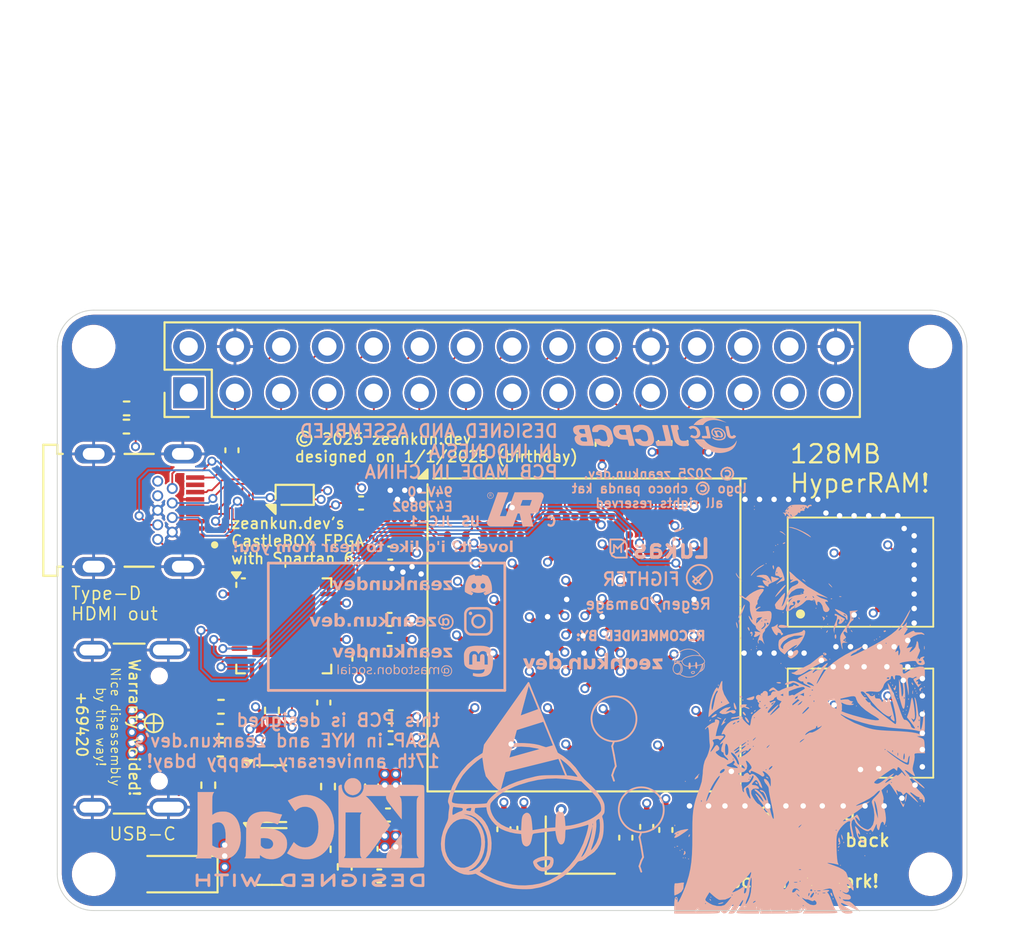
<source format=kicad_pcb>
(kicad_pcb (version 20240108) (generator "pcbnew") (generator_version "8.0")
  (layers (0 "F.Cu" signal "Top (SIG)") (1 "In1.Cu" power "Inner1 (3V3)") (2 "In2.Cu" signal "Inner2 (SIG+1V2)") (3 "In3.Cu" power "Inner3 (VSYS)") (4 "In4.Cu" power "Inner4 (GND)") (31 "B.Cu" signal "Back (SIG)") (34 "B.Paste" user) (35 "F.Paste" user) (36 "B.SilkS" user "B.Silkscreen") (37 "F.SilkS" user "F.Silkscreen") (38 "B.Mask" user) (39 "F.Mask" user) (44 "Edge.Cuts" user))
  (net 0 "")
  (net 1 "Net-(U3-ADJ)")
  (net 2 "GND")
  (net 3 "Net-(U2-ADJ)")
  (net 4 "+3V3")
  (net 5 "+1V2")
  (net 6 "VSYS")
  (net 7 "VBUS")
  (net 9 "Net-(J1-CC2)")
  (net 10 "Net-(J1-D--PadA7)")
  (net 11 "Net-(J1-D+-PadA6)")
  (net 13 "Net-(J1-CC1)")
  (net 146 "/D+")
  (net 147 "/D-")
  (net 148 "/RAM0_DQ4")
  (net 149 "/RAM0_DQ2")
  (net 150 "/RAM0_DQ0")
  (net 151 "/RAM0_DQ1")
  (net 152 "/RAM0_CK")
  (net 153 "/RAM0_DQ6")
  (net 154 "/RAM0_DQ7")
  (net 155 "/RAM0_CS")
  (net 156 "/RAM0_DQ5")
  (net 157 "/RAM0_DQ3")
  (net 158 "/RAM0_RST")
  (net 160 "/RAM1_DQ4")
  (net 161 "/RAM1_CK")
  (net 162 "/RAM1_DQ2")
  (net 163 "/RAM1_CS")
  (net 164 "/RAM1_DQ1")
  (net 165 "/RAM1_DQ5")
  (net 166 "/RAM1_DQ3")
  (net 167 "/RAM1_DQ6")
  (net 168 "/RAM1_DQ7")
  (net 169 "/RAM1_DQ0")
  (net 170 "/RAM1_RST")
  (net 171 "/D0-")
  (net 172 "/D1-")
  (net 173 "/D2-")
  (net 174 "/D2+")
  (net 175 "/D1+")
  (net 178 "/D0+")
  (net 179 "/PA3")
  (net 180 "/CK+")
  (net 181 "/CK-")
  (net 182 "/PA9")
  (net 183 "/PA12")
  (net 185 "/OSC_OUT")
  (net 186 "/FPGA_TDI")
  (net 187 "/FPGA_TMS")
  (net 188 "/FPGA_TDO")
  (net 189 "/FPGA_TCK")
  (net 207 "Net-(U6-VCCD)")
  (net 208 "Net-(U6-~{XRES})")
  (net 209 "Net-(U6-WAKEUP)")
  (net 210 "/PA11")
  (net 211 "/PA4")
  (net 212 "/PA14")
  (net 213 "/PA2")
  (net 214 "/PA13")
  (net 215 "/PA5")
  (net 216 "/PA7")
  (net 217 "/PA6")
  (net 218 "/PA8")
  (net 219 "/PB12")
  (net 220 "/PB8")
  (net 221 "/PC2")
  (net 222 "/PB15")
  (net 223 "/PC3")
  (net 224 "/PB14")
  (net 225 "/PB3")
  (net 226 "/PB5")
  (net 227 "/PB6")
  (net 228 "/PB10")
  (net 230 "Net-(J2-SCL)")
  (net 231 "Net-(J2-SDA)")
  (net 232 "/DVI_SDA")
  (net 233 "/DVI_SCL")
  (net 234 "Net-(J2-HPD{slash}HEAC-)")
  (net 235 "/DVI_HOTPLUG")
  (footprint "Diode_SMD:D_SOD-123F" (layer "F.Cu") (at 76.6 88 180)
    (property "Reference" "D1" (hide yes))
    (property "Value" "MBR120VLSFT1G")
  )
  (footprint "Resistor_SMD:R_0402_1005Metric" (layer "F.Cu") (at 73.8 63.399999)
    (property "Reference" "R11" (hide yes))
    (property "Value" "100k")
  )
  (footprint "Capacitor_SMD:C_0402_1005Metric" (layer "F.Cu") (at 94.55 85.53 -90)
    (property "Reference" "C15" (hide yes))
    (property "Value" "100n")
  )
  (footprint "Package_BGA:BGA-256_17.0x17.0mm_Layout16x16_P1.0mm_Ball0.5mm_Pad0.4mm_NSMD" (layer "F.Cu") (at 98.95 74.85)
    (property "Reference" "U1" (hide yes))
    (property "Value" "XC6SLX9-FTG256")
  )
  (footprint "MountingHole:MountingHole_2.1mm" (layer "F.Cu") (at 72 59)
    (property "Reference" "H3" (hide yes))
    (property "Value" "MountingHole")
  )
  (footprint "Capacitor_SMD:C_0402_1005Metric" (layer "F.Cu") (at 88.27 74 180)
    (property "Reference" "C6" (hide yes))
    (property "Value" "100n")
  )
  (footprint "Capacitor_SMD:C_0402_1005Metric" (layer "F.Cu") (at 84.65 78.57 -90)
    (property "Reference" "C18" (hide yes))
    (property "Value" "1u")
  )
  (footprint "Capacitor_SMD:C_0402_1005Metric" (layer "F.Cu") (at 79.6 64.7 90)
    (property "Reference" "C20" (hide yes))
    (property "Value" "0.1u")
  )
  (footprint "Oscillator:Oscillator_SMD_Abracon_ASE-4Pin_3.2x2.5mm" (layer "F.Cu") (at 98.75 86.4)
    (property "Reference" "X1" (hide yes))
    (property "Value" "ASE-50MHz")
  )
  (footprint "Resistor_SMD:R_0402_1005Metric" (layer "F.Cu") (at 78.95 80.125)
    (property "Reference" "R7" (hide yes))
    (property "Value" "200")
  )
  (footprint "Package_BGA:Texas_DSBGA-8_0.9x1.9mm_Layout2x4_P0.5mm" (layer "F.Cu") (at 83.05 67.15 90)
    (property "Reference" "U7" (hide yes))
    (property "Value" "TXS0102YZP")
  )
  (footprint "Capacitor_SMD:C_0402_1005Metric" (layer "F.Cu") (at 87.282 83.174 -90)
    (property "Reference" "C4" (hide yes))
    (property "Value" "2.2u")
  )
  (footprint "Resistor_SMD:R_0402_1005Metric" (layer "F.Cu") (at 84.882 83.183999 -90)
    (property "Reference" "R3" (hide yes))
    (property "Value" "900")
  )
  (footprint "HyperRAM:W955K8MBYA" (layer "F.Cu") (at 114.15 71.4 90)
    (property "Reference" "U4" (hide yes))
    (property "Value" "W955K8MBYA")
  )
  (footprint "Capacitor_SMD:C_0402_1005Metric" (layer "F.Cu") (at 88.3 70.35 180)
    (property "Reference" "C7" (hide yes))
    (property "Value" "100n")
  )
  (footprint "Capacitor_SMD:C_0402_1005Metric" (layer "F.Cu") (at 95.65 85.5 -90)
    (property "Reference" "C14" (hide yes))
    (property "Value" "100n")
  )
  (footprint "Resistor_SMD:R_0402_1005Metric" (layer "F.Cu") (at 78.3 83.109999 -90)
    (property "Reference" "R6" (hide yes))
    (property "Value" "5.1k")
  )
  (footprint "Capacitor_SMD:C_0402_1005Metric" (layer "F.Cu") (at 99.95 64.35 90)
    (property "Reference" "C10" (hide yes))
    (property "Value" "100n")
  )
  (footprint "Capacitor_SMD:C_0402_1005Metric" (layer "F.Cu") (at 87.243 86.61 -90)
    (property "Reference" "C3" (hide yes))
    (property "Value" "2.2u")
  )
  (footprint "Resistor_SMD:R_0402_1005Metric" (layer "F.Cu") (at 73.81 62.400001 180)
    (property "Reference" "R12" (hide yes))
    (property "Value" "100k")
  )
  (footprint "Resistor_SMD:R_0402_1005Metric" (layer "F.Cu") (at 85.8 87.6 90)
    (property "Reference" "R2" (hide yes))
    (property "Value" "50")
  )
  (footprint "Capacitor_SMD:C_0402_1005Metric" (layer "F.Cu") (at 87.7 88.1)
    (property "Reference" "C2" (hide yes))
    (property "Value" "470p")
  )
  (footprint "MountingHole:MountingHole_2.1mm" (layer "F.Cu") (at 118 59)
    (property "Reference" "H4" (hide yes))
    (property "Value" "MountingHole")
  )
  (footprint "Capacitor_SMD:C_0402_1005Metric" (layer "F.Cu") (at 102.4 85.4 -90)
    (property "Reference" "C9" (hide yes))
    (property "Value" "100n")
  )
  (footprint "Resistor_SMD:R_0402_1005Metric" (layer "F.Cu") (at 86.6 76.109999 90)
    (property "Reference" "R9" (hide yes))
    (property "Value" "10k")
  )
  (footprint "Capacitor_SMD:C_0402_1005Metric" (layer "F.Cu") (at 88.32 80.5 180)
    (property "Reference" "C16" (hide yes))
    (property "Value" "100n")
  )
  (footprint "Connector_PinHeader_2.54mm:PinHeader_2x15_P2.54mm_Vertical" (layer "F.Cu") (at 77.225 61.54 90)
    (property "Reference" "J4" (hide yes))
    (property "Value" "Conn_02x15_Odd_Even")
  )
  (footprint "Capacitor_SMD:C_0402_1005Metric" (layer "F.Cu") (at 88.27 75.1 180)
    (property "Reference" "C5" (hide yes))
    (property "Value" "100n")
  )
  (footprint "Resistor_SMD:R_0402_1005Metric" (layer "F.Cu") (at 84.643 86.63 90)
    (property "Reference" "R1" (hide yes))
    (property "Value" "30")
  )
  (footprint "Connector_USB:USB_C_Receptacle_GCT_USB4105-xx-A_16P_TopMnt_Horizontal" (layer "F.Cu") (at 73 80 -90)
    (property "Reference" "J1" (hide yes))
    (property "Value" "USB_C_Receptacle_USB2.0_16P")
  )
  (footprint "Capacitor_SMD:C_0402_1005Metric" (layer "F.Cu") (at 101.25 85.995 -90)
    (property "Reference" "C17" (hide yes))
    (property "Value" "15p")
  )
  (footprint "Resistor_SMD:R_0402_1005Metric" (layer "F.Cu") (at 85.905 84.202 -90)
    (property "Reference" "R4" (hide yes))
    (property "Value" "20")
  )
  (footprint "MountingHole:MountingHole_2.1mm" (layer "F.Cu") (at 72 88)
    (property "Reference" "H1" (hide yes))
    (property "Value" "MountingHole")
  )
  (footprint "Package_TO_SOT_SMD:SOT-23-5" (layer "F.Cu") (at 81.8 87.03)
    (property "Reference" "U2" (hide yes))
    (property "Value" "MIC5205YM5")
  )
  (footprint "Capacitor_SMD:C_0402_1005Metric" (layer "F.Cu") (at 103.4 64.3 90)
    (property "Reference" "C11" (hide yes))
    (property "Value" "100n")
  )
  (footprint "Resistor_SMD:R_0402_1005Metric" (layer "F.Cu") (at 79 78.8)
    (property "Reference" "R5" (hide yes))
    (property "Value" "5.1k")
  )
  (footprint "MountingHole:MountingHole_2.1mm" (layer "F.Cu") (at 118 88)
    (property "Reference" "H2" (hide yes))
    (property "Value" "MountingHole")
  )
  (footprint "HDMI:VALCON_HD-RA-DSF12-TR" (layer "F.Cu") (at 72 68 -90)
    (property "Reference" "J2" (hide yes))
    (property "Value" "HDMI_C_1.4")
  )
  (footprint "Capacitor_SMD:C_0402_1005Metric" (layer "F.Cu") (at 88.178 84.75)
    (property "Reference" "C1" (hide yes))
    (property "Value" "470p")
  )
  (footprint "Resistor_SMD:R_0402_1005Metric" (layer "F.Cu") (at 78.96 81.15)
    (property "Reference" "R8" (hide yes))
    (property "Value" "200")
  )
  (footprint "Capacitor_SMD:C_0402_1005Metric" (layer "F.Cu") (at 88.33 79.35 180)
    (property "Reference" "C8" (hide yes))
    (property "Value" "100n")
  )
  (footprint "Capacitor_SMD:C_0402_1005Metric" (layer "F.Cu") (at 105 64.3 90)
    (property "Reference" "C12" (hide yes))
    (property "Value" "100n")
  )
  (footprint "Package_DFN_QFN:QFN-32-1EP_5x5mm_P0.5mm_EP3.45x3.45mm" (layer "F.Cu") (at 82.45 74.35)
    (property "Reference" "U6" (hide yes))
    (property "Value" "CY7C65215-32LTXI")
  )
  (footprint "Capacitor_SMD:C_0402_1005Metric" (layer "F.Cu") (at 103.45 85.57 -90)
    (property "Reference" "C13" (hide yes))
    (property "Value" "100n")
  )
  (footprint "Package_TO_SOT_SMD:SOT-23-5" (layer "F.Cu") (at 81.782 83.574)
    (property "Reference" "U3" (hide yes))
    (property "Value" "MIC5205YM5")
  )
  (footprint "Resistor_SMD:R_0402_1005Metric" (layer "F.Cu") (at 81.8 79 90)
    (property "Reference" "R10" (hide yes))
    (property "Value" "10k")
  )
  (footprint "Capacitor_SMD:C_0402_1005Metric" (layer "F.Cu") (at 86.7 67.6 180)
    (property "Reference" "C19" (hide yes))
    (property "Value" "0.1u")
  )
  (footprint "HyperRAM:W955K8MBYA" (layer "F.Cu") (at 114.15 79.7 90)
    (property "Reference" "U5" (hide yes))
    (property "Value" "W955K8MBYA")
  )
  (footprint "LOGO" (layer "B.Cu") (at 100.6 76.4 180)
    (property "Reference" "G***" (hide yes))
    (property "Value" "LOGO" (hide yes))
  )
  (footprint "LOGO" (layer "B.Cu") (at 102.8 63.9 180)
    (property "Reference" "G***" (hide yes))
    (property "Value" "LOGO" (hide yes))
  )
  (footprint "LOGO" (layer "B.Cu") (at 93.15 76.3 180)
    (property "Reference" "G***" (hide yes))
    (property "Value" "LOGO" (hide yes))
  )
  (footprint "Symbol:KiCad-Logo2_5mm_SilkScreen" (layer "B.Cu") (at 83.9 85.7 180)
    (property "Reference" "REF**" (hide yes))
    (property "Value" "KiCad-Logo2_5mm_SilkScreen" (hide yes))
  )
  (footprint "LOGO" (layer "B.Cu") (at 93.15 72.1 180)
    (property "Reference" "G***" (hide yes))
    (property "Value" "LOGO" (hide yes))
  )
  (footprint "LOGO" (layer "B.Cu") (at 93.15 74.1 180)
    (property "Reference" "G***" (hide yes))
    (property "Value" "LOGO" (hide yes))
  )
  (footprint "LOGO" (layer "B.Cu") (at 95.18 67.95 180)
    (property "Reference" "G***" (hide yes))
    (property "Value" "LOGO" (hide yes))
  )
  (footprint "LOGO" (layer "B.Cu") (at 95.6 84.8 180)
    (property "Reference" "G***" (hide yes))
    (property "Value" "LOGO" (hide yes))
  )
  (footprint "LOGO" (layer "B.Cu") (at 110.8 78.9 180)
    (property "Reference" "G***")
    (property "Value" "LOGO" (hide yes))
  )
  (gr_line (start 100.6 81.463069) (end 100.7 82.063069) (stroke (width 0.1)) (layer "B.SilkS"))
  (gr_line (start 102 87.563069) (end 102.1 87.863069) (stroke (width 0.1)) (layer "B.SilkS"))
  (gr_line (start 94.6 77.899999) (end 81.6 77.899999) (stroke (width 0.15)) (layer "B.SilkS"))
  (gr_line (start 101 69.9) (end 101.2 69.7) (stroke (width 0.1)) (layer "B.SilkS"))
  (gr_line (start 102.1 86.463069) (end 102.2 87.063069) (stroke (width 0.1)) (layer "B.SilkS"))
  (gr_poly (pts (xy 96.5 78.9) (xy 95.4 79.3) (xy 95.2 80.1) (xy 96.8 79.6)) (fill solid) (layer "B.SilkS"))
  (gr_line (start 100.7 70.6) (end 100.5 70.5) (stroke (width 0.1)) (layer "B.SilkS"))
  (gr_line (start 100.6 69.9) (end 100.6 70.3) (stroke (width 0.1)) (layer "B.SilkS"))
  (gr_line (start 105.653553 71.346447) (end 105.087868 71.770711) (stroke (width 0.1)) (layer "B.SilkS"))
  (gr_line (start 102.2 87.063069) (end 102.1 87.263069) (stroke (width 0.1)) (layer "B.SilkS"))
  (gr_line (start 101 69.9) (end 100.8 70.1) (stroke (width 0.1)) (layer "B.SilkS"))
  (gr_line (start 105.653553 71.346447) (end 105.229289 71.912132) (stroke (width 0.1)) (layer "B.SilkS"))
  (gr_line (start 102.1 87.263069) (end 102 87.563069) (stroke (width 0.1)) (layer "B.SilkS"))
  (gr_line (start 105.370711 72.053553) (end 104.946447 71.629289) (stroke (width 0.1)) (layer "B.SilkS"))
  (gr_line (start 100.5 80.963069) (end 100.6 81.463069) (stroke (width 0.1)) (layer "B.SilkS"))
  (gr_line (start 101.3 69.9) (end 101.3 70.6) (stroke (width 0.1)) (layer "B.SilkS"))
  (gr_line (start 101.2 69.7) (end 101.3 69.9) (stroke (width 0.1)) (layer "B.SilkS"))
  (gr_line (start 100.4 70.3) (end 100.4 69.6) (stroke (width 0.1)) (layer "B.SilkS"))
  (gr_circle (center 102.1 84.463069) (end 101.8 85.663069) (stroke (width 0.1)) (fill none) (layer "B.SilkS"))
  (gr_line (start 102.1 85.7) (end 102 85.963069) (stroke (width 0.1)) (layer "B.SilkS"))
  (gr_line (start 100.4 69.6) (end 100.9 69.6) (stroke (width 0.1)) (layer "B.SilkS"))
  (gr_line (start 97.964141 82.567657) (end 95.9 77.5) (stroke (width 0.1)) (layer "B.SilkS"))
  (gr_line (start 102 85.963069) (end 102.1 86.463069) (stroke (width 0.1)) (layer "B.SilkS"))
  (gr_line (start 101 70.3) (end 101 69.9) (stroke (width 0.1)) (layer "B.SilkS"))
  (gr_circle (center 105.3 71.7) (end 104.6 71.7) (stroke (width 0.1)) (fill none) (layer "B.SilkS"))
  (gr_line (start 101.3 70.6) (end 100.7 70.6) (stroke (width 0.1)) (layer "B.SilkS"))
  (gr_poly (pts (xy 97.3 80.9) (xy 94.8 81.6) (xy 94.6 82.4) (xy 97.633373 81.644351)) (fill solid) (layer "B.SilkS"))
  (gr_line (start 81.6 77.899999) (end 81.6 70.9) (stroke (width 0.15)) (layer "B.SilkS"))
  (gr_line (start 105.229289 71.912132) (end 105.087868 72.053553) (stroke (width 0.1)) (layer "B.SilkS"))
  (gr_line (start 100.8 70.1) (end 100.6 69.9) (stroke (width 0.1)) (layer "B.SilkS"))
  (gr_line (start 100.6 70.3) (end 100.45 70.4) (stroke (width 0.1)) (layer "B.SilkS"))
  (gr_line (start 100.6 80.7) (end 100.5 80.963069) (stroke (width 0.1)) (layer "B.SilkS"))
  (gr_circle (center 100.6 79.463069) (end 100.3 80.663069) (stroke (width 0.1)) (fill none) (layer "B.SilkS"))
  (gr_line (start 94.6 70.9) (end 94.6 77.899999) (stroke (width 0.15)) (layer "B.SilkS"))
  (gr_line (start 100.9 69.6) (end 101 69.6) (stroke (width 0.1)) (layer "B.SilkS"))
  (gr_line (start 101 69.6) (end 101.2 69.7) (stroke (width 0.1)) (layer "B.SilkS"))
  (gr_line (start 100.6 82.263069) (end 100.5 82.563069) (stroke (width 0.1)) (layer "B.SilkS"))
  (gr_line (start 104.946447 71.912132) (end 105.087868 71.770711) (stroke (width 0.1)) (layer "B.SilkS"))
  (gr_line (start 95.9 77.5) (end 94.318513 83.376373) (stroke (width 0.1)) (layer "B.SilkS"))
  (gr_line (start 81.6 70.9) (end 94.6 70.9) (stroke (width 0.15)) (layer "B.SilkS"))
  (gr_line (start 105.087868 72.053553) (end 104.946447 71.912132) (stroke (width 0.1)) (layer "B.SilkS"))
  (gr_line (start 100.5 82.563069) (end 100.6 82.863069) (stroke (width 0.1)) (layer "B.SilkS"))
  (gr_line (start 100.5 70.5) (end 100.4 70.3) (stroke (width 0.1)) (layer "B.SilkS"))
  (gr_poly (pts (xy 95.9 77.5) (xy 94.318513 83.376373) (xy 94 83.1) (xy 93.6 82.6) (xy 93.5 82.2) (xy 93.4 81.5) (xy 93.5 80.9)) (stroke (width 0.1)) (fill solid) (layer "B.SilkS"))
  (gr_line (start 100.7 82.063069) (end 100.6 82.263069) (stroke (width 0.1)) (layer "B.SilkS"))
  (gr_circle (center 75.3 79.7) (end 75.8 79.7) (stroke (width 0.1)) (fill none) (layer "F.SilkS"))
  (gr_line (start 75.3 79.2) (end 75.3 80.2) (stroke (width 0.1)) (layer "F.SilkS"))
  (gr_line (start 74.8 79.5) (end 74.7 79.5) (stroke (width 0.1)) (layer "F.SilkS"))
  (gr_line (start 74.8 79.7) (end 75.8 79.7) (stroke (width 0.1)) (layer "F.SilkS"))
  (gr_line (start 74.8 79.9) (end 74.7 79.9) (stroke (width 0.1)) (layer "F.SilkS"))
  (gr_line (start 120 59) (end 120 88) (stroke (width 0.05)) (layer "Edge.Cuts"))
  (gr_arc (start 120 88) (mid 119.414214 89.414214) (end 118 90) (stroke (width 0.05)) (layer "Edge.Cuts"))
  (gr_line (start 118 90) (end 72 90) (stroke (width 0.05)) (layer "Edge.Cuts"))
  (gr_arc (start 70 59) (mid 70.585786 57.585786) (end 72 57) (stroke (width 0.05)) (layer "Edge.Cuts"))
  (gr_arc (start 72 90) (mid 70.585786 89.414214) (end 70 88) (stroke (width 0.05)) (layer "Edge.Cuts"))
  (gr_line (start 70 88) (end 70 59) (stroke (width 0.05)) (layer "Edge.Cuts"))
  (gr_arc (start 118 57) (mid 119.414214 57.585786) (end 120 59) (stroke (width 0.05)) (layer "Edge.Cuts"))
  (gr_line (start 72 57) (end 118 57) (stroke (width 0.05)) (layer "Edge.Cuts"))
  (gr_text "©️ 2025 zeankun.dev.\nlogo ©️ choco panda kat\nall rights reserved" (at 103.1 67.9 0) (layer "B.SilkS") (effects (font (size 0.5 0.5) (thickness 0.1)) (justify bottom mirror)))
  (gr_text "Lukas" (at 106 70.7 0) (layer "B.SilkS") (effects (font (size 1 1) (thickness 0.2) (bold yes)) (justify left bottom mirror)))
  (gr_text "RECOMMENDED BY:" (at 105.7 75.2 0) (layer "B.SilkS") (effects (font (size 0.5 0.5) (thickness 0.125)) (justify left bottom mirror)))
  (gr_text "Regen/Damage" (at 106 73.5 0) (layer "B.SilkS") (effects (font (size 0.6 0.6) (thickness 0.1125)) (justify left bottom mirror)))
  (gr_text "this PCB is designed\nASAP in NYE and zeankun.dev's\n17th anniversary. happy bday!" (at 91.1 82.2 0) (layer "B.SilkS") (effects (font (size 0.7 0.7) (thickness 0.125)) (justify left bottom mirror)))
  (gr_text "C" (at 97.49 68.91 0) (layer "B.SilkS") (effects (font (size 0.5 0.5) (thickness 0.125)) (justify left bottom mirror)))
  (gr_text "@mastodon.social" (at 91.75 76.8 0) (layer "B.SilkS") (effects (font (size 0.5 0.5) (thickness 0.0875)) (justify left mirror)))
  (gr_text "zeankundev" (at 91.75 75.8 0) (layer "B.SilkS") (effects (font (size 0.7 0.7) (thickness 0.14) (bold yes)) (justify left mirror)))
  (gr_text "94V-0\nE479892\nJLC-1" (at 91.8 67.8 0) (layer "B.SilkS") (effects (font (size 0.5 0.5) (thickness 0.11) (bold yes)) (justify left mirror)))
  (gr_text "FIGHTER" (at 104.3 72.2 0) (layer "B.SilkS") (effects (font (size 0.7 0.7) (thickness 0.125)) (justify left bottom mirror)))
  (gr_text "@zeankun.dev" (at 91.85 74.1 0) (layer "B.SilkS") (effects (font (size 0.7 0.7) (thickness 0.14) (bold yes)) (justify left mirror)))
  (gr_text "US" (at 93.3 68.9 0) (layer "B.SilkS") (effects (font (size 0.5 0.5) (thickness 0.125)) (justify left bottom mirror)))
  (gr_text "love it? i'd like to hear from you!" (at 95.1 70.4 0) (layer "B.SilkS") (effects (font (size 0.6 0.6) (thickness 0.15) (bold yes)) (justify left bottom mirror)))
  (gr_text "DESIGNED AND ASSEMBLED \nIN INDONESIA\nPCB MADE IN CHINA" (at 97.59 66.31 0) (layer "B.SilkS") (effects (font (size 0.7 0.7) (thickness 0.125)) (justify left bottom mirror)))
  (gr_text "zeankundev" (at 91.75 72.1 0) (layer "B.SilkS") (effects (font (size 0.7 0.7) (thickness 0.14) (bold yes)) (justify left mirror)))
  (gr_text "Type-D\nHDMI out" (at 70.7 74.1 0) (layer "F.SilkS") (effects (font (size 0.7 0.7) (thickness 0.0875)) (justify left bottom)))
  (gr_text "zeankun.dev's\nCastleBOX FPGA\nwith Spartan 6" (at 79.5 71 0) (layer "F.SilkS") (effects (font (size 0.6 0.6) (thickness 0.1)) (justify left bottom)))
  (gr_text "128MB\nHyperRAM!" (at 110.2 67.1 0) (layer "F.SilkS") (effects (font (size 1 1) (thickness 0.125)) (justify left bottom)))
  (gr_text "+69420" (at 71 77.9 270) (layer "F.SilkS") (effects (font (size 0.6 0.6) (thickness 0.1)) (justify left bottom)))
  (gr_text "TIP: check the back\nfor lots of \nsilkscreen artwork!" (at 105.1 88.8 0) (layer "F.SilkS") (effects (font (size 0.7 0.7) (thickness 0.125)) (justify left bottom)))
  (gr_text "USB-C" (at 72.8 86.2 0) (layer "F.SilkS") (effects (font (size 0.7 0.7) (thickness 0.0875)) (justify left bottom)))
  (gr_text "© 2025 zeankun.dev\ndesigned on 1/1/2025 (birthday)" (at 83 65.4 0) (layer "F.SilkS") (effects (font (size 0.6 0.6) (thickness 0.1)) (justify left bottom)))
  (gr_text "Warranty Voided!" (at 73.885 76.105 -90) (layer "F.SilkS") (effects (font (size 0.6 0.6) (thickness 0.1)) (justify left bottom)))
  (gr_text "Xilinx Spartan 6" (at 105.1 85.1 0) (layer "F.SilkS") (effects (font (size 0.7 0.7) (thickness 0.125)) (justify left bottom)))
  (gr_text "Nice disassembly\nby the way!" (at 72.1 79.9 270) (layer "F.SilkS") (effects (font (size 0.5 0.5) (thickness 0.0625)) (justify bottom)))
  (segment (start 87 84.75) (end 86.6 84.35) (width 0.2) (layer "F.Cu") (net 1))
  (segment (start 84.882 83.693998) (end 85.903003 83.693998) (width 0.2) (layer "F.Cu") (net 1))
  (segment (start 86.6 83.85) (end 86.442001 83.692001) (width 0.2) (layer "F.Cu") (net 1))
  (segment (start 85.903003 83.693998) (end 85.905 83.692001) (width 0.2) (layer "F.Cu") (net 1))
  (segment (start 86.6 84.35) (end 86.6 83.85) (width 0.2) (layer "F.Cu") (net 1))
  (segment (start 86.442001 83.692001) (end 85.905 83.692001) (width 0.2) (layer "F.Cu") (net 1))
  (segment (start 87.698 84.75) (end 87 84.75) (width 0.2) (layer "F.Cu") (net 1))
  (segment (start 84.051998 84.524) (end 82.9195 84.524) (width 0.2) (layer "F.Cu") (net 1))
  (segment (start 84.882 83.693998) (end 84.051998 84.524) (width 0.2) (layer "F.Cu") (net 1))
  (segment (start 114.35 76.6) (end 113.4 76.6) (width 0.3) (layer "F.Cu") (net 2))
  (segment (start 117.1 74.8) (end 117.1 74.2) (width 0.3) (layer "F.Cu") (net 2))
  (segment (start 117.1 73.4) (end 117.1 72.6) (width 0.3) (layer "F.Cu") (net 2))
  (segment (start 109.05 84.25) (end 110.05 84.25) (width 0.3) (layer "F.Cu") (net 2))
  (segment (start 112 67.9) (end 112 67.6) (width 0.3) (layer "F.Cu") (net 2))
  (segment (start 112.4 68.3) (end 112.25 68.15) (width 0.3) (layer "F.Cu") (net 2))
  (segment (start 116.425 83.825) (end 117.15 83.1) (width 0.3) (layer "F.Cu") (net 2))
  (segment (start 117.1 71) (end 117.1 70.2) (width 0.3) (layer "F.Cu") (net 2))
  (segment (start 107.8 67.4) (end 107.5 67.4) (width 0.3) (layer "F.Cu") (net 2))
  (segment (start 117.55 79.2) (end 117.55 78.2) (width 0.3) (layer "F.Cu") (net 2))
  (segment (start 114.4 75.5) (end 115.2 75.5) (width 0.3) (layer "F.Cu") (net 2))
  (segment (start 117.1 69.4) (end 117.1 68.7) (width 0.3) (layer "F.Cu") (net 2))
  (segment (start 116.15 77.7) (end 116.5 77.35) (width 0.1) (layer "F.Cu") (net 2))
  (segment (start 110.3 75.85) (end 109.4 75.85) (width 0.3) (layer "F.Cu") (net 2))
  (segment (start 117.55 82.1) (end 117.55 81.15) (width 0.3) (layer "F.Cu") (net 2))
  (segment (start 116 75.5) (end 116.4 75.5) (width 0.3) (layer "F.Cu") (net 2))
  (segment (start 116.4 75.5) (end 116.75 75.15) (width 0.3) (layer "F.Cu") (net 2))
  (segment (start 111 67.4) (end 110.2 67.4) (width 0.3) (layer "F.Cu") (net 2))
  (segment (start 111.6 75.85) (end 111.05 75.85) (width 0.3) (layer "F.Cu") (net 2))
  (segment (start 108.6 67.4) (end 107.8 67.4) (width 0.3) (layer "F.Cu") (net 2))
  (segment (start 113.8 68.3) (end 113 68.3) (width 0.3) (layer "F.Cu") (net 2))
  (segment (start 110.05 84.25) (end 111 84.25) (width 0.3) (layer "F.Cu") (net 2))
  (segment (start 105.45 73.35) (end 105 72.9) (width 0.3) (layer "F.Cu") (net 2))
  (segment (start 116.15 69.4) (end 116.55 69) (width 0.1) (layer "F.Cu") (net 2))
  (segment (start 112.8 75.5) (end 113.6 75.5) (width 0.3) (layer "F.Cu") (net 2))
  (segment (start 117.55 80.25) (end 117.55 79.2) (width 0.3) (layer "F.Cu") (net 2))
  (segment (start 104.1 83.75) (end 104.6 84.25) (width 0.3) (layer "F.Cu") (net 2))
  (segment (start 112 67.6) (end 111.8 67.4) (width 0.3) (layer "F.Cu") (net 2))
  (segment (start 107.8 84.25) (end 109.05 84.25) (width 0.3) (layer "F.Cu") (net 2))
  (segment (start 114.15 73.400001) (end 114.149999 73.400001) (width 0.1) (layer "F.Cu") (net 2))
  (segment (start 97.45 74.35) (end 96.95 73.85) (width 0.3) (layer "F.Cu") (net 2))
  (segment (start 104.6 84.25) (end 104.75 84.25) (width 0.3) (layer "F.Cu") (net 2))
  (segment (start 112.65 76.6) (end 112.35 76.6) (width 0.3) (layer "F.Cu") (net 2))
  (segment (start 109.4 75.85) (end 108.6 75.85) (width 0.3) (layer "F.Cu") (net 2))
  (segment (start 114.4 84.25) (end 115.45 84.25) (width 0.3) (layer "F.Cu") (net 2))
  (segment (start 106.7 84.25) (end 107.8 84.25) (width 0.3) (layer "F.Cu") (net 2))
  (segment (start 112.1 68) (end 112 67.9) (width 0.3) (layer "F.Cu") (net 2))
  (segment (start 108.6 75.85) (end 107.75 75.85) (width 0.3) (layer "F.Cu") (net 2))
  (segment (start 112.4 75.5) (end 112.8 75.5) (width 0.3) (layer "F.Cu") (net 2))
  (segment (start 117.55 78.2) (end 117.55 77.25) (width 0.3) (layer "F.Cu") (net 2))
  (segment (start 117.55 77.25) (end 117.55 77.15) (width 0.3) (layer "F.Cu") (net 2))
  (segment (start 111.8 67.4) (end 111 67.4) (width 0.3) (layer "F.Cu") (net 2))
  (segment (start 114.6 68.3) (end 113.8 68.3) (width 0.3) (layer "F.Cu") (net 2))
  (segment (start 115.45 84.25) (end 116 84.25) (width 0.3) (layer "F.Cu") (net 2))
  (segment (start 117.55 82.7) (end 117.55 82.1) (width 0.3) (layer "F.Cu") (net 2))
  (segment (start 116.7 68.3) (end 116.2 68.3) (width 0.3) (layer "F.Cu") (net 2))
  (segment (start 116.2 68.3) (end 115.4 68.3) (width 0.3) (layer "F.Cu") (net 2))
  (segment (start 116.75 75.15) (end 117.1 74.8) (width 0.3) (layer "F.Cu") (net 2))
  (segment (start 98.45 73.35) (end 98 72.9) (width 0.3) (layer "F.Cu") (net 2))
  (segment (start 115.4 68.3) (end 114.6 68.3) (width 0.3) (layer "F.Cu") (net 2))
  (segment (start 117.1 71.8) (end 117.1 71) (width 0.3) (layer "F.Cu") (net 2))
  (segment (start 114.15 81.700001) (end 114.15 82.25) (width 0.1) (layer "F.Cu") (net 2))
  (segment (start 117.55 77.15) (end 117 76.6) (width 0.3) (layer "F.Cu") (net 2))
  (segment (start 113.6 75.5) (end 114.4 75.5) (width 0.3) (layer "F.Cu") (net 2))
  (segment (start 104.75 84.25) (end 105.8 84.25) (width 0.3) (layer "F.Cu") (net 2))
  (segment (start 117.1 73.9) (end 117.1 73.4) (width 0.3) (layer "F.Cu") (net 2))
  (segment (start 117.55 81.15) (end 117.55 80.25) (width 0.3) (layer "F.Cu") (net 2))
  (segment (start 99.45 76.35) (end 98.95 75.85) (width 0.3) (layer "F.Cu") (net 2))
  (segment (start 112.35 76.6) (end 112 76.25) (width 0.3) (layer "F.Cu") (net 2))
  (segment (start 117.1 70.2) (end 117.1 69.4) (width 0.3) (layer "F.Cu") (net 2))
  (segment (start 111 84.25) (end 112.05 84.25) (width 0.3) (layer "F.Cu") (net 2))
  (segment (start 110.2 67.4) (end 109.4 67.4) (width 0.3) (layer "F.Cu") (net 2))
  (segment (start 116.75 76.6) (end 115.6 76.6) (width 0.3) (layer "F.Cu") (net 2))
  (segment (start 112.8 68.3) (end 112.4 68.3) (width 0.3) (layer "F.Cu") (net 2))
  (segment (start 116 84.25) (end 116.425 83.825) (width 0.3) (layer "F.Cu") (net 2))
  (segment (start 117.1 68.7) (end 116.7 68.3) (width 0.3) (layer "F.Cu") (net 2))
  (segment (start 115.6 76.6) (end 114.35 76.6) (width 0.3) (layer "F.Cu") (net 2))
  (segment (start 117.15 83.1) (end 117.55 82.7) (width 0.3) (layer "F.Cu") (net 2))
  (segment (start 113.4 76.6) (end 112.65 76.6) (width 0.3) (layer "F.Cu") (net 2))
  (segment (start 105.8 84.25) (end 106.65 84.25) (width 0.3) (layer "F.Cu") (net 2))
  (segment (start 112.05 84.25) (end 113.2 84.25) (width 0.3) (layer "F.Cu") (net 2))
  (segment (start 113 68.3) (end 112.8 68.3) (width 0.3) (layer "F.Cu") (net 2))
  (segment (start 109.4 67.4) (end 108.6 67.4) (width 0.3) (layer "F.Cu") (net 2))
  (segment (start 98.45 75.35) (end 98.9 74.9) (width 0.3) (layer "F.Cu") (net 2))
  (segment (start 99.45 74.35) (end 99.95 73.85) (width 0.3) (layer "F.Cu") (net 2))
  (segment (start 117.1 74.2) (end 117.1 73.9) (width 0.3) (layer "F.Cu") (net 2))
  (segment (start 115.2 75.5) (end 116 75.5) (width 0.3) (layer "F.Cu") (net 2))
  (segment (start 112.25 68.15) (end 112.1 68) (width 0.3) (layer "F.Cu") (net 2))
  (segment (start 111.05 75.85) (end 110.3 75.85) (width 0.3) (layer "F.Cu") (net 2))
  (segment (start 113.2 84.25) (end 114.4 84.25) (width 0.3) (layer "F.Cu") (net 2))
  (segment (start 114.149999 73.400001) (end 113.8 73.75) (width 0.1) (layer "F.Cu") (net 2))
  (segment (start 117 76.6) (end 116.75 76.6) (width 0.3) (layer "F.Cu") (net 2))
  (segment (start 97.45 76.35) (end 96.95 75.85) (width 0.3) (layer "F.Cu") (net 2))
  (segment (start 106.45 82.35) (end 107.05 82.35) (width 0.1) (layer "F.Cu") (net 2))
  (segment (start 117.1 72.6) (end 117.1 71.8) (width 0.3) (layer "F.Cu") (net 2))
  (segment (start 106.65 84.25) (end 106.7 84.25) (width 0.3) (layer "F.Cu") (net 2))
  (segment (start 112 76.25) (end 111.6 75.85) (width 0.3) (layer "F.Cu") (net 2))
  (segment (start 107.75 75.85) (end 107.4 75.85) (width 0.3) (layer "F.Cu") (net 2))
  (via (at 109.4 75.85) (size 0.5) (drill 0.3) (layers "F.Cu" "B.Cu") (net 2))
  (via (at 117.1 71) (size 0.5) (drill 0.3) (layers "F.Cu" "B.Cu") (net 2))
  (via (at 117.55 80.25) (size 0.5) (drill 0.3) (layers "F.Cu" "B.Cu") (net 2))
  (via (at 111.05 75.85) (size 0.5) (drill 0.3) (layers "F.Cu" "B.Cu") (net 2))
  (via (at 111 84.25) (size 0.5) (drill 0.3) (layers "F.Cu" "B.Cu") (net 2))
  (via (at 113.8 73.75) (size 0.5) (drill 0.3) (layers "F.Cu" "B.Cu") (net 2))
  (via (at 88.3 66.9) (size 0.5) (drill 0.3) (layers "F.Cu" "B.Cu") (net 2))
  (via (at 112.05 84.25) (size 0.5) (drill 0.3) (layers "F.Cu" "B.Cu") (net 2))
  (via (at 114.6 68.3) (size 0.5) (drill 0.3) (layers "F.Cu" "B.Cu") (net 2))
  (via (at 96.95 75.85) (size 0.5) (drill 0.3) (layers "F.Cu" "B.Cu") (net 2))
  (via (at 115.2 75.5) (size 0.5) (drill 0.3) (layers "F.Cu" "B.Cu") (net 2))
  (via (at 105.8 84.25) (size 0.5) (drill 0.3) (layers "F.Cu" "B.Cu") (net 2))
  (via (at 88.4 71.2) (size 0.5) (drill 0.3) (layers "F.Cu" "B.Cu") (net 2))
  (via (at 89 71.4) (size 0.5) (drill 0.3) (layers "F.Cu" "B.Cu") (net 2))
  (via (at 117.55 77.25) (size 0.5) (drill 0.3) (layers "F.Cu" "B.Cu") (net 2))
  (via (at 106.7 84.25) (size 0.5) (drill 0.3) (layers "F.Cu" "B.Cu") (net 2))
  (via (at 89.5 67.4) (size 0.5) (drill 0.3) (layers "F.Cu" "B.Cu") (net 2))
  (via (at 113 68.3) (size 0.5) (drill 0.3) (layers "F.Cu" "B.Cu") (net 2))
  (via (at 110.3 75.85) (size 0.5) (drill 0.3) (layers "F.Cu" "B.Cu") (net 2))
  (via (at 117.1 70.2) (size 0.5) (drill 0.3) (layers "F.Cu" "B.Cu") (net 2))
  (via (at 107.05 82.35) (size 0.5) (drill 0.3) (layers "F.Cu" "B.Cu") (net 2))
  (via (at 108.6 75.85) (size 0.5) (drill 0.3) (layers "F.Cu" "B.Cu") (net 2))
  (via (at 89.9 66.9) (size 0.5) (drill 0.3) (layers "F.Cu" "B.Cu") (net 2))
  (via (at 117.55 82.1) (size 0.5) (drill 0.3) (layers "F.Cu" "B.Cu") (net 2))
  (via (at 98.95 75.85) (size 0.5) (drill 0.3) (layers "F.Cu" "B.Cu") (net 2))
  (via (at 117.15 83.1) (size 0.5) (drill 0.3) (layers "F.Cu" "B.Cu") (net 2))
  (via (at 116 75.5) (size 0.5) (drill 0.3) (layers "F.Cu" "B.Cu") (net 2))
  (via (at 112.8 75.5) (size 0.5) (drill 0.3) (layers "F.Cu" "B.Cu") (net 2))
  (via (at 115.45 84.25) (size 0.5) (drill 0.3) (layers "F.Cu" "B.Cu") (net 2))
  (via (at 109.05 84.25) (size 0.5) (drill 0.3) (layers "F.Cu" "B.Cu") (net 2))
  (via (at 107.8 84.25) (size 0.5) (drill 0.3) (layers "F.Cu" "B.Cu") (net 2))
  (via (at 98.9 74.9) (size 0.5) (drill 0.3) (layers "F.Cu" "B.Cu") (net 2))
  (via (at 116.5 77.35) (size 0.5) (drill 0.3) (layers "F.Cu" "B.Cu") (net 2))
  (via (at 117.1 69.4) (size 0.5) (drill 0.3) (layers "F.Cu" "B.Cu") (net 2))
  (via (at 117.1 72.6) (size 0.5) (drill 0.3) (layers "F.Cu" "B.Cu") (net 2))
  (via (at 117.55 79.2) (size 0.5) (drill 0.3) (layers "F.Cu" "B.Cu") (net 2))
  (via (at 117.1 74.2) (size 0.5) (drill 0.3) (layers "F.Cu" "B.Cu") (net 2))
  (via (at 115.6 76.6) (size 0.5) (drill 0.3) (layers "F.Cu" "B.Cu") (net 2))
  (via (at 107.75 75.85) (size 0.5) (drill 0.3) (layers "F.Cu" "B.Cu") (net 2))
  (via (at 89.5 71.1) (size 0.5) (drill 0.3) (layers "F.Cu" "B.Cu") (net 2))
  (via (at 88.7 67.4) (size 0.5) (drill 0.3) (layers "F.Cu" "B.Cu") (net 2))
  (via (at 113.2 84.25) (size 0.5) (drill 0.3) (layers "F.Cu" "B.Cu") (net 2))
  (via (at 116.75 76.6) (size 0.5) (drill 0.3) (layers "F.Cu" "B.Cu") (net 2))
  (via (at 113.6 75.5) (size 0.5) (drill 0.3) (layers "F.Cu" "B.Cu") (net 2))
  (via (at 89.1 66.9) (size 0.5) (drill 0.3) (layers "F.Cu" "B.Cu") (net 2))
  (via (at 96.95 73.85) (size 0.5) (drill 0.3) (layers "F.Cu" "B.Cu") (net 2))
  (via (at 116.55 69) (size 0.5) (drill 0.3) (layers "F.Cu" "B.Cu") (net 2))
  (via (at 116.2 68.3) (size 0.5) (drill 0.3) (layers "F.Cu" "B.Cu") (net 2))
  (via (at 104.75 84.25) (size 0.5) (drill 0.3) (layers "F.Cu" "B.Cu") (net 2))
  (via (at 117.1 71.8) (size 0.5) (drill 0.3) (layers "F.Cu" "B.Cu") (net 2))
  (via (at 113.8 68.3) (size 0.5) (drill 0.3) (layers "F.Cu" "B.Cu") (net 2))
  (via (at 111.8 67.4) (size 0.5) (drill 0.3) (layers "F.Cu" "B.Cu") (net 2))
  (via (at 108.6 67.4) (size 0.5) (drill 0.3) (layers "F.Cu" "B.Cu") (net 2))
  (via (at 115.4 68.3) (size 0.5) (drill 0.3) (layers "F.Cu" "B.Cu") (net 2))
  (via (at 114.15 82.25) (size 0.5) (drill 0.3) (layers "F.Cu" "B.Cu") (net 2))
  (via (at 116.75 75.15) (size 0.5) (drill 0.3) (layers "F.Cu" "B.Cu") (net 2))
  (via (at 114.4 75.5) (size 0.5) (drill 0.3) (layers "F.Cu" "B.Cu") (net 2))
  (via (at 112 76.25) (size 0.5) (drill 0.3) (layers "F.Cu" "B.Cu") (net 2))
  (via (at 113.4 76.6) (size 0.5) (drill 0.3) (layers "F.Cu" "B.Cu") (net 2))
  (via (at 110.2 67.4) (size 0.5) (drill 0.3) (layers "F.Cu" "B.Cu") (net 2))
  (via (at 99.95 73.85) (size 0.5) (drill 0.3) (layers "F.Cu" "B.Cu") (net 2))
  (via (at 112.65 76.6) (size 0.5) (drill 0.3) (layers "F.Cu" "B.Cu") (net 2))
  (via (at 90 71.5) (size 0.5) (drill 0.3) (layers "F.Cu" "B.Cu") (net 2))
  (via (at 107.8 67.4) (size 0.5) (drill 0.3) (layers "F.Cu" "B.Cu") (net 2))
  (via (at 110.05 84.25) (size 0.5) (drill 0.3) (layers "F.Cu" "B.Cu") (net 2))
  (via (at 109.4 67.4) (size 0.5) (drill 0.3) (layers "F.Cu" "B.Cu") (net 2))
  (via (at 117.55 78.2) (size 0.5) (drill 0.3) (layers "F.Cu" "B.Cu") (net 2))
  (via (at 114.4 84.25) (size 0.5) (drill 0.3) (layers "F.Cu" "B.Cu") (net 2))
  (via (at 111 67.4) (size 0.5) (drill 0.3) (layers "F.Cu" "B.Cu") (net 2))
  (via (at 117.1 73.4) (size 0.5) (drill 0.3) (layers "F.Cu" "B.Cu") (net 2))
  (via (at 116.425 83.825) (size 0.5) (drill 0.3) (layers "F.Cu" "B.Cu") (net 2))
  (via (at 112.25 68.15) (size 0.5) (drill 0.3) (layers "F.Cu" "B.Cu") (net 2))
  (via (at 117.55 81.15) (size 0.5) (drill 0.3) (layers "F.Cu" "B.Cu") (net 2))
  (via (at 114.35 76.6) (size 0.5) (drill 0.3) (layers "F.Cu" "B.Cu") (net 2))
  (via (at 98 72.9) (size 0.5) (drill 0.3) (layers "F.Cu" "B.Cu") (net 2))
  (via (at 105 72.9) (size 0.5) (drill 0.3) (layers "F.Cu" "B.Cu") (net 2))
  (segment (start 86.8 88.1) (end 87.22 88.1) (width 0.2) (layer "F.Cu") (net 3))
  (segment (start 86.45 87.3) (end 86.45 87.75) (width 0.2) (layer "F.Cu") (net 3))
  (segment (start 84.643 87.307) (end 83.97 87.98) (width 0.2) (layer "F.Cu") (net 3))
  (segment (start 85.750002 87.139999) (end 85.8 87.090001) (width 0.2) (layer "F.Cu") (net 3))
  (segment (start 84.643 87.139999) (end 84.643 87.307) (width 0.2) (layer "F.Cu") (net 3))
  (segment (start 86.45 87.75) (end 86.8 88.1) (width 0.2) (layer "F.Cu") (net 3))
  (segment (start 83.97 87.98) (end 82.7805 87.98) (width 0.2) (layer "F.Cu") (net 3))
  (segment (start 85.8 87.090001) (end 86.240001 87.090001) (width 0.2) (layer "F.Cu") (net 3))
  (segment (start 84.643 87.139999) (end 85.750002 87.139999) (width 0.2) (layer "F.Cu") (net 3))
  (segment (start 86.240001 87.090001) (end 86.45 87.3) (width 0.2) (layer "F.Cu") (net 3))
  (segment (start 94.95 67.85) (end 95 67.85) (width 0.3) (layer "F.Cu") (net 4))
  (segment (start 84.8875 73.1) (end 85.9 73.1) (width 0.2) (layer "F.Cu") (net 4))
  (segment (start 88.8 80.5) (end 89.75 80.5) (width 0.3) (layer "F.Cu") (net 4))
  (segment (start 85.2 67.8) (end 85.3 67.7) (width 0.1) (layer "F.Cu") (net 4))
  (segment (start 97.7 87.225) (end 97.7 85.575) (width 0.3) (layer "F.Cu") (net 4))
  (segment (start 94.45 68.35) (end 94.95 67.85) (width 0.3) (layer "F.Cu") (net 4))
  (segment (start 103.45 76.35) (end 103.9 75.9) (width 0.3) (layer "F.Cu") (net 4))
  (segment (start 92.45 70.35) (end 92 69.9) (width 0.3) (layer "F.Cu") (net 4))
  (segment (start 100.45 79.35) (end 100 78.9) (width 0.3) (layer "F.Cu") (net 4))
  (segment (start 116.15 70.4) (end 115.65 69.9) (width 0.1) (layer "F.Cu") (net 4))
  (segment (start 103.45 85.09) (end 103.45 83.85) (width 0.3) (layer "F.Cu") (net 4))
  (segment (start 83.3 66.9) (end 83.3 67.4) (width 0.1) (layer "F.Cu") (net 4))
  (segment (start 86.6 76.619998) (end 86.6 77.25) (width 0.2) (layer "F.Cu") (net 4))
  (segment (start 99.45 77.35) (end 99 77.8) (width 0.3) (layer "F.Cu") (net 4))
  (segment (start 98.45 72.35) (end 97.95 71.85) (width 0.3) (layer "F.Cu") (net 4))
  (segment (start 99.45 68.35) (end 99.9 68.8) (width 0.3) (layer "F.Cu") (net 4))
  (segment (start 113.15 78.7) (end 112.7 78.7) (width 0.1) (layer "F.Cu") (net 4))
  (segment (start 86.22 67.6) (end 85.4 67.6) (width 0.1) (layer "F.Cu") (net 4))
  (segment (start 100.45 70.35) (end 99.95 69.85) (width 0.3) (layer "F.Cu") (net 4))
  (segment (start 97.45 70.35) (end 96.95 70.85) (width 0.3) (layer "F.Cu") (net 4))
  (segment (start 101.45 72.35) (end 100.95 71.85) (width 0.3) (layer "F.Cu") (net 4))
  (segment (start 100.45 73.35) (end 99.95 72.85) (width 0.3) (layer "F.Cu") (net 4))
  (segment (start 105.78 64.78) (end 105.8 64.8) (width 0.3) (layer "F.Cu") (net 4))
  (segment (start 88.81 79.35) (end 89.75 79.35) (width 0.3) (layer "F.Cu") (net 4))
  (segment (start 96.45 74.35) (end 95.95 73.85) (width 0.3) (layer "F.Cu") (net 4))
  (segment (start 105.45 79.35) (end 105.1 79) (width 0.3) (layer "F.Cu") (net 4))
  (segment (start 83.3 67.4) (end 83.7 67.8) (width 0.1) (layer "F.Cu") (net 4))
  (segment (start 95.45 71.35) (end 95 70.9) (width 0.3) (layer "F.Cu") (net 4))
  (segment (start 103.45 73.35) (end 102.95 72.85) (width 0.3) (layer "F.Cu") (net 4))
  (segment (start 92.45 79.35) (end 92.95 78.85) (width 0.3) (layer "F.Cu") (net 4))
  (segment (start 83.7 67.8) (end 85.2 67.8) (width 0.1) (layer "F.Cu") (net 4))
  (segment (start 94.55 85.05) (end 94.55 84.05) (width 0.3) (layer "F.Cu") (net 4))
  (segment (start 105.45 70.35) (end 105 69.9) (width 0.3) (layer "F.Cu") (net 4))
  (segment (start 116.15 78.7) (end 115.65 78.2) (width 0.1) (layer "F.Cu") (net 4))
  (segment (start 103.45 81.35) (end 103 80.9) (width 0.3) (layer "F.Cu") (net 4))
  (segment (start 81.8 79.509999) (end 81.609999 79.509999) (width 0.2) (layer "F.Cu") (net 4))
  (segment (start 94.45 76.35) (end 93.95 75.85) (width 0.3) (layer "F.Cu") (net 4))
  (segment (start 97.7 85.575) (end 97.7 84.45) (width 0.3) (layer "F.Cu") (net 4))
  (segment (start 115.15 73.4) (end 115.1 73.4) (width 0.1) (layer "F.Cu") (net 4))
  (segment (start 94.45 73.35) (end 94 72.9) (width 0.3) (layer "F.Cu") (net 4))
  (segment (start 94.45 81.35) (end 94.95 80.85) (width 0.3) (layer "F.Cu") (net 4))
  (segment (start 103.4 64.78) (end 102.72 64.78) (width 0.3) (layer "F.Cu") (net 4))
  (segment (start 103.45 68.35) (end 103.95 68.85) (width 0.3) (layer "F.Cu") (net 4))
  (segment (start 92.45 75.35) (end 91.95 74.85) (width 0.3) (layer "F.Cu") (net 4))
  (segment (start 96.45 77.35) (end 95.95 76.85) (width 0.3) (layer "F.Cu") (net 4))
  (segment (start 99.95 65.55) (end 99.95 64.83) (width 0.3) (layer "F.Cu") (net 4))
  (segment (start 115.1 73.4) (end 114.85 73.65) (width 0.1) (layer "F.Cu") (net 4))
  (segment (start 100.45 75.35) (end 100.95 75.85) (width 0.3) (layer "F.Cu") (net 4))
  (segment (start 115.15 81.7) (end 115.15 82.2) (width 0.1) (layer "F.Cu") (net 4))
  (segment (start 102.4 84.1) (end 102.4 84.92) (width 0.3) (layer "F.Cu") (net 4))
  (segment (start 80.0125 72.6) (end 79.1 72.6) (width 0.2) (layer "F.Cu") (net 4))
  (segment (start 95.65 85.02) (end 95.65 84.05) (width 0.3) (layer "F.Cu") (net 4))
  (segment (start 85.4 67.6) (end 85.3 67.7) (width 0.1) (layer "F.Cu") (net 4))
  (segment (start 88.78 70.35) (end 89.75 70.35) (width 0.3) (layer "F.Cu") (net 4))
  (segment (start 81.609999 79.509999) (end 80.9 78.8) (width 0.2) (layer "F.Cu") (net 4))
  (segment (start 102.72 64.78) (end 102.7 64.8) (width 0.3) (layer "F.Cu") (net 4))
  (segment (start 105.45 75.35) (end 105 74.9) (width 0.3) (layer "F.Cu") (net 4))
  (segment (start 98.45 81.35) (end 97.95 80.85) (width 0.3) (layer "F.Cu") (net 4))
  (segment (start 97.45 79.35) (end 96.95 78.85) (width 0.3) (layer "F.Cu") (net 4))
  (segment (start 112.752 70.4) (end 112.697273 70.345273) (width 0.1) (layer "F.Cu") (net 4))
  (segment (start 105 64.78) (end 105.78 64.78) (width 0.3) (layer "F.Cu") (net 4))
  (segment (start 113.15 70.4) (end 112.752 70.4) (width 0.1) (layer "F.Cu") (net 4))
  (via (at 103.95 68.85) (size 0.5) (drill 0.3) (layers "F.Cu" "B.Cu") (net 4))
  (via (at 100.95 71.85) (size 0.5) (drill 0.3) (layers "F.Cu" "B.Cu") (net 4))
  (via (at 115.65 69.9) (size 0.5) (drill 0.3) (layers "F.Cu" "B.Cu") (net 4))
  (via (at 112.697273 70.345273) (size 0.5) (drill 0.3) (layers "F.Cu" "B.Cu") (net 4))
  (via (at 100 78.9) (size 0.5) (drill 0.3) (layers "F.Cu" "B.Cu") (net 4))
  (via (at 88 86.5) (size 0.5) (drill 0.3) (layers "F.Cu" "B.Cu") (net 4))
  (via (at 88.6 86.5) (size 0.5) (drill 0.3) (layers "F.Cu" "B.Cu") (net 4))
  (via (at 94.95 80.85) (size 0.5) (drill 0.3) (layers "F.Cu" "B.Cu") (net 4))
  (via (at 99.95 65.55) (size 0.5) (drill 0.3) (layers "F.Cu" "B.Cu") (net 4))
  (via (at 94.55 84.05) (size 0.5) (drill 0.3) (layers "F.Cu" "B.Cu") (net 4))
  (via (at 114.85 73.65) (size 0.5) (drill 0.3) (layers "F.Cu" "B.Cu") (net 4))
  (via (at 99 77.8) (size 0.5) (drill 0.3) (layers "F.Cu" "B.Cu") (net 4))
  (via (at 96.95 78.85) (size 0.5) (drill 0.3) (layers "F.Cu" "B.Cu") (net 4))
  (via (at 95.95 76.85) (size 0.5) (drill 0.3) (layers "F.Cu" "B.Cu") (net 4))
  (via (at 99.9 68.8) (size 0.5) (drill 0.3) (layers "F.Cu" "B.Cu") (net 4))
  (via (at 103.45 83.85) (size 0.5) (drill 0.3) (layers "F.Cu" "B.Cu") (net 4))
  (via (at 115.15 82.2) (size 0.5) (drill 0.3) (layers "F.Cu" "B.Cu") (net 4))
  (via (at 105 69.9) (size 0.5) (drill 0.3) (layers "F.Cu" "B.Cu") (net 4))
  (via (at 88.6 85.9) (size 0.5) (drill 0.3) (layers "F.Cu" "B.Cu") (net 4))
  (via (at 115.65 78.2) (size 0.5) (drill 0.3) (layers "F.Cu" "B.Cu") (net 4))
  (via (at 105.8 64.8) (size 0.5) (drill 0.3) (layers "F.Cu" "B.Cu") (net 4))
  (via (at 91.95 74.85) (size 0.5) (drill 0.3) (layers "F.Cu" "B.Cu") (net 4))
  (via (at 97.95 80.85) (size 0.5) (drill 0.3) (layers "F.Cu" "B.Cu") (net 4))
  (via (at 105.1 79) (size 0.5) (drill 0.3) (layers "F.Cu" "B.Cu") (net 4))
  (via (at 103.9 75.9) (size 0.5) (drill 0.3) (layers "F.Cu" "B.Cu") (net 4))
  (via (at 85.3 67.7) (size 0.5) (drill 0.3) (layers "F.Cu" "B.Cu") (net 4))
  (via (at 89.75 70.35) (size 0.5) (drill 0.3) (layers "F.Cu" "B.Cu") (net 4))
  (via (at 94 72.9) (size 0.5) (drill 0.3) (layers "F.Cu" "B.Cu") (net 4))
  (via (at 102.4 84.1) (size 0.5) (drill 0.3) (layers "F.Cu" "B.Cu") (net 4))
  (via (at 95.65 84.05) (size 0.5) (drill 0.3) (layers "F.Cu" "B.Cu") (net 4))
  (via (at 95 70.9) (size 0.5) (drill 0.3) (layers "F.Cu" "B.Cu") (net 4))
  (via (at 85.9 73.1) (size 0.5) (drill 0.3) (layers "F.Cu" "B.Cu") (net 4))
  (via (at 99.95 72.85) (size 0.5) (drill 0.3) (layers "F.Cu" "B.Cu") (net 4))
  (via (at 88 85.9) (size 0.5) (drill 0.3) (layers "F.Cu" "B.Cu") (net 4))
  (via (at 99.95 69.85) (size 0.5) (drill 0.3) (layers "F.Cu" "B.Cu") (net 4))
  (via (at 100.95 75.85) (size 0.5) (drill 0.3) (layers "F.Cu" "B.Cu") (net 4))
  (via (at 103 80.9) (size 0.5) (drill 0.3) (layers "F.Cu" "B.Cu") (net 4))
  (via (at 92 69.9) (size 0.5) (drill 0.3) (layers "F.Cu" "B.Cu") (net 4))
  (via (at 97.95 71.85) (size 0.5) (drill 0.3) (layers "F.Cu" "B.Cu") (net 4))
  (via (at 86.6 77.25) (size 0.5) (drill 0.3) (layers "F.Cu" "B.Cu") (net 4))
  (via (at 96.95 70.85) (size 0.5) (drill 0.3) (layers "F.Cu" "B.Cu") (net 4))
  (via (at 95.95 73.85) (size 0.5) (drill 0.3) (layers "F.Cu" "B.Cu") (net 4))
  (via (at 102.7 64.8) (size 0.5) (drill 0.3) (layers "F.Cu" "B.Cu") (net 4))
  (via (at 80.9 78.8) (size 0.5) (drill 0.3) (layers "F.Cu" "B.Cu") (net 4))
  (via (at 89.75 79.35) (size 0.5) (drill 0.3) (layers "F.Cu" "B.Cu") (net 4))
  (via (at 105 74.9) (size 0.5) (drill 0.3) (layers "F.Cu" "B.Cu") (net 4))
  (via (at 112.7 78.7) (size 0.5) (drill 0.3) (layers "F.Cu" "B.Cu") (net 4))
  (via (at 93.95 75.85) (size 0.5) (drill 0.3) (layers "F.Cu" "B.Cu") (net 4))
  (via (at 102.95 72.85) (size 0.5) (drill 0.3) (layers "F.Cu" "B.Cu") (net 4))
  (via (at 89.75 80.5) (size 0.5) (drill 0.3) (layers "F.Cu" "B.Cu") (net 4))
  (via (at 79.1 72.6) (size 0.5) (drill 0.3) (layers "F.Cu" "B.Cu") (net 4))
  (via (at 97.7 84.45) (size 0.6) (drill 0.3) (layers "F.Cu" "B.Cu") (net 4))
  (via (at 92.95 78.85) (size 0.5) (drill 0.3) (layers "F.Cu" "B.Cu") (net 4))
  (via (at 95 67.85) (size 0.5) (drill 0.3) (layers "F.Cu" "B.Cu") (net 4))
  (segment (start 97.45 73.35) (end 97.9 73.8) (width 0.3) (layer "F.Cu") (net 5))
  (segment (start 98.45 74.35) (end 97.95 74.85) (width 0.3) (layer "F.Cu") (net 5))
  (segment (start 88.75 74) (end 89.5 74) (width 0.3) (layer "F.Cu") (net 5))
  (segment (start 88.75 75.1) (end 89.5 75.1) (width 0.3) (layer "F.Cu") (net 5))
  (segment (start 100.45 74.35) (end 100.05 74.75) (width 0.3) (layer "F.Cu") (net 5))
  (segment (start 99.45 73.35) (end 99 73.8) (width 0.3) (layer "F.Cu") (net 5))
  (segment (start 100.45 76.35) (end 100.95 76.85) (width 0.3) (layer "F.Cu") (net 5))
  (segment (start 98.45 76.35) (end 97.95 76.85) (width 0.3) (layer "F.Cu") (net 5))
  (segment (start 99.45 75.35) (end 99.9 75.8) (width 0.3) (layer "F.Cu") (net 5))
  (segment (start 97.45 75.35) (end 97.9 75.8) (width 0.3) (layer "F.Cu") (net 5))
  (via (at 97.9 75.8) (size 0.5) (drill 0.3) (layers "F.Cu" "B.Cu") (net 5))
  (via (at 88.6 83.1) (size 0.5) (drill 0.3) (layers "F.Cu" "B.Cu") (net 5))
  (via (at 100.95 76.85) (size 0.5) (drill 0.3) (layers "F.Cu" "B.Cu") (net 5))
  (via (at 88.6 82.5) (size 0.5) (drill 0.3) (layers "F.Cu" "B.Cu") (net 5))
  (via (at 97.9 73.8) (size 0.5) (drill 0.3) (layers "F.Cu" "B.Cu") (net 5))
  (via (at 100.05 74.75) (size 0.5) (drill 0.3) (layers "F.Cu" "B.Cu") (net 5))
  (via (at 99.9 75.8) (size 0.5) (drill 0.3) (layers "F.Cu" "B.Cu") (net 5))
  (via (at 89.5 74) (size 0.5) (drill 0.3) (layers "F.Cu" "B.Cu") (net 5))
  (via (at 99 73.8) (size 0.5) (drill 0.3) (layers "F.Cu" "B.Cu") (net 5))
  (via (at 97.95 74.85) (size 0.5) (drill 0.3) (layers "F.Cu" "B.Cu") (net 5))
  (via (at 88 83.1) (size 0.5) (drill 0.3) (layers "F.Cu" "B.Cu") (net 5))
  (via (at 88 82.5) (size 0.5) (drill 0.3) (layers "F.Cu" "B.Cu") (net 5))
  (via (at 89.5 75.1) (size 0.5) (drill 0.3) (layers "F.Cu" "B.Cu") (net 5))
  (via (at 97.95 76.85) (size 0.5) (drill 0.3) (layers "F.Cu" "B.Cu") (net 5))
  (segment (start 82.8 66.9) (end 82.7 66.8) (width 0.1) (layer "F.Cu") (net 6))
  (segment (start 80.42 66) (end 79.6 65.18) (width 0.1) (layer "F.Cu") (net 6))
  (segment (start 82.8 66.9) (end 83.180002 66.519998) (width 0.1) (layer "F.Cu") (net 6))
  (segment (start 82.5 66.6) (end 82.282843 66.6) (width 0.1) (layer "F.Cu") (net 6))
  (segment (start 83.180002 66.519998) (end 86.485684 66.519998) (width 0.1) (layer "F.Cu") (net 6))
  (segment (start 81.682843 66) (end 80.42 66) (width 0.1) (layer "F.Cu") (net 6))
  (segment (start 82.7 66.8) (end 82.5 66.6) (width 0.1) (layer "F.Cu") (net 6))
  (segment (start 82.282843 66.6) (end 81.682843 66) (width 0.1) (layer "F.Cu") (net 6))
  (segment (start 86.485684 66.519998) (end 86.732843 66.767157) (width 0.1) (layer "F.Cu") (net 6))
  (segment (start 84.8875 75.1) (end 85.9 75.1) (width 0.2) (layer "F.Cu") (net 6))
  (via (at 79.2 86.4) (size 0.5) (drill 0.3) (layers "F.Cu" "B.Cu") (net 6))
  (via (at 85.9 75.1) (size 0.5) (drill 0.3) (layers "F.Cu" "B.Cu") (net 6))
  (via (at 79.2 87.6) (size 0.5) (drill 0.3) (layers "F.Cu" "B.Cu") (net 6))
  (via (at 79.2 87) (size 0.5) (drill 0.3) (layers "F.Cu" "B.Cu") (net 6))
  (via (at 86.732843 66.767157) (size 0.5) (drill 0.3) (layers "F.Cu" "B.Cu") (net 6))
  (via (at 74.6 81.1) (size 0.5) (drill 0.3) (layers "F.Cu" "B.Cu") (net 7))
  (via (at 74.1 80.2) (size 0.5) (drill 0.3) (layers "F.Cu" "B.Cu") (net 7))
  (via (at 74.6 80.5) (size 0.5) (drill 0.3) (layers "F.Cu" "B.Cu") (net 7))
  (via (at 74.1 80.8) (size 0.5) (drill 0.3) (layers "F.Cu" "B.Cu") (net 7))
  (via (at 74.1 79) (size 0.5) (drill 0.3) (layers "F.Cu" "B.Cu") (net 7))
  (via (at 74.6 79.3) (size 0.5) (drill 0.3) (layers "F.Cu" "B.Cu") (net 7))
  (via (at 74.1 79.6) (size 0.5) (drill 0.3) (layers "F.Cu" "B.Cu") (net 7))
  (via (at 74.1 81.4) (size 0.5) (drill 0.3) (layers "F.Cu" "B.Cu") (net 7))
  (via (at 74.6 79.9) (size 0.5) (drill 0.3) (layers "F.Cu" "B.Cu") (net 7))
  (segment (start 78.3 82) (end 78.3 82.6) (width 0.2) (layer "F.Cu") (net 9))
  (segment (start 78.05 81.75) (end 78.3 82) (width 0.2) (layer "F.Cu") (net 9))
  (segment (start 76.68 81.75) (end 78.05 81.75) (width 0.2) (layer "F.Cu") (net 9))
  (segment (start 75.955 80.099999) (end 75.955 79.495) (width 0.1) (layer "F.Cu") (net 10))
  (segment (start 76.105001 80.25) (end 75.955 80.099999) (width 0.1) (layer "F.Cu") (net 10))
  (segment (start 76.68 79.25) (end 77.15 79.25) (width 0.1) (layer "F.Cu") (net 10))
  (segment (start 77.15 79.25) (end 78.025 80.125) (width 0.1) (layer "F.Cu") (net 10))
  (segment (start 78.025 80.125) (end 78.44 80.125) (width 0.1) (layer "F.Cu") (net 10))
  (segment (start 76.68 80.25) (end 76.105001 80.25) (width 0.1) (layer "F.Cu") (net 10))
  (segment (start 76.2 79.25) (end 76.68 79.25) (width 0.1) (layer "F.Cu") (net 10))
  (segment (start 75.955 79.495) (end 76.2 79.25) (width 0.1) (layer "F.Cu") (net 10))
  (segment (start 77.3 80.75) (end 77.7 81.15) (width 0.1) (layer "F.Cu") (net 11))
  (segment (start 77.7 81.15) (end 78.45 81.15) (width 0.1) (layer "F.Cu") (net 11))
  (segment (start 77.254999 79.75) (end 77.405 79.900001) (width 0.1) (layer "F.Cu") (net 11))
  (segment (start 77.3 80.75) (end 76.68 80.75) (width 0.1) (layer "F.Cu") (net 11))
  (segment (start 76.68 79.75) (end 77.254999 79.75) (width 0.1) (layer "F.Cu") (net 11))
  (segment (start 77.405 80.645) (end 77.3 80.75) (width 0.1) (layer "F.Cu") (net 11))
  (segment (start 77.405 79.900001) (end 77.405 80.645) (width 0.1) (layer "F.Cu") (net 11))
  (segment (start 76.679999 78.75) (end 78.44 78.75) (width 0.2) (layer "F.Cu") (net 13))
  (segment (start 78.44 78.75) (end 78.49 78.8) (width 0.2) (layer "F.Cu") (net 13))
  (segment (start 79.47 81.15) (end 79.752499 80.867501) (width 0.1) (layer "F.Cu") (net 146))
  (segment (start 80.600698 80.867501) (end 80.903033 80.565166) (width 0.1) (layer "F.Cu") (net 146))
  (segment (start 82.45 78.1) (end 83.2 77.35) (width 0.1) (layer "F.Cu") (net 146))
  (segment (start 82.45 79.475) (end 82.45 78.1) (width 0.1) (layer "F.Cu") (net 146))
  (segment (start 80.903033 80.565166) (end 81.115166 80.565166) (width 0.1) (layer "F.Cu") (net 146))
  (segment (start 79.752499 80.867501) (end 80.600698 80.867501) (width 0.1) (layer "F.Cu") (net 146))
  (segment (start 83.2 77.35) (end 83.2 76.7875) (width 0.1) (layer "F.Cu") (net 146))
  (segment (start 82.9 79.925) (end 82.45 79.475) (width 0.1) (layer "F.Cu") (net 146))
  (via (at 82.9 79.925) (size 0.5) (drill 0.3) (layers "F.Cu" "B.Cu") (net 146))
  (via (at 81.115166 80.565166) (size 0.5) (drill 0.3) (layers "F.Cu" "B.Cu") (net 146))
  (segment (start 82.750001 79.775001) (end 82.9 79.925) (width 0.1) (layer "B.Cu") (net 146))
  (segment (start 81.693198 79.775001) (end 82.750001 79.775001) (width 0.1) (layer "B.Cu") (net 146))
  (segment (start 81.115166 80.565166) (end 81.115166 80.353033) (width 0.1) (layer "B.Cu") (net 146))
  (segment (start 81.115166 80.353033) (end 81.693198 79.775001) (width 0.1) (layer "B.Cu") (net 146))
  (segment (start 83.395609 77.872595) (end 83.367323 77.900878) (width 0.1) (layer "F.Cu") (net 147))
  (segment (start 80.414302 80.417499) (end 80.584834 80.246967) (width 0.1) (layer "F.Cu") (net 147))
  (segment (start 83.650166 77.731172) (end 83.890583 77.971589) (width 0.1) (layer "F.Cu") (net 147))
  (segment (start 83.749161 78.113012) (end 83.508745 77.872596) (width 0.1) (layer "F.Cu") (net 147))
  (segment (start 82.9 78.3682) (end 82.9 79.175) (width 0.1) (layer "F.Cu") (net 147))
  (segment (start 83.367323 77.900878) (end 83.257064 78.011136) (width 0.1) (layer "F.Cu") (net 147))
  (segment (start 83.7 76.7875) (end 83.7 77.5682) (width 0.1) (layer "F.Cu") (net 147))
  (segment (start 83.257064 78.011136) (end 82.9 78.3682) (width 0.1) (layer "F.Cu") (net 147))
  (segment (start 83.7 77.5682) (end 83.650166 77.618034) (width 0.1) (layer "F.Cu") (net 147))
  (segment (start 80.584834 80.246967) (end 80.584834 80.034834) (width 0.1) (layer "F.Cu") (net 147))
  (segment (start 83.890582 78.084727) (end 83.862299 78.113011) (width 0.1) (layer "F.Cu") (net 147))
  (segment (start 79.46 80.125) (end 79.752499 80.417499) (width 0.1) (layer "F.Cu") (net 147))
  (segment (start 79.752499 80.417499) (end 80.414302 80.417499) (width 0.1) (layer "F.Cu") (net 147))
  (via (at 82.9 79.175) (size 0.5) (drill 0.3) (layers "F.Cu" "B.Cu") (net 147))
  (via (at 80.584834 80.034834) (size 0.5) (drill 0.3) (layers "F.Cu" "B.Cu") (net 147))
  (arc (start 83.890583 77.971589) (mid 83.914015 78.028157) (end 83.890582 78.084727) (width 0.1) (layer "F.Cu") (net 147))
  (arc (start 83.508745 77.872596) (mid 83.452176 77.849165) (end 83.395609 77.872595) (width 0.1) (layer "F.Cu") (net 147))
  (arc (start 83.862299 78.113011) (mid 83.80573 78.136443) (end 83.749161 78.113012) (width 0.1) (layer "F.Cu") (net 147))
  (arc (start 83.650166 77.618034) (mid 83.626733 77.674604) (end 83.650166 77.731172) (width 0.1) (layer "F.Cu") (net 147))
  (segment (start 80.796967 80.034834) (end 81.506802 79.324999) (width 0.1) (layer "B.Cu") (net 147))
  (segment (start 81.506802 79.324999) (end 82.750001 79.324999) (width 0.1) (layer "B.Cu") (net 147))
  (segment (start 82.750001 79.324999) (end 82.9 79.175) (width 0.1) (layer "B.Cu") (net 147))
  (segment (start 80.584834 80.034834) (end 80.796967 80.034834) (width 0.1) (layer "B.Cu") (net 147))
  (segment (start 109.617006 68.472) (end 109.617006 68.438) (width 0.1) (layer "F.Cu") (net 148))
  (segment (start 108.297006 68.35) (end 108.297006 68.262) (width 0.1) (layer "F.Cu") (net 148))
  (segment (start 109.529006 68.14) (end 109.485006 68.14) (width 0.1) (layer "F.Cu") (net 148))
  (segment (start 108.957006 68.35) (end 108.957006 68.472) (width 0.1) (layer "F.Cu") (net 148))
  (segment (start 109.397006 68.228) (end 109.397006 68.35) (width 0.1) (layer "F.Cu") (net 148))
  (segment (start 108.869006 68.56) (end 108.825006 68.56) (width 0.1) (layer "F.Cu") (net 148))
  (segment (start 109.617006 68.35) (end 109.617006 68.228) (width 0.1) (layer "F.Cu") (net 148))
  (segment (start 109.617006 68.438) (end 109.617006 68.35) (width 0.1) (layer "F.Cu") (net 148))
  (segment (start 108.737006 68.472) (end 108.737006 68.35) (width 0.1) (layer "F.Cu") (net 148))
  (segment (start 108.649006 68.14) (end 108.605006 68.14) (width 0.1) (layer "F.Cu") (net 148))
  (segment (start 109.177006 68.35) (end 109.177006 68.228) (width 0.1) (layer "F.Cu") (net 148))
  (segment (start 110.5 68.35) (end 109.925006 68.35) (width 0.1) (layer "F.Cu") (net 148))
  (segment (start 108.077006 68.228) (end 108.077006 68.262) (width 0.1) (layer "F.Cu") (net 148))
  (segment (start 109.837006 68.438) (end 109.837006 68.472) (width 0.1) (layer "F.Cu") (net 148))
  (segment (start 109.397006 68.35) (end 109.397006 68.472) (width 0.1) (layer "F.Cu") (net 148))
  (segment (start 107.725 68.35) (end 106.45 68.35) (width 0.1) (layer "F.Cu") (net 148))
  (segment (start 109.177006 68.472) (end 109.177006 68.35) (width 0.1) (layer "F.Cu") (net 148))
  (segment (start 108.297006 68.262) (end 108.297006 68.228) (width 0.1) (layer "F.Cu") (net 148))
  (segment (start 108.209006 68.14) (end 108.165006 68.14) (width 0.1) (layer "F.Cu") (net 148))
  (segment (start 108.737006 68.35) (end 108.737006 68.228) (width 0.1) (layer "F.Cu") (net 148))
  (segment (start 108.517006 68.228) (end 108.517006 68.35) (width 0.1) (layer "F.Cu") (net 148))
  (segment (start 111.6 69.9) (end 111.25 69.55) (width 0.1) (layer "F.Cu") (net 148))
  (segment (start 111.25 69.1) (end 110.5 68.35) (width 0.1) (layer "F.Cu") (net 148))
  (segment (start 111.25 69.55) (end 111.25 69.1) (width 0.1) (layer "F.Cu") (net 148))
  (segment (start 109.749006 68.56) (end 109.705006 68.56) (width 0.1) (layer "F.Cu") (net 148))
  (segment (start 108.297006 68.472) (end 108.297006 68.35) (width 0.1) (layer "F.Cu") (net 148))
  (segment (start 108.517006 68.35) (end 108.517006 68.472) (width 0.1) (layer "F.Cu") (net 148))
  (segment (start 109.089006 68.14) (end 109.045006 68.14) (width 0.1) (layer "F.Cu") (net 148))
  (segment (start 107.945006 68.35) (end 107.725 68.35) (width 0.1) (layer "F.Cu") (net 148))
  (segment (start 107.989006 68.35) (end 107.945006 68.35) (width 0.1) (layer "F.Cu") (net 148))
  (segment (start 108.957006 68.228) (end 108.957006 68.35) (width 0.1) (layer "F.Cu") (net 148))
  (segment (start 115.15 69.4) (end 114.65 69.9) (width 0.1) (layer "F.Cu") (net 148))
  (segment (start 109.309006 68.56) (end 109.265006 68.56) (width 0.1) (layer "F.Cu") (net 148))
  (segment (start 108.429006 68.56) (end 108.385006 68.56) (width 0.1) (layer "F.Cu") (net 148))
  (segment (start 114.65 69.9) (end 111.6 69.9) (width 0.1) (layer "F.Cu") (net 148))
  (arc (start 109.837006 68.472) (mid 109.811231 68.534225) (end 109.749006 68.56) (width 0.1) (layer "F.Cu") (net 148))
  (arc (start 109.705006 68.56) (mid 109.642781 68.534225) (end 109.617006 68.472) (width 0.1) (layer "F.Cu") (net 148))
  (arc (start 108.077006 68.262) (mid 108.051231 68.324225) (end 107.989006 68.35) (width 0.1) (layer "F.Cu") (net 148))
  (arc (start 108.605006 68.14) (mid 108.542781 68.165775) (end 108.517006 68.228) (width 0.1) (layer "F.Cu") (net 148))
  (arc (start 108.737006 68.228) (mid 108.711231 68.165775) (end 108.649006 68.14) (width 0.1) (layer "F.Cu") (net 148))
  (arc (start 108.825006 68.56) (mid 108.762781 68.534225) (end 108.737006 68.472) (width 0.1) (layer "F.Cu") (net 148))
  (arc (start 109.617006 68.228) (mid 109.591231 68.165775) (end 109.529006 68.14) (width 0.1) (layer "F.Cu") (net 148))
  (arc (start 109.925006 68.35) (mid 109.862781 68.375775) (end 109.837006 68.438) (width 0.1) (layer "F.Cu") (net 148))
  (arc (start 109.045006 68.14) (mid 108.982781 68.165775) (end 108.957006 68.228) (width 0.1) (layer "F.Cu") (net 148))
  (arc (start 108.165006 68.14) (mid 108.102781 68.165775) (end 108.077006 68.228) (width 0.1) (layer "F.Cu") (net 148))
  (arc (start 108.957006 68.472) (mid 108.931231 68.534225) (end 108.869006 68.56) (width 0.1) (layer "F.Cu") (net 148))
  (arc (start 109.397006 68.472) (mid 109.371231 68.534225) (end 109.309006 68.56) (width 0.1) (layer "F.Cu") (net 148))
  (arc (start 108.297006 68.228) (mid 108.271231 68.165775) (end 108.209006 68.14) (width 0.1) (layer "F.Cu") (net 148))
  (arc (start 109.177006 68.228) (mid 109.151231 68.165775) (end 109.089006 68.14) (width 0.1) (layer "F.Cu") (net 148))
  (arc (start 108.385006 68.56) (mid 108.322781 68.534225) (end 108.297006 68.472) (width 0.1) (layer "F.Cu") (net 148))
  (arc (start 109.265006 68.56) (mid 109.202781 68.534225) (end 109.177006 68.472) (width 0.1) (layer "F.Cu") (net 148))
  (arc (start 108.517006 68.472) (mid 108.491231 68.534225) (end 108.429006 68.56) (width 0.1) (layer "F.Cu") (net 148))
  (arc (start 109.485006 68.14) (mid 109.422781 68.165775) (end 109.397006 68.228) (width 0.1) (layer "F.Cu") (net 148))
  (segment (start 108.878008 69.8) (end 108.878008 69.715) (width 0.1) (layer "F.Cu") (net 149))
  (segment (start 110.7 69.8) (end 110.213008 69.8) (width 0.1) (layer "F.Cu") (net 149))
  (segment (start 113.75 70.8) (end 111.7 70.8) (width 0.1) (layer "F.Cu") (net 149))
  (segment (start 107.628008 69.715) (end 107.628008 69.8) (width 0.1) (layer "F.Cu") (net 149))
  (segment (start 106.9 69.8) (end 105.75 69.8) (width 0.1) (layer "F.Cu") (net 149))
  (segment (start 108.543008 69.97) (end 108.463008 69.97) (width 0.1) (layer "F.Cu") (net 149))
  (segment (start 109.878008 69.8) (end 109.878008 69.715) (width 0.1) (layer "F.Cu") (net 149))
  (segment (start 108.793008 69.63) (end 108.713008 69.63) (width 0.1) (layer "F.Cu") (net 149))
  (segment (start 108.293008 69.63) (end 108.213008 69.63) (width 0.1) (layer "F.Cu") (net 149))
  (segment (start 114.15 70.4) (end 113.75 70.8) (width 0.1) (layer "F.Cu") (net 149))
  (segment (start 109.043008 69.97) (end 108.963008 69.97) (width 0.1) (layer "F.Cu") (net 149))
  (segment (start 109.628008 69.8) (end 109.628008 69.885) (width 0.1) (layer "F.Cu") (net 149))
  (segment (start 108.043008 69.97) (end 107.963008 69.97) (width 0.1) (layer "F.Cu") (net 149))
  (segment (start 109.793008 69.63) (end 109.713008 69.63) (width 0.1) (layer "F.Cu") (net 149))
  (segment (start 109.628008 69.715) (end 109.628008 69.8) (width 0.1) (layer "F.Cu") (net 149))
  (segment (start 109.128008 69.8) (end 109.128008 69.885) (width 0.1) (layer "F.Cu") (net 149))
  (segment (start 109.128008 69.715) (end 109.128008 69.8) (width 0.1) (layer "F.Cu") (net 149))
  (segment (start 108.128008 69.715) (end 108.128008 69.8) (width 0.1) (layer "F.Cu") (net 149))
  (segment (start 107.213008 69.8) (end 106.9 69.8) (width 0.1) (layer "F.Cu") (net 149))
  (segment (start 105.7 69.6) (end 105.45 69.35) (width 0.1) (layer "F.Cu") (net 149))
  (segment (start 105.7 69.75) (end 105.7 69.6) (width 0.1) (layer "F.Cu") (net 149))
  (segment (start 108.378008 69.8) (end 108.378008 69.715) (width 0.1) (layer "F.Cu") (net 149))
  (segment (start 105.75 69.8) (end 105.7 69.75) (width 0.1) (layer "F.Cu") (net 149))
  (segment (start 108.628008 69.715) (end 108.628008 69.8) (width 0.1) (layer "F.Cu") (net 149))
  (segment (start 107.293008 69.8) (end 107.213008 69.8) (width 0.1) (layer "F.Cu") (net 149))
  (segment (start 109.543008 69.97) (end 109.463008 69.97) (width 0.1) (layer "F.Cu") (net 149))
  (segment (start 107.543008 69.97) (end 107.463008 69.97) (width 0.1) (layer "F.Cu") (net 149))
  (segment (start 108.128008 69.8) (end 108.128008 69.885) (width 0.1) (layer "F.Cu") (net 149))
  (segment (start 111.7 70.8) (end 110.7 69.8) (width 0.1) (layer "F.Cu") (net 149))
  (segment (start 109.378008 69.8) (end 109.378008 69.715) (width 0.1) (layer "F.Cu") (net 149))
  (segment (start 107.628008 69.8) (end 107.628008 69.885) (width 0.1) (layer "F.Cu") (net 149))
  (segment (start 109.378008 69.885) (end 109.378008 69.8) (width 0.1) (layer "F.Cu") (net 149))
  (segment (start 108.628008 69.8) (end 108.628008 69.885) (width 0.1) (layer "F.Cu") (net 149))
  (segment (start 108.378008 69.885) (end 108.378008 69.8) (width 0.1) (layer "F.Cu") (net 149))
  (segment (start 109.293008 69.63) (end 109.213008 69.63) (width 0.1) (layer "F.Cu") (net 149))
  (segment (start 107.878008 69.885) (end 107.878008 69.8) (width 0.1) (layer "F.Cu") (net 149))
  (segment (start 108.878008 69.885) (end 108.878008 69.8) (width 0.1) (layer "F.Cu") (net 149))
  (segment (start 109.878008 69.885) (end 109.878008 69.8) (width 0.1) (layer "F.Cu") (net 149))
  (segment (start 107.793008 69.63) (end 107.713008 69.63) (width 0.1) (layer "F.Cu") (net 149))
  (segment (start 110.043008 69.97) (end 109.963008 69.97) (width 0.1) (layer "F.Cu") (net 149))
  (segment (start 107.878008 69.8) (end 107.878008 69.715) (width 0.1) (layer "F.Cu") (net 149))
  (arc (start 109.213008 69.63) (mid 109.152904 69.654896) (end 109.128008 69.715) (width 0.1) (layer "F.Cu") (net 149))
  (arc (start 109.628008 69.885) (mid 109.603112 69.945104) (end 109.543008 69.97) (width 0.1) (layer "F.Cu") (net 149))
  (arc (start 109.963008 69.97) (mid 109.902904 69.945104) (end 109.878008 69.885) (width 0.1) (layer "F.Cu") (net 149))
  (arc (start 109.878008 69.715) (mid 109.853112 69.654896) (end 109.793008 69.63) (width 0.1) (layer "F.Cu") (net 149))
  (arc (start 110.213008 69.8) (mid 110.152904 69.824896) (end 110.128008 69.885) (width 0.1) (layer "F.Cu") (net 149))
  (arc (start 109.378008 69.715) (mid 109.353112 69.654896) (end 109.293008 69.63) (width 0.1) (layer "F.Cu") (net 149))
  (arc (start 107.463008 69.97) (mid 107.402904 69.945104) (end 107.378008 69.885) (width 0.1) (layer "F.Cu") (net 149))
  (arc (start 108.378008 69.715) (mid 108.353112 69.654896) (end 108.293008 69.63) (width 0.1) (layer "F.Cu") (net 149))
  (arc (start 108.963008 69.97) (mid 108.902904 69.945104) (end 108.878008 69.885) (width 0.1) (layer "F.Cu") (net 149))
  (arc (start 107.878008 69.715) (mid 107.853112 69.654896) (end 107.793008 69.63) (width 0.1) (layer "F.Cu") (net 149))
  (arc (start 108.463008 69.97) (mid 108.402904 69.945104) (end 108.378008 69.885) (width 0.1) (layer "F.Cu") (net 149))
  (arc (start 108.878008 69.715) (mid 108.853112 69.654896) (end 108.793008 69.63) (width 0.1) (layer "F.Cu") (net 149))
  (arc (start 108.128008 69.885) (mid 108.103112 69.945104) (end 108.043008 69.97) (width 0.1) (layer "F.Cu") (net 149))
  (arc (start 107.713008 69.63) (mid 107.652904 69.654896) (end 107.628008 69.715) (width 0.1) (layer "F.Cu") (net 149))
  (arc (start 107.628008 69.885) (mid 107.603112 69.945104) (end 107.543008 69.97) (width 0.1) (layer "F.Cu") (net 149))
  (arc (start 109.128008 69.885) (mid 109.103112 69.945104) (end 109.043008 69.97) (width 0.1) (layer "F.Cu") (net 149))
  (arc (start 108.213008 69.63) (mid 108.152904 69.654896) (end 108.128008 69.715) (width 0.1) (layer "F.Cu") (net 149))
  (arc (start 108.628008 69.885) (mid 108.603112 69.945104) (end 108.543008 69.97) (width 0.1) (layer "F.Cu") (net 149))
  (arc (start 109.463008 69.97) (mid 109.402904 69.945104) (end 109.378008 69.885) (width 0.1) (layer "F.Cu") (net 149))
  (arc (start 110.128008 69.885) (mid 110.103112 69.945104) (end 110.043008 69.97) (width 0.1) (layer "F.Cu") (net 149))
  (arc (start 107.378008 69.885) (mid 107.353112 69.824896) (end 107.293008 69.8) (width 0.1) (layer "F.Cu") (net 149))
  (arc (start 109.713008 69.63) (mid 109.652904 69.654896) (end 109.628008 69.715) (width 0.1) (layer "F.Cu") (net 149))
  (arc (start 107.963008 69.97) (mid 107.902904 69.945104) (end 107.878008 69.885) (width 0.1) (layer "F.Cu") (net 149))
  (arc (start 108.713008 69.63) (mid 108.652904 69.654896) (end 108.628008 69.715) (width 0.1) (layer "F.Cu") (net 149))
  (segment (start 109.422905 71.35) (end 109.422905 71.45) (width 0.1) (layer "F.Cu") (net 150))
  (segment (start 109.342905 71.53) (end 109.302905 71.53) (width 0.1) (layer "F.Cu") (net 150))
  (segment (start 108.022905 71.27) (end 108.022905 71.25) (width 0.1) (layer "F.Cu") (net 150))
  (segment (start 109.822905 71.35) (end 109.822905 71.45) (width 0.1) (layer "F.Cu") (net 150))
  (segment (start 108.622905 71.35) (end 108.622905 71.45) (width 0.1) (layer "F.Cu") (net 150))
  (segment (start 108.142905 71.53) (end 108.102905 71.53) (width 0.1) (layer "F.Cu") (net 150))
  (segment (start 109.022905 71.25) (end 109.022905 71.35) (width 0.1) (layer "F.Cu") (net 150))
  (segment (start 109.222905 71.35) (end 109.222905 71.25) (width 0.1) (layer "F.Cu") (net 150))
  (segment (start 114.775 71.775) (end 111.675 71.775) (width 0.1) (layer "F.Cu") (net 150))
  (segment (start 109.742905 71.53) (end 109.702905 71.53) (width 0.1) (layer "F.Cu") (net 150))
  (segment (start 109.422905 71.25) (end 109.422905 71.35) (width 0.1) (layer "F.Cu") (net 150))
  (segment (start 107.702905 71.35) (end 107.575 71.35) (width 0.1) (layer "F.Cu") (net 150))
  (segment (start 107.942905 71.17) (end 107.902905 71.17) (width 0.1) (layer "F.Cu") (net 150))
  (segment (start 107.822905 71.25) (end 107.822905 71.27) (width 0.1) (layer "F.Cu") (net 150))
  (segment (start 109.622905 71.45) (end 109.622905 71.35) (width 0.1) (layer "F.Cu") (net 150))
  (segment (start 109.622905 71.35) (end 109.622905 71.25) (width 0.1) (layer "F.Cu") (net 150))
  (segment (start 109.222905 71.45) (end 109.222905 71.35) (width 0.1) (layer "F.Cu") (net 150))
  (segment (start 108.022905 71.35) (end 108.022905 71.27) (width 0.1) (layer "F.Cu") (net 150))
  (segment (start 108.022905 71.45) (end 108.022905 71.35) (width 0.1) (layer "F.Cu") (net 150))
  (segment (start 109.142905 71.17) (end 109.102905 71.17) (width 0.1) (layer "F.Cu") (net 150))
  (segment (start 108.542905 71.53) (end 108.502905 71.53) (width 0.1) (layer "F.Cu") (net 150))
  (segment (start 111.25 71.35) (end 110.302905 71.35) (width 0.1) (layer "F.Cu") (net 150))
  (segment (start 108.822905 71.35) (end 108.822905 71.25) (width 0.1) (layer "F.Cu") (net 150))
  (segment (start 107.742905 71.35) (end 107.702905 71.35) (width 0.1) (layer "F.Cu") (net 150))
  (segment (start 115.15 71.4) (end 114.775 71.775) (width 0.1) (layer "F.Cu") (net 150))
  (segment (start 109.822905 71.25) (end 109.822905 71.35) (width 0.1) (layer "F.Cu") (net 150))
  (segment (start 111.675 71.775) (end 111.25 71.35) (width 0.1) (layer "F.Cu") (net 150))
  (segment (start 110.022905 71.43) (end 110.022905 71.35) (width 0.1) (layer "F.Cu") (net 150))
  (segment (start 110.142905 71.53) (end 110.102905 71.53) (width 0.1) (layer "F.Cu") (net 150))
  (segment (start 110.222905 71.43) (end 110.222905 71.45) (width 0.1) (layer "F.Cu") (net 150))
  (segment (start 108.742905 71.17) (end 108.702905 71.17) (width 0.1) (layer "F.Cu") (net 150))
  (segment (start 110.022905 71.45) (end 110.022905 71.43) (width 0.1) (layer "F.Cu") (net 150))
  (segment (start 108.622905 71.25) (end 108.622905 71.35) (width 0.1) (layer "F.Cu") (net 150))
  (segment (start 108.342905 71.17) (end 108.302905 71.17) (width 0.1) (layer "F.Cu") (net 150))
  (segment (start 108.422905 71.45) (end 108.422905 71.35) (width 0.1) (layer "F.Cu") (net 150))
  (segment (start 108.222905 71.35) (end 108.222905 71.45) (width 0.1) (layer "F.Cu") (net 150))
  (segment (start 108.942905 71.53) (end 108.902905 71.53) (width 0.1) (layer "F.Cu") (net 150))
  (segment (start 109.942905 71.17) (end 109.902905 71.17) (width 0.1) (layer "F.Cu") (net 150))
  (segment (start 110.022905 71.35) (end 110.022905 71.25) (width 0.1) (layer "F.Cu") (net 150))
  (segment (start 109.022905 71.35) (end 109.022905 71.45) (width 0.1) (layer "F.Cu") (net 150))
  (segment (start 108.422905 71.35) (end 108.422905 71.25) (width 0.1) (layer "F.Cu") (net 150))
  (segment (start 108.222905 71.25) (end 108.222905 71.35) (width 0.1) (layer "F.Cu") (net 150))
  (segment (start 108.822905 71.45) (end 108.822905 71.35) (width 0.1) (layer "F.Cu") (net 150))
  (segment (start 107.575 71.35) (end 106.45 71.35) (width 0.1) (layer "F.Cu") (net 150))
  (segment (start 109.542905 71.17) (end 109.502905 71.17) (width 0.1) (layer "F.Cu") (net 150))
  (arc (start 108.222905 71.45) (mid 108.199474 71.506569) (end 108.142905 71.53) (width 0.1) (layer "F.Cu") (net 150))
  (arc (start 109.102905 71.17) (mid 109.046336 71.193431) (end 109.022905 71.25) (width 0.1) (layer "F.Cu") (net 150))
  (arc (start 110.222905 71.45) (mid 110.199474 71.506569) (end 110.142905 71.53) (width 0.1) (layer "F.Cu") (net 150))
  (arc (start 109.822905 71.45) (mid 109.799474 71.506569) (end 109.742905 71.53) (width 0.1) (layer "F.Cu") (net 150))
  (arc (start 108.102905 71.53) (mid 108.046336 71.506569) (end 108.022905 71.45) (width 0.1) (layer "F.Cu") (net 150))
  (arc (start 110.022905 71.25) (mid 109.999474 71.193431) (end 109.942905 71.17) (width 0.1) (layer "F.Cu") (net 150))
  (arc (start 107.822905 71.27) (mid 107.799474 71.326569) (end 107.742905 71.35) (width 0.1) (layer "F.Cu") (net 150))
  (arc (start 109.302905 71.53) (mid 109.246336 71.506569) (end 109.222905 71.45) (width 0.1) (layer "F.Cu") (net 150))
  (arc (start 109.902905 71.17) (mid 109.846336 71.193431) (end 109.822905 71.25) (width 0.1) (layer "F.Cu") (net 150))
  (arc (start 109.702905 71.53) (mid 109.646336 71.506569) (end 109.622905 71.45) (width 0.1) (layer "F.Cu") (net 150))
  (arc (start 109.502905 71.17) (mid 109.446336 71.193431) (end 109.422905 71.25) (width 0.1) (layer "F.Cu") (net 150))
  (arc (start 108.022905 71.25) (mid 107.999474 71.193431) (end 107.942905 71.17) (width 0.1) (layer "F.Cu") (net 150))
  (arc (start 109.622905 71.25) (mid 109.599474 71.193431) (end 109.542905 71.17) (width 0.1) (layer "F.Cu") (net 150))
  (arc (start 108.622905 71.45) (mid 108.599474 71.506569) (end 108.542905 71.53) (width 0.1) (layer "F.Cu") (net 150))
  (arc (start 109.422905 71.45) (mid 109.399474 71.506569) (end 109.342905 71.53) (width 0.1) (layer "F.Cu") (net 150))
  (arc (start 110.102905 71.53) (mid 110.046336 71.506569) (end 110.022905 71.45) (width 0.1) (layer "F.Cu") (net 150))
  (arc (start 108.302905 71.17) (mid 108.246336 71.193431) (end 108.222905 71.25) (width 0.1) (layer "F.Cu") (net 150))
  (arc (start 110.302905 71.35) (mid 110.246336 71.373431) (end 110.222905 71.43) (width 0.1) (layer "F.Cu") (net 150))
  (arc (start 108.902905 71.53) (mid 108.846336 71.506569) (end 108.822905 71.45) (width 0.1) (layer "F.Cu") (net 150))
  (arc (start 108.702905 71.17) (mid 108.646336 71.193431) (end 108.622905 71.25) (width 0.1) (layer "F.Cu") (net 150))
  (arc (start 109.222905 71.25) (mid 109.199474 71.193431) (end 109.142905 71.17) (width 0.1) (layer "F.Cu") (net 150))
  (arc (start 107.902905 71.17) (mid 107.846336 71.193431) (end 107.822905 71.25) (width 0.1) (layer "F.Cu") (net 150))
  (arc (start 109.022905 71.45) (mid 108.999474 71.506569) (end 108.942905 71.53) (width 0.1) (layer "F.Cu") (net 150))
  (arc (start 108.822905 71.25) (mid 108.799474 71.193431) (end 108.742905 71.17) (width 0.1) (layer "F.Cu") (net 150))
  (arc (start 108.422905 71.25) (mid 108.399474 71.193431) (end 108.342905 71.17) (width 0.1) (layer "F.Cu") (net 150))
  (arc (start 108.502905 71.53) (mid 108.446336 71.506569) (end 108.422905 71.45) (width 0.1) (layer "F.Cu") (net 150))
  (segment (start 111.65 73.1) (end 111.1 72.55) (width 0.1) (layer "F.Cu") (net 151))
  (segment (start 109.635258 72.83) (end 109.589258 72.83) (width 0.1) (layer "F.Cu") (net 151))
  (segment (start 109.037258 72.738) (end 109.037258 72.642) (width 0.1) (layer "F.Cu") (net 151))
  (segment (start 109.497258 72.738) (end 109.497258 72.642) (width 0.1) (layer "F.Cu") (net 151))
  (segment (start 110.095258 72.83) (end 110.049258 72.83) (width 0.1) (layer "F.Cu") (net 151))
  (segment (start 110.187258 72.642) (end 110.187258 72.738) (width 0.1) (layer "F.Cu") (net 151))
  (segment (start 112.732843 73.1) (end 111.65 73.1) (width 0.1) (layer "F.Cu") (net 151))
  (segment (start 109.957258 72.738) (end 109.957258 72.642) (width 0.1) (layer "F.Cu") (net 151))
  (segment (start 108.715258 72.83) (end 108.669258 72.83) (width 0.1) (layer "F.Cu") (net 151))
  (segment (start 108.347258 72.642) (end 108.347258 72.738) (width 0.1) (layer "F.Cu") (net 151))
  (segment (start 107 73.05) (end 107 73.2) (width 0.1) (layer "F.Cu") (net 151))
  (segment (start 108.945258 72.55) (end 108.899258 72.55) (width 0.1) (layer "F.Cu") (net 151))
  (segment (start 111.1 72.55) (end 110.739258 72.55) (width 0.1) (layer "F.Cu") (net 151))
  (segment (start 112.85 72.982843) (end 112.732843 73.1) (width 0.1) (layer "F.Cu") (net 151))
  (segment (start 107.657258 72.738) (end 107.657258 72.642) (width 0.1) (layer "F.Cu") (net 151))
  (segment (start 108.807258 72.642) (end 108.807258 72.738) (width 0.1) (layer "F.Cu") (net 151))
  (segment (start 115.15 72.4) (end 114.567157 72.982843) (width 0.1) (layer "F.Cu") (net 151))
  (segment (start 108.485258 72.55) (end 108.439258 72.55) (width 0.1) (layer "F.Cu") (net 151))
  (segment (start 108.577258 72.738) (end 108.577258 72.642) (width 0.1) (layer "F.Cu") (net 151))
  (segment (start 110.647258 72.642) (end 110.647258 72.738) (width 0.1) (layer "F.Cu") (net 151))
  (segment (start 107.519258 72.55) (end 107.5 72.55) (width 0.1) (layer "F.Cu") (net 151))
  (segment (start 108.255258 72.83) (end 108.209258 72.83) (width 0.1) (layer "F.Cu") (net 151))
  (segment (start 114.567157 72.982843) (end 112.85 72.982843) (width 0.1) (layer "F.Cu") (net 151))
  (segment (start 110.555258 72.83) (end 110.509258 72.83) (width 0.1) (layer "F.Cu") (net 151))
  (segment (start 107.795258 72.83) (end 107.749258 72.83) (width 0.1) (layer "F.Cu") (net 151))
  (segment (start 109.405258 72.55) (end 109.359258 72.55) (width 0.1) (layer "F.Cu") (net 151))
  (segment (start 108.025258 72.55) (end 107.979258 72.55) (width 0.1) (layer "F.Cu") (net 151))
  (segment (start 110.325258 72.55) (end 110.279258 72.55) (width 0.1) (layer "F.Cu") (net 151))
  (segment (start 107.565258 72.55) (end 107.519258 72.55) (width 0.1) (layer "F.Cu") (net 151))
  (segment (start 107.887258 72.642) (end 107.887258 72.738) (width 0.1) (layer "F.Cu") (net 151))
  (segment (start 106.825 73.35) (end 106.45 73.35) (width 0.1) (layer "F.Cu") (net 151))
  (segment (start 110.417258 72.738) (end 110.417258 72.642) (width 0.1) (layer "F.Cu") (net 151))
  (segment (start 107.5 72.55) (end 107 73.05) (width 0.1) (layer "F.Cu") (net 151))
  (segment (start 106.85 73.35) (end 106.825 73.35) (width 0.1) (layer "F.Cu") (net 151))
  (segment (start 107 73.2) (end 106.85 73.35) (width 0.1) (layer "F.Cu") (net 151))
  (segment (start 109.865258 72.55) (end 109.819258 72.55) (width 0.1) (layer "F.Cu") (net 151))
  (segment (start 109.175258 72.83) (end 109.129258 72.83) (width 0.1) (layer "F.Cu") (net 151))
  (segment (start 108.117258 72.738) (end 108.117258 72.642) (width 0.1) (layer "F.Cu") (net 151))
  (segment (start 109.267258 72.642) (end 109.267258 72.738) (width 0.1) (layer "F.Cu") (net 151))
  (segment (start 109.727258 72.642) (end 109.727258 72.738) (width 0.1) (layer "F.Cu") (net 151))
  (arc (start 110.417258 72.642) (mid 110.390312 72.576946) (end 110.325258 72.55) (width 0.1) (layer "F.Cu") (net 151))
  (arc (start 109.957258 72.642) (mid 109.930312 72.576946) (end 109.865258 72.55) (width 0.1) (layer "F.Cu") (net 151))
  (arc (start 109.129258 72.83) (mid 109.064204 72.803054) (end 109.037258 72.738) (width 0.1) (layer "F.Cu") (net 151))
  (arc (start 108.439258 72.55) (mid 108.374204 72.576946) (end 108.347258 72.642) (width 0.1) (layer "F.Cu") (net 151))
  (arc (start 109.727258 72.738) (mid 109.700312 72.803054) (end 109.635258 72.83) (width 0.1) (layer "F.Cu") (net 151))
  (arc (start 108.117258 72.642) (mid 108.090312 72.576946) (end 108.025258 72.55) (width 0.1) (layer "F.Cu") (net 151))
  (arc (start 110.739258 72.55) (mid 110.674204 72.576946) (end 110.647258 72.642) (width 0.1) (layer "F.Cu") (net 151))
  (arc (start 108.669258 72.83) (mid 108.604204 72.803054) (end 108.577258 72.738) (width 0.1) (layer "F.Cu") (net 151))
  (arc (start 107.657258 72.642) (mid 107.630312 72.576946) (end 107.565258 72.55) (width 0.1) (layer "F.Cu") (net 151))
  (arc (start 110.509258 72.83) (mid 110.444204 72.803054) (end 110.417258 72.738) (width 0.1) (layer "F.Cu") (net 151))
  (arc (start 110.187258 72.738) (mid 110.160312 72.803054) (end 110.095258 72.83) (width 0.1) (layer "F.Cu") (net 151))
  (arc (start 110.279258 72.55) (mid 110.214204 72.576946) (end 110.187258 72.642) (width 0.1) (layer "F.Cu") (net 151))
  (arc (start 108.577258 72.642) (mid 108.550312 72.576946) (end 108.485258 72.55) (width 0.1) (layer "F.Cu") (net 151))
  (arc (start 109.359258 72.55) (mid 109.294204 72.576946) (end 109.267258 72.642) (width 0.1) (layer "F.Cu") (net 151))
  (arc (start 110.049258 72.83) (mid 109.984204 72.803054) (end 109.957258 72.738) (width 0.1) (layer "F.Cu") (net 151))
  (arc (start 108.899258 72.55) (mid 108.834204 72.576946) (end 108.807258 72.642) (width 0.1) (layer "F.Cu") (net 151))
  (arc (start 109.819258 72.55) (mid 109.754204 72.576946) (end 109.727258 72.642) (width 0.1) (layer "F.Cu") (net 151))
  (arc (start 107.887258 72.738) (mid 107.860312 72.803054) (end 107.795258 72.83) (width 0.1) (layer "F.Cu") (net 151))
  (arc (start 108.209258 72.83) (mid 108.144204 72.803054) (end 108.117258 72.738) (width 0.1) (layer "F.Cu") (net 151))
  (arc (start 109.267258 72.738) (mid 109.240312 72.803054) (end 109.175258 72.83) (width 0.1) (layer "F.Cu") (net 151))
  (arc (start 107.749258 72.83) (mid 107.684204 72.803054) (end 107.657258 72.738) (width 0.1) (layer "F.Cu") (net 151))
  (arc (start 108.807258 72.738) (mid 108.780312 72.803054) (end 108.715258 72.83) (width 0.1) (layer "F.Cu") (net 151))
  (arc (start 109.037258 72.642) (mid 109.010312 72.576946) (end 108.945258 72.55) (width 0.1) (layer "F.Cu") (net 151))
  (arc (start 107.979258 72.55) (mid 107.914204 72.576946) (end 107.887258 72.642) (width 0.1) (layer "F.Cu") (net 151))
  (arc (start 109.589258 72.83) (mid 109.524204 72.803054) (end 109.497258 72.738) (width 0.1) (layer "F.Cu") (net 151))
  (arc (start 110.647258 72.738) (mid 110.620312 72.803054) (end 110.555258 72.83) (width 0.1) (layer "F.Cu") (net 151))
  (arc (start 109.497258 72.642) (mid 109.470312 72.576946) (end 109.405258 72.55) (width 0.1) (layer "F.Cu") (net 151))
  (arc (start 108.347258 72.738) (mid 108.320312 72.803054) (end 108.255258 72.83) (width 0.1) (layer "F.Cu") (net 151))
  (segment (start 113.15 72.4) (end 112.65 72.9) (width 0.1) (layer "F.Cu") (net 152))
  (segment (start 112.65 72.9) (end 111.8 72.9) (width 0.1) (layer "F.Cu") (net 152))
  (segment (start 111.8 72.9) (end 111.25 72.35) (width 0.1) (layer "F.Cu") (net 152))
  (segment (start 111.25 72.35) (end 106.45 72.35) (width 0.1) (layer "F.Cu") (net 152))
  (segment (start 105.85 73.85) (end 105.75 73.95) (width 0.1) (layer "F.Cu") (net 153))
  (segment (start 105.75 74.05) (end 105.45 74.35) (width 0.1) (layer "F.Cu") (net 153))
  (segment (start 115.65 72.9) (end 115.65 74) (width 0.1) (layer "F.Cu") (net 153))
  (segment (start 105.75 73.95) (end 105.75 74.05) (width 0.1) (layer "F.Cu") (net 153))
  (segment (start 116.15 72.4) (end 115.65 72.9) (width 0.1) (layer "F.Cu") (net 153))
  (segment (start 110.55 73.85) (end 105.85 73.85) (width 0.1) (layer "F.Cu") (net 153))
  (segment (start 110.9 74.2) (end 110.55 73.85) (width 0.1) (layer "F.Cu") (net 153))
  (segment (start 115.65 74) (end 115.45 74.2) (width 0.1) (layer "F.Cu") (net 153))
  (segment (start 115.45 74.2) (end 110.9 74.2) (width 0.1) (layer "F.Cu") (net 153))
  (segment (start 109.932077 74.55) (end 109.7 74.55) (width 0.1) (layer "F.Cu") (net 154))
  (segment (start 116.15 74.05) (end 115.65 74.55) (width 0.1) (layer "F.Cu") (net 154))
  (segment (start 110.052077 74.43) (end 110.052077 74.47) (width 0.1) (layer "F.Cu") (net 154))
  (segment (start 110.172077 74.35) (end 110.132077 74.35) (width 0.1) (layer "F.Cu") (net 154))
  (segment (start 110.652077 74.67) (end 110.652077 74.63) (width 0.1) (layer "F.Cu") (net 154))
  (segment (start 109.1 74.35) (end 108.925 74.35) (width 0.1) (layer "F.Cu") (net 154))
  (segment (start 110.652077 74.63) (end 110.652077 74.55) (width 0.1) (layer "F.Cu") (net 154))
  (segment (start 110.572077 74.35) (end 110.532077 74.35) (width 0.1) (layer "F.Cu") (net 154))
  (segment (start 111.172077 74.75) (end 111.132077 74.75) (width 0.1) (layer "F.Cu") (net 154))
  (segment (start 108.925 74.35) (end 106.45 74.35) (width 0.1) (layer "F.Cu") (net 154))
  (segment (start 110.452077 74.43) (end 110.452077 74.55) (width 0.1) (layer "F.Cu") (net 154))
  (segment (start 110.372077 74.75) (end 110.332077 74.75) (width 0.1) (layer "F.Cu") (net 154))
  (segment (start 111.052077 74.67) (end 111.052077 74.63) (width 0.1) (layer "F.Cu") (net 154))
  (segment (start 110.252077 74.47) (end 110.252077 74.43) (width 0.1) (layer "F.Cu") (net 154))
  (segment (start 110.972077 74.55) (end 110.932077 74.55) (width 0.1) (layer "F.Cu") (net 154))
  (segment (start 109.34 74.55) (end 109.3 74.55) (width 0.1) (layer "F.Cu") (net 154))
  (segment (start 110.652077 74.55) (end 110.652077 74.43) (width 0.1) (layer "F.Cu") (net 154))
  (segment (start 109.523224 74.373224) (end 109.5 74.35) (width 0.1) (layer "F.Cu") (net 154))
  (segment (start 116.15 73.4) (end 116.15 74.05) (width 0.1) (layer "F.Cu") (net 154))
  (segment (start 109.22 74.47) (end 109.22 74.43) (width 0.1) (layer "F.Cu") (net 154))
  (segment (start 115.65 74.55) (end 111.332077 74.55) (width 0.1) (layer "F.Cu") (net 154))
  (segment (start 111.252077 74.63) (end 111.252077 74.67) (width 0.1) (layer "F.Cu") (net 154))
  (segment (start 110.452077 74.55) (end 110.452077 74.67) (width 0.1) (layer "F.Cu") (net 154))
  (segment (start 110.252077 74.67) (end 110.252077 74.55) (width 0.1) (layer "F.Cu") (net 154))
  (segment (start 110.772077 74.75) (end 110.732077 74.75) (width 0.1) (layer "F.Cu") (net 154))
  (segment (start 110.252077 74.55) (end 110.252077 74.47) (width 0.1) (layer "F.Cu") (net 154))
  (segment (start 109.42 74.43) (end 109.42 74.47) (width 0.1) (layer "F.Cu") (net 154))
  (segment (start 109.14 74.35) (end 109.1 74.35) (width 0.1) (layer "F.Cu") (net 154))
  (segment (start 110.852077 74.63) (end 110.852077 74.67) (width 0.1) (layer "F.Cu") (net 154))
  (segment (start 109.972077 74.55) (end 109.932077 74.55) (width 0.1) (layer "F.Cu") (net 154))
  (segment (start 109.7 74.55) (end 109.523224 74.373224) (width 0.1) (layer "F.Cu") (net 154))
  (arc (start 110.732077 74.75) (mid 110.675508 74.726569) (end 110.652077 74.67) (width 0.1) (layer "F.Cu") (net 154))
  (arc (start 110.052077 74.47) (mid 110.028646 74.526569) (end 109.972077 74.55) (width 0.1) (layer "F.Cu") (net 154))
  (arc (start 110.332077 74.75) (mid 110.275508 74.726569) (end 110.252077 74.67) (width 0.1) (layer "F.Cu") (net 154))
  (arc (start 110.932077 74.55) (mid 110.875508 74.573431) (end 110.852077 74.63) (width 0.1) (layer "F.Cu") (net 154))
  (arc (start 111.132077 74.75) (mid 111.075508 74.726569) (end 111.052077 74.67) (width 0.1) (layer "F.Cu") (net 154))
  (arc (start 110.452077 74.67) (mid 110.428646 74.726569) (end 110.372077 74.75) (width 0.1) (layer "F.Cu") (net 154))
  (arc (start 110.252077 74.43) (mid 110.228646 74.373431) (end 110.172077 74.35) (width 0.1) (layer "F.Cu") (net 154))
  (arc (start 111.252077 74.67) (mid 111.228646 74.726569) (end 111.172077 74.75) (width 0.1) (layer "F.Cu") (net 154))
  (arc (start 110.132077 74.35) (mid 110.075508 74.373431) (end 110.052077 74.43) (width 0.1) (layer "F.Cu") (net 154))
  (arc (start 110.852077 74.67) (mid 110.828646 74.726569) (end 110.772077 74.75) (width 0.1) (layer "F.Cu") (net 154))
  (arc (start 111.052077 74.63) (mid 111.028646 74.573431) (end 110.972077 74.55) (width 0.1) (layer "F.Cu") (net 154))
  (arc (start 110.532077 74.35) (mid 110.475508 74.373431) (end 110.452077 74.43) (width 0.1) (layer "F.Cu") (net 154))
  (arc (start 109.3 74.55) (mid 109.243431 74.526569) (end 109.22 74.47) (width 0.1) (layer "F.Cu") (net 154))
  (arc (start 111.332077 74.55) (mid 111.275508 74.573431) (end 111.252077 74.63) (width 0.1) (layer "F.Cu") (net 154))
  (arc (start 109.5 74.35) (mid 109.443431 74.373431) (end 109.42 74.43) (width 0.1) (layer "F.Cu") (net 154))
  (arc (start 109.42 74.47) (mid 109.396569 74.526569) (end 109.34 74.55) (width 0.1) (layer "F.Cu") (net 154))
  (arc (start 109.22 74.43) (mid 109.196569 74.373431) (end 109.14 74.35) (width 0.1) (layer "F.Cu") (net 154))
  (arc (start 110.652077 74.43) (mid 110.628646 74.373431) (end 110.572077 74.35) (width 0.1) (layer "F.Cu") (net 154))
  (segment (start 112.149999 71.4) (end 111.65 71.4) (width 0.1) (layer "F.Cu") (net 155))
  (segment (start 111.65 71.4) (end 111.1 70.85) (width 0.1) (layer "F.Cu") (net 155))
  (segment (start 111.1 70.85) (end 105.9 70.85) (width 0.1) (layer "F.Cu") (net 155))
  (segment (start 105.7 71.05) (end 105.7 71.1) (width 0.1) (layer "F.Cu") (net 155))
  (segment (start 105.7 71.1) (end 105.45 71.35) (width 0.1) (layer "F.Cu") (net 155))
  (segment (start 105.9 70.85) (end 105.7 71.05) (width 0.1) (layer "F.Cu") (net 155))
  (segment (start 110.92423 71.8) (end 110.92423 71.72) (width 0.1) (layer "F.Cu") (net 156))
  (segment (start 111.475 71.975) (end 111.3 71.8) (width 0.1) (layer "F.Cu") (net 156))
  (segment (start 111.3 71.8) (end 111.20423 71.8) (width 0.1) (layer "F.Cu") (net 156))
  (segment (start 110.84423 71.64) (end 110.80423 71.64) (width 0.1) (layer "F.Cu") (net 156))
  (segment (start 110.72423 71.8) (end 110.72423 71.88) (width 0.1) (layer "F.Cu") (net 156))
  (segment (start 115.575001 71.975) (end 111.475 71.975) (width 0.1) (layer "F.Cu") (net 156))
  (segment (start 110.32423 71.72) (end 110.32423 71.8) (width 0.1) (layer "F.Cu") (net 156))
  (segment (start 110.00423 71.8) (end 109.75 71.8) (width 0.1) (layer "F.Cu") (net 156))
  (segment (start 110.32423 71.8) (end 110.32423 71.88) (width 0.1) (layer "F.Cu") (net 156))
  (segment (start 109.75 71.8) (end 105.95 71.8) (width 0.1) (layer "F.Cu") (net 156))
  (segment (start 110.04423 71.8) (end 110.00423 71.8) (width 0.1) (layer "F.Cu") (net 156))
  (segment (start 110.52423 71.8) (end 110.52423 71.72) (width 0.1) (layer "F.Cu") (net 156))
  (segment (start 110.24423 71.96) (end 110.20423 71.96) (width 0.1) (layer "F.Cu") (net 156))
  (segment (start 110.72423 71.72) (end 110.72423 71.8) (width 0.1) (layer "F.Cu") (net 156))
  (segment (start 105.75 72) (end 105.75 72.05) (width 0.1) (layer "F.Cu") (net 156))
  (segment (start 110.64423 71.96) (end 110.60423 71.96) (width 0.1) (layer "F.Cu") (net 156))
  (segment (start 110.44423 71.64) (end 110.40423 71.64) (width 0.1) (layer "F.Cu") (net 156))
  (segment (start 116.150001 71.4) (end 115.575001 71.975) (width 0.1) (layer "F.Cu") (net 156))
  (segment (start 105.95 71.8) (end 105.75 72) (width 0.1) (layer "F.Cu") (net 156))
  (segment (start 111.04423 71.96) (end 111.00423 71.96) (width 0.1) (layer "F.Cu") (net 156))
  (segment (start 110.52423 71.88) (end 110.52423 71.8) (width 0.1) (layer "F.Cu") (net 156))
  (segment (start 110.92423 71.88) (end 110.92423 71.8) (width 0.1) (layer "F.Cu") (net 156))
  (segment (start 105.75 72.05) (end 105.45 72.35) (width 0.1) (layer "F.Cu") (net 156))
  (arc (start 110.92423 71.72) (mid 110.900799 71.663431) (end 110.84423 71.64) (width 0.1) (layer "F.Cu") (net 156))
  (arc (start 110.40423 71.64) (mid 110.347661 71.663431) (end 110.32423 71.72) (width 0.1) (layer "F.Cu") (net 156))
  (arc (start 110.52423 71.72) (mid 110.500799 71.663431) (end 110.44423 71.64) (width 0.1) (layer "F.Cu") (net 156))
  (arc (start 110.32423 71.88) (mid 110.300799 71.936569) (end 110.24423 71.96) (width 0.1) (layer "F.Cu") (net 156))
  (arc (start 111.12423 71.88) (mid 111.100799 71.936569) (end 111.04423 71.96) (width 0.1) (layer "F.Cu") (net 156))
  (arc (start 111.20423 71.8) (mid 111.147661 71.823431) (end 111.12423 71.88) (width 0.1) (layer "F.Cu") (net 156))
  (arc (start 110.12423 71.88) (mid 110.100799 71.823431) (end 110.04423 71.8) (width 0.1) (layer "F.Cu") (net 156))
  (arc (start 110.72423 71.88) (mid 110.700799 71.936569) (end 110.64423 71.96) (width 0.1) (layer "F.Cu") (net 156))
  (arc (start 110.20423 71.96) (mid 110.147661 71.936569) (end 110.12423 71.88) (width 0.1) (layer "F.Cu") (net 156))
  (arc (start 110.60423 71.96) (mid 110.547661 71.936569) (end 110.52423 71.88) (width 0.1) (layer "F.Cu") (net 156))
  (arc (start 110.80423 71.64) (mid 110.747661 71.663431) (end 110.72423 71.72) (width 0.1) (layer "F.Cu") (net 156))
  (arc (start 111.00423 71.96) (mid 110.947661 71.936569) (end 110.92423 71.88) (width 0.1) (layer "F.Cu") (net 156))
  (segment (start 109.371483 70.51) (end 109.331483 70.51) (width 0.1) (layer "F.Cu") (net 157))
  (segment (start 109.571483 70.19) (end 109.531483 70.19) (width 0.1) (layer "F.Cu") (net 157))
  (segment (start 108.251483 70.27) (end 108.251483 70.35) (width 0.1) (layer "F.Cu") (net 157))
  (segment (start 109.651483 70.35) (end 109.651483 70.27) (width 0.1) (layer "F.Cu") (net 157))
  (segment (start 108.851483 70.43) (end 108.851483 70.35) (width 0.1) (layer "F.Cu") (net 157))
  (segment (start 107.931483 70.35) (end 107.85 70.35) (width 0.1) (layer "F.Cu") (net 157))
  (segment (start 107.971483 70.35) (end 107.931483 70.35) (width 0.1) (layer "F.Cu") (net 157))
  (segment (start 109.851483 70.27) (end 109.851483 70.35) (width 0.1) (layer "F.Cu") (net 157))
  (segment (start 110.371483 70.19) (end 110.331483 70.19) (width 0.1) (layer "F.Cu") (net 157))
  (segment (start 108.171483 70.51) (end 108.131483 70.51) (width 0.1) (layer "F.Cu") (net 157))
  (segment (start 109.051483 70.27) (end 109.051483 70.35) (width 0.1) (layer "F.Cu") (net 157))
  (segment (start 115.15 70.4) (end 114.55 71) (width 0.1) (layer "F.Cu") (net 157))
  (segment (start 109.251483 70.43) (end 109.251483 70.35) (width 0.1) (layer "F.Cu") (net 157))
  (segment (start 108.451483 70.43) (end 108.451483 70.35) (width 0.1) (layer "F.Cu") (net 157))
  (segment (start 110.171483 70.51) (end 110.131483 70.51) (width 0.1) (layer "F.Cu") (net 157))
  (segment (start 109.651483 70.43) (end 109.651483 70.35) (width 0.1) (layer "F.Cu") (net 157))
  (segment (start 108.651483 70.35) (end 108.651483 70.43) (width 0.1) (layer "F.Cu") (net 157))
  (segment (start 110.571483 70.51) (end 110.531483 70.51) (width 0.1) (layer "F.Cu") (net 157))
  (segment (start 108.571483 70.51) (end 108.531483 70.51) (width 0.1) (layer "F.Cu") (net 157))
  (segment (start 109.171483 70.19) (end 109.131483 70.19) (width 0.1) (layer "F.Cu") (net 157))
  (segment (start 109.451483 70.27) (end 109.451483 70.35) (width 0.1) (layer "F.Cu") (net 157))
  (segment (start 109.251483 70.35) (end 109.251483 70.27) (width 0.1) (layer "F.Cu") (net 157))
  (segment (start 108.971483 70.51) (end 108.931483 70.51) (width 0.1) (layer "F.Cu") (net 157))
  (segment (start 108.251483 70.35) (end 108.251483 70.43) (width 0.1) (layer "F.Cu") (net 157))
  (segment (start 110.451483 70.35) (end 110.451483 70.27) (width 0.1) (layer "F.Cu") (net 157))
  (segment (start 110.051483 70.43) (end 110.051483 70.35) (width 0.1) (layer "F.Cu") (net 157))
  (segment (start 109.851483 70.35) (end 109.851483 70.43) (width 0.1) (layer "F.Cu") (net 157))
  (segment (start 110.251483 70.27) (end 110.251483 70.35) (width 0.1) (layer "F.Cu") (net 157))
  (segment (start 109.971483 70.19) (end 109.931483 70.19) (width 0.1) (layer "F.Cu") (net 157))
  (segment (start 107.85 70.35) (end 106.45 70.35) (width 0.1) (layer "F.Cu") (net 157))
  (segment (start 108.651483 70.27) (end 108.651483 70.35) (width 0.1) (layer "F.Cu") (net 157))
  (segment (start 114.55 71) (end 111.617158 71) (width 0.1) (layer "F.Cu") (net 157))
  (segment (start 108.451483 70.35) (end 108.451483 70.27) (width 0.1) (layer "F.Cu") (net 157))
  (segment (start 109.771483 70.51) (end 109.731483 70.51) (width 0.1) (layer "F.Cu") (net 157))
  (segment (start 111.617158 71) (end 110.967158 70.35) (width 0.1) (layer "F.Cu") (net 157))
  (segment (start 108.851483 70.35) (end 108.851483 70.27) (width 0.1) (layer "F.Cu") (net 157))
  (segment (start 110.051483 70.35) (end 110.051483 70.27) (width 0.1) (layer "F.Cu") (net 157))
  (segment (start 110.451483 70.43) (end 110.451483 70.35) (width 0.1) (layer "F.Cu") (net 157))
  (segment (start 110.967158 70.35) (end 110.731483 70.35) (width 0.1) (layer "F.Cu") (net 157))
  (segment (start 110.251483 70.35) (end 110.251483 70.43) (width 0.1) (layer "F.Cu") (net 157))
  (segment (start 108.771483 70.19) (end 108.731483 70.19) (width 0.1) (layer "F.Cu") (net 157))
  (segment (start 109.051483 70.35) (end 109.051483 70.43) (width 0.1) (layer "F.Cu") (net 157))
  (segment (start 109.451483 70.35) (end 109.451483 70.43) (width 0.1) (layer "F.Cu") (net 157))
  (segment (start 108.371483 70.19) (end 108.331483 70.19) (width 0.1) (layer "F.Cu") (net 157))
  (arc (start 109.531483 70.19) (mid 109.474914 70.213431) (end 109.451483 70.27) (width 0.1) (layer "F.Cu") (net 157))
  (arc (start 108.651483 70.43) (mid 108.628052 70.486569) (end 108.571483 70.51) (width 0.1) (layer "F.Cu") (net 157))
  (arc (start 110.651483 70.43) (mid 110.628052 70.486569) (end 110.571483 70.51) (width 0.1) (layer "F.Cu") (net 157))
  (arc (start 110.131483 70.51) (mid 110.074914 70.486569) (end 110.051483 70.43) (width 0.1) (layer "F.Cu") (net 157))
  (arc (start 110.331483 70.19) (mid 110.274914 70.213431) (end 110.251483 70.27) (width 0.1) (layer "F.Cu") (net 157))
  (arc (start 109.651483 70.27) (mid 109.628052 70.213431) (end 109.571483 70.19) (width 0.1) (layer "F.Cu") (net 157))
  (arc (start 108.331483 70.19) (mid 108.274914 70.213431) (end 108.251483 70.27) (width 0.1) (layer "F.Cu") (net 157))
  (arc (start 109.331483 70.51) (mid 109.274914 70.486569) (end 109.251483 70.43) (width 0.1) (layer "F.Cu") (net 157))
  (arc (start 108.131483 70.51) (mid 108.074914 70.486569) (end 108.051483 70.43) (width 0.1) (layer "F.Cu") (net 157))
  (arc (start 110.731483 70.35) (mid 110.674914 70.373431) (end 110.651483 70.43) (width 0.1) (layer "F.Cu") (net 157))
  (arc (start 109.131483 70.19) (mid 109.074914 70.213431) (end 109.051483 70.27) (width 0.1) (layer "F.Cu") (net 157))
  (arc (start 110.051483 70.27) (mid 110.028052 70.213431) (end 109.971483 70.19) (width 0.1) (layer "F.Cu") (net 157))
  (arc (start 108.251483 70.43) (mid 108.228052 70.486569) (end 108.171483 70.51) (width 0.1) (layer "F.Cu") (net 157))
  (arc (start 110.451483 70.27) (mid 110.428052 70.213431) (end 110.371483 70.19) (width 0.1) (layer "F.Cu") (net 157))
  (arc (start 108.531483 70.51) (mid 108.474914 70.486569) (end 108.451483 70.43) (width 0.1) (layer "F.Cu") (net 157))
  (arc (start 108.051483 70.43) (mid 108.028052 70.373431) (end 107.971483 70.35) (width 0.1) (layer "F.Cu") (net 157))
  (arc (start 109.451483 70.43) (mid 109.428052 70.486569) (end 109.371483 70.51) (width 0.1) (layer "F.Cu") (net 157))
  (arc (start 108.451483 70.27) (mid 108.428052 70.213431) (end 108.371483 70.19) (width 0.1) (layer "F.Cu") (net 157))
  (arc (start 109.931483 70.19) (mid 109.874914 70.213431) (end 109.851483 70.27) (width 0.1) (layer "F.Cu") (net 157))
  (arc (start 110.251483 70.43) (mid 110.228052 70.486569) (end 110.171483 70.51) (width 0.1) (layer "F.Cu") (net 157))
  (arc (start 109.851483 70.43) (mid 109.828052 70.486569) (end 109.771483 70.51) (width 0.1) (layer "F.Cu") (net 157))
  (arc (start 110.531483 70.51) (mid 110.474914 70.486569) (end 110.451483 70.43) (width 0.1) (layer "F.Cu") (net 157))
  (arc (start 109.251483 70.27) (mid 109.228052 70.213431) (end 109.171483 70.19) (width 0.1) (layer "F.Cu") (net 157))
  (arc (start 108.731483 70.19) (mid 108.674914 70.213431) (end 108.651483 70.27) (width 0.1) (layer "F.Cu") (net 157))
  (arc (start 108.931483 70.51) (mid 108.874914 70.486569) (end 108.851483 70.43) (width 0.1) (layer "F.Cu") (net 157))
  (arc (start 109.051483 70.43) (mid 109.028052 70.486569) (end 108.971483 70.51) (width 0.1) (layer "F.Cu") (net 157))
  (arc (start 109.731483 70.51) (mid 109.674914 70.486569) (end 109.651483 70.43) (width 0.1) (layer "F.Cu") (net 157))
  (arc (start 108.851483 70.27) (mid 108.828052 70.213431) (end 108.771483 70.19) (width 0.1) (layer "F.Cu") (net 157))
  (segment (start 110.55 69.35) (end 106.45 69.35) (width 0.1) (layer "F.Cu") (net 158))
  (segment (start 112.15 70.4) (end 111.6 70.4) (width 0.1) (layer "F.Cu") (net 158))
  (segment (start 111.6 70.4) (end 110.55 69.35) (width 0.1) (layer "F.Cu") (net 158))
  (segment (start 108.538152 76.715) (end 108.538152 76.825) (width 0.1) (layer "F.Cu") (net 160))
  (segment (start 110.925 76.825) (end 110.618152 76.825) (width 0.1) (layer "F.Cu") (net 160))
  (segment (start 108.858152 77.015) (end 108.818152 77.015) (width 0.1) (layer "F.Cu") (net 160))
  (segment (start 110.338152 76.935) (end 110.338152 76.905) (width 0.1) (layer "F.Cu") (net 160))
  (segment (start 109.458152 76.635) (end 109.418152 76.635) (width 0.1) (layer "F.Cu") (net 160))
  (segment (start 109.138152 76.935) (end 109.138152 76.825) (width 0.1) (layer "F.Cu") (net 160))
  (segment (start 108.058152 77.015) (end 108.018152 77.015) (width 0.1) (layer "F.Cu") (net 160))
  (segment (start 110.458152 77.015) (end 110.418152 77.015) (width 0.1) (layer "F.Cu") (net 160))
  (segment (start 109.258152 77.015) (end 109.218152 77.015) (width 0.1) (layer "F.Cu") (net 160))
  (segment (start 109.738152 76.825) (end 109.738152 76.935) (width 0.1) (layer "F.Cu") (net 160))
  (segment (start 110.338152 76.905) (end 110.338152 76.825) (width 0.1) (layer "F.Cu") (net 160))
  (segment (start 111.625 78.2) (end 111.2 77.775) (width 0.1) (layer "F.Cu") (net 160))
  (segment (start 109.938152 76.825) (end 109.938152 76.715) (width 0.1) (layer "F.Cu") (net 160))
  (segment (start 110.258152 76.635) (end 110.218152 76.635) (width 0.1) (layer "F.Cu") (net 160))
  (segment (start 111.2 77.775) (end 111.2 77.1) (width 0.1) (layer "F.Cu") (net 160))
  (segment (start 107.938152 76.935) (end 107.938152 76.905) (width 0.1) (layer "F.Cu") (net 160))
  (segment (start 110.138152 76.825) (end 110.138152 76.935) (width 0.1) (layer "F.Cu") (net 160))
  (segment (start 109.338152 76.715) (end 109.338152 76.825) (width 0.1) (layer "F.Cu") (net 160))
  (segment (start 108.938152 76.715) (end 108.938152 76.825) (width 0.1) (layer "F.Cu") (net 160))
  (segment (start 109.338152 76.825) (end 109.338152 76.935) (width 0.1) (layer "F.Cu") (net 160))
  (segment (start 110.338152 76.825) (end 110.338152 76.715) (width 0.1) (layer "F.Cu") (net 160))
  (segment (start 109.138152 76.825) (end 109.138152 76.715) (width 0.1) (layer "F.Cu") (net 160))
  (segment (start 114.65 78.2) (end 111.625 78.2) (width 0.1) (layer "F.Cu") (net 160))
  (segment (start 109.658152 77.015) (end 109.618152 77.015) (width 0.1) (layer "F.Cu") (net 160))
  (segment (start 108.538152 76.825) (end 108.538152 76.935) (width 0.1) (layer "F.Cu") (net 160))
  (segment (start 107.7 76.825) (end 106.975 76.825) (width 0.1) (layer "F.Cu") (net 160))
  (segment (start 110.138152 76.715) (end 110.138152 76.825) (width 0.1) (layer "F.Cu") (net 160))
  (segment (start 110.058152 77.015) (end 110.018152 77.015) (width 0.1) (layer "F.Cu") (net 160))
  (segment (start 108.938152 76.825) (end 108.938152 76.935) (width 0.1) (layer "F.Cu") (net 160))
  (segment (start 108.138152 76.825) (end 108.138152 76.905) (width 0.1) (layer "F.Cu") (net 160))
  (segment (start 108.738152 76.825) (end 108.738152 76.715) (width 0.1) (layer "F.Cu") (net 160))
  (segment (start 108.738152 76.935) (end 108.738152 76.825) (width 0.1) (layer "F.Cu") (net 160))
  (segment (start 110.538152 76.905) (end 110.538152 76.935) (width 0.1) (layer "F.Cu") (net 160))
  (segment (start 106.775 76.625) (end 106.725 76.625) (width 0.1) (layer "F.Cu") (net 160))
  (segment (start 115.15 77.7) (end 114.65 78.2) (width 0.1) (layer "F.Cu") (net 160))
  (segment (start 108.658152 76.635) (end 108.618152 76.635) (width 0.1) (layer "F.Cu") (net 160))
  (segment (start 108.138152 76.715) (end 108.138152 76.825) (width 0.1) (layer "F.Cu") (net 160))
  (segment (start 109.538152 76.825) (end 109.538152 76.715) (width 0.1) (layer "F.Cu") (net 160))
  (segment (start 108.458152 77.015) (end 108.418152 77.015) (width 0.1) (layer "F.Cu") (net 160))
  (segment (start 111.2 77.1) (end 110.925 76.825) (width 0.1) (layer "F.Cu") (net 160))
  (segment (start 106.725 76.625) (end 106.45 76.35) (width 0.1) (layer "F.Cu") (net 160))
  (segment (start 109.738152 76.715) (end 109.738152 76.825) (width 0.1) (layer "F.Cu") (net 160))
  (segment (start 108.338152 76.825) (end 108.338152 76.715) (width 0.1) (layer "F.Cu") (net 160))
  (segment (start 107.818152 76.825) (end 107.7 76.825) (width 0.1) (layer "F.Cu") (net 160))
  (segment (start 109.538152 76.935) (end 109.538152 76.825) (width 0.1) (layer "F.Cu") (net 160))
  (segment (start 109.058152 76.635) (end 109.018152 76.635) (width 0.1) (layer "F.Cu") (net 160))
  (segment (start 109.858152 76.635) (end 109.818152 76.635) (width 0.1) (layer "F.Cu") (net 160))
  (segment (start 108.138152 76.905) (end 108.138152 76.935) (width 0.1) (layer "F.Cu") (net 160))
  (segment (start 109.938152 76.935) (end 109.938152 76.825) (width 0.1) (layer "F.Cu") (net 160))
  (segment (start 108.258152 76.635) (end 108.218152 76.635) (width 0.1) (layer "F.Cu") (net 160))
  (segment (start 108.338152 76.935) (end 108.338152 76.825) (width 0.1) (layer "F.Cu") (net 160))
  (segment (start 106.975 76.825) (end 106.775 76.625) (width 0.1) (layer "F.Cu") (net 160))
  (segment (start 107.858152 76.825) (end 107.818152 76.825) (width 0.1) (layer "F.Cu") (net 160))
  (arc (start 108.018152 77.015) (mid 107.961583 76.991569) (end 107.938152 76.935) (width 0.1) (layer "F.Cu") (net 160))
  (arc (start 110.418152 77.015) (mid 110.361583 76.991569) (end 110.338152 76.935) (width 0.1) (layer "F.Cu") (net 160))
  (arc (start 108.538152 76.935) (mid 108.514721 76.991569) (end 108.458152 77.015) (width 0.1) (layer "F.Cu") (net 160))
  (arc (start 108.418152 77.015) (mid 108.361583 76.991569) (end 108.338152 76.935) (width 0.1) (layer "F.Cu") (net 160))
  (arc (start 108.818152 77.015) (mid 108.761583 76.991569) (end 108.738152 76.935) (width 0.1) (layer "F.Cu") (net 160))
  (arc (start 108.738152 76.715) (mid 108.714721 76.658431) (end 108.658152 76.635) (width 0.1) (layer "F.Cu") (net 160))
  (arc (start 110.338152 76.715) (mid 110.314721 76.658431) (end 110.258152 76.635) (width 0.1) (layer "F.Cu") (net 160))
  (arc (start 109.938152 76.715) (mid 109.914721 76.658431) (end 109.858152 76.635) (width 0.1) (layer "F.Cu") (net 160))
  (arc (start 109.218152 77.015) (mid 109.161583 76.991569) (end 109.138152 76.935) (width 0.1) (layer "F.Cu") (net 160))
  (arc (start 110.138152 76.935) (mid 110.114721 76.991569) (end 110.058152 77.015) (width 0.1) (layer "F.Cu") (net 160))
  (arc (start 109.018152 76.635) (mid 108.961583 76.658431) (end 108.938152 76.715) (width 0.1) (layer "F.Cu") (net 160))
  (arc (start 108.618152 76.635) (mid 108.561583 76.658431) (end 108.538152 76.715) (width 0.1) (layer "F.Cu") (net 160))
  (arc (start 107.938152 76.905) (mid 107.914721 76.848431) (end 107.858152 76.825) (width 0.1) (layer "F.Cu") (net 160))
  (arc (start 110.218152 76.635) (mid 110.161583 76.658431) (end 110.138152 76.715) (width 0.1) (layer "F.Cu") (net 160))
  (arc (start 109.738152 76.935) (mid 109.714721 76.991569) (end 109.658152 77.015) (width 0.1) (layer "F.Cu") (net 160))
  (arc (start 109.538152 76.715) (mid 109.514721 76.658431) (end 109.458152 76.635) (width 0.1) (layer "F.Cu") (net 160))
  (arc (start 108.218152 76.635) (mid 108.161583 76.658431) (end 108.138152 76.715) (width 0.1) (layer "F.Cu") (net 160))
  (arc (start 109.138152 76.715) (mid 109.114721 76.658431) (end 109.058152 76.635) (width 0.1) (layer "F.Cu") (net 160))
  (arc (start 108.938152 76.935) (mid 108.914721 76.991569) (end 108.858152 77.015) (width 0.1) (layer "F.Cu") (net 160))
  (arc (start 109.338152 76.935) (mid 109.314721 76.991569) (end 109.258152 77.015) (width 0.1) (layer "F.Cu") (net 160))
  (arc (start 109.618152 77.015) (mid 109.561583 76.991569) (end 109.538152 76.935) (width 0.1) (layer "F.Cu") (net 160))
  (arc (start 110.618152 76.825) (mid 110.561583 76.848431) (end 110.538152 76.905) (width 0.1) (layer "F.Cu") (net 160))
  (arc (start 108.338152 76.715) (mid 108.314721 76.658431) (end 108.258152 76.635) (width 0.1) (layer "F.Cu") (net 160))
  (arc (start 110.538152 76.935) (mid 110.514721 76.991569) (end 110.458152 77.015) (width 0.1) (layer "F.Cu") (net 160))
  (arc (start 110.018152 77.015) (mid 109.961583 76.991569) (end 109.938152 76.935) (width 0.1) (layer "F.Cu") (net 160))
  (arc (start 109.818152 76.635) (mid 109.761583 76.658431) (end 109.738152 76.715) (width 0.1) (layer "F.Cu") (net 160))
  (arc (start 108.138152 76.935) (mid 108.114721 76.991569) (end 108.058152 77.015) (width 0.1) (layer "F.Cu") (net 160))
  (arc (start 109.418152 76.635) (mid 109.361583 76.658431) (end 109.338152 76.715) (width 0.1) (layer "F.Cu") (net 160))
  (segment (start 110.75 80.35) (end 111.65 81.25) (width 0.1) (layer "F.Cu") (net 161))
  (segment (start 111.65 81.25) (end 112.6 81.25) (width 0.1) (layer "F.Cu") (net 161))
  (segment (start 112.6 81.25) (end 113.15 80.7) (width 0.1) (layer "F.Cu") (net 161))
  (segment (start 106.45 80.35) (end 110.75 80.35) (width 0.1) (layer "F.Cu") (net 161))
  (segment (start 107.998131 77.875) (end 107.958131 77.875) (width 0.1) (layer "F.Cu") (net 162))
  (segment (start 108.278131 77.955) (end 108.278131 78.045) (width 0.1) (layer "F.Cu") (net 162))
  (segment (start 109.278131 78.045) (end 109.278131 77.875) (width 0.1) (layer "F.Cu") (net 162))
  (segment (start 109.878131 77.955) (end 109.878131 78.045) (width 0.1) (layer "F.Cu") (net 162))
  (segment (start 109.078131 77.655) (end 109.078131 77.875) (width 0.1) (layer "F.Cu") (net 162))
  (segment (start 105.7 78) (end 105.7 78.1) (width 0.1) (layer "F.Cu") (net 162))
  (segment (start 108.398131 77.575) (end 108.358131 77.575) (width 0.1) (layer "F.Cu") (net 162))
  (segment (start 108.598131 78.125) (end 108.558131 78.125) (width 0.1) (layer "F.Cu") (net 162))
  (segment (start 113.75 79.1) (end 111.325 79.1) (width 0.1) (layer "F.Cu") (net 162))
  (segment (start 105.825 77.875) (end 105.7 78) (width 0.1) (layer "F.Cu") (net 162))
  (segment (start 109.478131 77.655) (end 109.478131 77.875) (width 0.1) (layer "F.Cu") (net 162))
  (segment (start 110.65 78.425) (end 110.65 78.05) (width 0.1) (layer "F.Cu") (net 162))
  (segment (start 109.678131 77.955) (end 109.678131 77.875) (width 0.1) (layer "F.Cu") (net 162))
  (segment (start 109.478131 77.875) (end 109.478131 78.045) (width 0.1) (layer "F.Cu") (net 162))
  (segment (start 105.7 78.1) (end 105.45 78.35) (width 0.1) (layer "F.Cu") (net 162))
  (segment (start 108.278131 77.875) (end 108.278131 77.955) (width 0.1) (layer "F.Cu") (net 162))
  (segment (start 108.478131 78.045) (end 108.478131 77.875) (width 0.1) (layer "F.Cu") (net 162))
  (segment (start 109.678131 78.045) (end 109.678131 77.955) (width 0.1) (layer "F.Cu") (net 162))
  (segment (start 107.711742 77.875) (end 105.825 77.875) (width 0.1) (layer "F.Cu") (net 162))
  (segment (start 109.278131 77.875) (end 109.278131 77.655) (width 0.1) (layer "F.Cu") (net 162))
  (segment (start 109.198131 77.575) (end 109.158131 77.575) (width 0.1) (layer "F.Cu") (net 162))
  (segment (start 108.478131 77.875) (end 108.478131 77.655) (width 0.1) (layer "F.Cu") (net 162))
  (segment (start 111.325 79.1) (end 110.65 78.425) (width 0.1) (layer "F.Cu") (net 162))
  (segment (start 108.678131 77.655) (end 108.678131 77.875) (width 0.1) (layer "F.Cu") (net 162))
  (segment (start 108.198131 78.125) (end 108.158131 78.125) (width 0.1) (layer "F.Cu") (net 162))
  (segment (start 108.798131 77.575) (end 108.758131 77.575) (width 0.1) (layer "F.Cu") (net 162))
  (segment (start 110.475 77.875) (end 109.958131 77.875) (width 0.1) (layer "F.Cu") (net 162))
  (segment (start 109.598131 77.575) (end 109.558131 77.575) (width 0.1) (layer "F.Cu") (net 162))
  (segment (start 109.398131 78.125) (end 109.358131 78.125) (width 0.1) (layer "F.Cu") (net 162))
  (segment (start 109.798131 78.125) (end 109.758131 78.125) (width 0.1) (layer "F.Cu") (net 162))
  (segment (start 109.678131 77.875) (end 109.678131 77.655) (width 0.1) (layer "F.Cu") (net 162))
  (segment (start 109.078131 77.875) (end 109.078131 78.045) (width 0.1) (layer "F.Cu") (net 162))
  (segment (start 108.878131 77.875) (end 108.878131 77.655) (width 0.1) (layer "F.Cu") (net 162))
  (segment (start 108.678131 77.875) (end 108.678131 78.045) (width 0.1) (layer "F.Cu") (net 162))
  (segment (start 110.65 78.05) (end 110.475 77.875) (width 0.1) (layer "F.Cu") (net 162))
  (segment (start 108.878131 78.045) (end 108.878131 77.875) (width 0.1) (layer "F.Cu") (net 162))
  (segment (start 108.278131 77.655) (end 108.278131 77.875) (width 0.1) (layer "F.Cu") (net 162))
  (segment (start 108.078131 78.045) (end 108.078131 77.955) (width 0.1) (layer "F.Cu") (net 162))
  (segment (start 108.998131 78.125) (end 108.958131 78.125) (width 0.1) (layer "F.Cu") (net 162))
  (segment (start 114.15 78.7) (end 113.75 79.1) (width 0.1) (layer "F.Cu") (net 162))
  (segment (start 107.958131 77.875) (end 107.711742 77.875) (width 0.1) (layer "F.Cu") (net 162))
  (arc (start 108.558131 78.125) (mid 108.501562 78.101569) (end 108.478131 78.045) (width 0.1) (layer "F.Cu") (net 162))
  (arc (start 108.678131 78.045) (mid 108.6547 78.101569) (end 108.598131 78.125) (width 0.1) (layer "F.Cu") (net 162))
  (arc (start 108.758131 77.575) (mid 108.701562 77.598431) (end 108.678131 77.655) (width 0.1) (layer "F.Cu") (net 162))
  (arc (start 108.958131 78.125) (mid 108.901562 78.101569) (end 108.878131 78.045) (width 0.1) (layer "F.Cu") (net 162))
  (arc (start 108.158131 78.125) (mid 108.101562 78.101569) (end 108.078131 78.045) (width 0.1) (layer "F.Cu") (net 162))
  (arc (start 109.558131 77.575) (mid 109.501562 77.598431) (end 109.478131 77.655) (width 0.1) (layer "F.Cu") (net 162))
  (arc (start 109.958131 77.875) (mid 109.901562 77.898431) (end 109.878131 77.955) (width 0.1) (layer "F.Cu") (net 162))
  (arc (start 109.078131 78.045) (mid 109.0547 78.101569) (end 108.998131 78.125) (width 0.1) (layer "F.Cu") (net 162))
  (arc (start 109.758131 78.125) (mid 109.701562 78.101569) (end 109.678131 78.045) (width 0.1) (layer "F.Cu") (net 162))
  (arc (start 109.278131 77.655) (mid 109.2547 77.598431) (end 109.198131 77.575) (width 0.1) (layer "F.Cu") (net 162))
  (arc (start 109.878131 78.045) (mid 109.8547 78.101569) (end 109.798131 78.125) (width 0.1) (layer "F.Cu") (net 162))
  (arc (start 108.478131 77.655) (mid 108.4547 77.598431) (end 108.398131 77.575) (width 0.1) (layer "F.Cu") (net 162))
  (arc (start 108.358131 77.575) (mid 108.301562 77.598431) (end 108.278131 77.655) (width 0.1) (layer "F.Cu") (net 162))
  (arc (start 108.278131 78.045) (mid 108.2547 78.101569) (end 108.198131 78.125) (width 0.1) (layer "F.Cu") (net 162))
  (arc (start 108.078131 77.955) (mid 108.0547 77.898431) (end 107.998131 77.875) (width 0.1) (layer "F.Cu") (net 162))
  (arc (start 108.878131 77.655) (mid 108.8547 77.598431) (end 108.798131 77.575) (width 0.1) (layer "F.Cu") (net 162))
  (arc (start 109.358131 78.125) (mid 109.301562 78.101569) (end 109.278131 78.045) (width 0.1) (layer "F.Cu") (net 162))
  (arc (start 109.158131 77.575) (mid 109.101562 77.598431) (end 109.078131 77.655) (width 0.1) (layer "F.Cu") (net 162))
  (arc (start 109.478131 78.045) (mid 109.4547 78.101569) (end 109.398131 78.125) (width 0.1) (layer "F.Cu") (net 162))
  (arc (start 109.678131 77.655) (mid 109.6547 77.598431) (end 109.598131 77.575) (width 0.1) (layer "F.Cu") (net 162))
  (segment (start 112.149999 79.7) (end 111.15 79.7) (width 0.1) (layer "F.Cu") (net 163))
  (segment (start 106.45 79.35) (end 106.825 79.35) (width 0.1) (layer "F.Cu") (net 163))
  (segment (start 111.15 79.7) (end 110.775 79.325) (width 0.1) (layer "F.Cu") (net 163))
  (segment (start 110.775 79.325) (end 106.85 79.325) (width 0.1) (layer "F.Cu") (net 163))
  (segment (start 106.825 79.35) (end 106.85 79.325) (width 0.1) (layer "F.Cu") (net 163))
  (segment (start 114.65 82.625) (end 114.45 82.825) (width 0.1) (layer "F.Cu") (net 164))
  (segment (start 108.023273 81.54) (end 107.983273 81.54) (width 0.1) (layer "F.Cu") (net 164))
  (segment (start 108.303273 81.46) (end 108.303273 81.35) (width 0.1) (layer "F.Cu") (net 164))
  (segment (start 108.703273 81.46) (end 108.703273 81.35) (width 0.1) (layer "F.Cu") (net 164))
  (segment (start 108.103273 81.24) (end 108.103273 81.35) (width 0.1) (layer "F.Cu") (net 164))
  (segment (start 110.103273 81.43) (end 110.103273 81.46) (width 0.1) (layer "F.Cu") (net 164))
  (segment (start 109.823273 81.35) (end 109.783273 81.35) (width 0.1) (layer "F.Cu") (net 164))
  (segment (start 108.703273 81.35) (end 108.703273 81.24) (width 0.1) (layer "F.Cu") (net 164))
  (segment (start 109.103273 81.35) (end 109.103273 81.24) (width 0.1) (layer "F.Cu") (net 164))
  (segment (start 109.303273 81.28) (end 109.303273 81.35) (width 0.1) (layer "F.Cu") (net 164))
  (segment (start 110.223273 81.35) (end 110.183273 81.35) (width 0.1) (layer "F.Cu") (net 164))
  (segment (start 110.423273 81.54) (end 110.383273 81.54) (width 0.1) (layer "F.Cu") (net 164))
  (segment (start 110.775 81.35) (end 110.583273 81.35) (width 0.1) (layer "F.Cu") (net 164))
  (segment (start 110.503273 81.43) (end 110.503273 81.46) (width 0.1) (layer "F.Cu") (net 164))
  (segment (start 108.503273 81.35) (end 108.503273 81.46) (width 0.1) (layer "F.Cu") (net 164))
  (segment (start 109.023273 81.16) (end 108.983273 81.16) (width 0.1) (layer "F.Cu") (net 164))
  (segment (start 112.25 82.825) (end 110.775 81.35) (width 0.1) (layer "F.Cu") (net 164))
  (segment (start 108.503273 81.24) (end 108.503273 81.35) (width 0.1) (layer "F.Cu") (net 164))
  (segment (start 107.625 81.35) (end 106.45 81.35) (width 0.1) (layer "F.Cu") (net 164))
  (segment (start 109.903273 81.46) (end 109.903273 81.43) (width 0.1) (layer "F.Cu") (net 164))
  (segment (start 108.623273 81.16) (end 108.583273 81.16) (width 0.1) (layer "F.Cu") (net 164))
  (segment (start 115.15 80.7) (end 114.65 81.2) (width 0.1) (layer "F.Cu") (net 164))
  (segment (start 108.823273 81.54) (end 108.783273 81.54) (width 0.1) (layer "F.Cu") (net 164))
  (segment (start 108.303273 81.35) (end 108.303273 81.24) (width 0.1) (layer "F.Cu") (net 164))
  (segment (start 109.103273 81.46) (end 109.103273 81.35) (width 0.1) (layer "F.Cu") (net 164))
  (segment (start 107.823273 81.35) (end 107.783273 81.35) (width 0.1) (layer "F.Cu") (net 164))
  (segment (start 107.903273 81.46) (end 107.903273 81.43) (width 0.1) (layer "F.Cu") (net 164))
  (segment (start 109.433273 81.21) (end 109.373273 81.21) (width 0.1) (layer "F.Cu") (net 164))
  (segment (start 109.703273 81.43) (end 109.703273 81.46) (width 0.1) (layer "F.Cu") (net 164))
  (segment (start 108.423273 81.54) (end 108.383273 81.54) (width 0.1) (layer "F.Cu") (net 164))
  (segment (start 109.303273 81.35) (end 109.303273 81.46) (width 0.1) (layer "F.Cu") (net 164))
  (segment (start 114.45 82.825) (end 112.25 82.825) (width 0.1) (layer "F.Cu") (net 164))
  (segment (start 109.503273 81.46) (end 109.503273 81.43) (width 0.1) (layer "F.Cu") (net 164))
  (segment (start 108.103273 81.35) (end 108.103273 81.43) (width 0.1) (layer "F.Cu") (net 164))
  (segment (start 109.503273 81.35) (end 109.503273 81.28) (width 0.1) (layer "F.Cu") (net 164))
  (segment (start 109.623273 81.54) (end 109.583273 81.54) (width 0.1) (layer "F.Cu") (net 164))
  (segment (start 109.223273 81.54) (end 109.183273 81.54) (width 0.1) (layer "F.Cu") (net 164))
  (segment (start 114.65 81.2) (end 114.65 82.625) (width 0.1) (layer "F.Cu") (net 164))
  (segment (start 110.023273 81.54) (end 109.983273 81.54) (width 0.1) (layer "F.Cu") (net 164))
  (segment (start 107.783273 81.35) (end 107.625 81.35) (width 0.1) (layer "F.Cu") (net 164))
  (segment (start 108.223273 81.16) (end 108.183273 81.16) (width 0.1) (layer "F.Cu") (net 164))
  (segment (start 108.903273 81.24) (end 108.903273 81.35) (width 0.1) (layer "F.Cu") (net 164))
  (segment (start 108.103273 81.43) (end 108.103273 81.46) (width 0.1) (layer "F.Cu") (net 164))
  (segment (start 109.503273 81.43) (end 109.503273 81.35) (width 0.1) (layer "F.Cu") (net 164))
  (segment (start 108.903273 81.35) (end 108.903273 81.46) (width 0.1) (layer "F.Cu") (net 164))
  (segment (start 110.303273 81.46) (end 110.303273 81.43) (width 0.1) (layer "F.Cu") (net 164))
  (arc (start 108.983273 81.16) (mid 108.926704 81.183431) (end 108.903273 81.24) (width 0.1) (layer "F.Cu") (net 164))
  (arc (start 109.583273 81.54) (mid 109.526704 81.516569) (end 109.503273 81.46) (width 0.1) (layer "F.Cu") (net 164))
  (arc (start 108.303273 81.24) (mid 108.279842 81.183431) (end 108.223273 81.16) (width 0.1) (layer "F.Cu") (net 164))
  (arc (start 108.183273 81.16) (mid 108.126704 81.183431) (end 108.103273 81.24) (width 0.1) (layer "F.Cu") (net 164))
  (arc (start 109.703273 81.46) (mid 109.679842 81.516569) (end 109.623273 81.54) (width 0.1) (layer "F.Cu") (net 164))
  (arc (start 109.103273 81.24) (mid 109.079842 81.183431) (end 109.023273 81.16) (width 0.1) (layer "F.Cu") (net 164))
  (arc (start 110.303273 81.43) (mid 110.279842 81.373431) (end 110.223273 81.35) (width 0.1) (layer "F.Cu") (net 164))
  (arc (start 107.903273 81.43) (mid 107.879842 81.373431) (end 107.823273 81.35) (width 0.1) (layer "F.Cu") (net 164))
  (arc (start 109.903273 81.43) (mid 109.879842 81.373431) (end 109.823273 81.35) (width 0.1) (layer "F.Cu") (net 164))
  (arc (start 109.183273 81.54) (mid 109.126704 81.516569) (end 109.103273 81.46) (width 0.1) (layer "F.Cu") (net 164))
  (arc (start 108.783273 81.54) (mid 108.726704 81.516569) (end 108.703273 81.46) (width 0.1) (layer "F.Cu") (net 164))
  (arc (start 108.503273 81.46) (mid 108.479842 81.516569) (end 108.423273 81.54) (width 0.1) (layer "F.Cu") (net 164))
  (arc (start 108.103273 81.46) (mid 108.079842 81.516569) (end 108.023273 81.54) (width 0.1) (layer "F.Cu") (net 164))
  (arc (start 108.903273 81.46) (mid 108.879842 81.516569) (end 108.823273 81.54) (width 0.1) (layer "F.Cu") (net 164))
  (arc (start 109.503273 81.28) (mid 109.48277 81.230503) (end 109.433273 81.21) (width 0.1) (layer "F.Cu") (net 164))
  (arc (start 110.383273 81.54) (mid 110.326704 81.516569) (end 110.303273 81.46) (width 0.1) (layer "F.Cu") (net 164))
  (arc (start 107.983273 81.54) (mid 107.926704 81.516569) (end 107.903273 81.46) (width 0.1) (layer "F.Cu") (net 164))
  (arc (start 110.183273 81.35) (mid 110.126704 81.373431) (end 110.103273 81.43) (width 0.1) (layer "F.Cu") (net 164))
  (arc (start 108.583273 81.16) (mid 108.526704 81.183431) (end 108.503273 81.24) (width 0.1) (layer "F.Cu") (net 164))
  (arc (start 109.303273 81.46) (mid 109.279842 81.516569) (end 109.223273 81.54) (width 0.1) (layer "F.Cu") (net 164))
  (arc (start 108.383273 81.54) (mid 108.326704 81.516569) (end 108.303273 81.46) (width 0.1) (layer "F.Cu") (net 164))
  (arc (start 109.783273 81.35) (mid 109.726704 81.373431) (end 109.703273 81.43) (width 0.1) (layer "F.Cu") (net 164))
  (arc (start 109.373273 81.21) (mid 109.323776 81.230503) (end 109.303273 81.28) (width 0.1) (layer "F.Cu") (net 164))
  (arc (start 110.583273 81.35) (mid 110.526704 81.373431) (end 110.503273 81.43) (width 0.1) (layer "F.Cu") (net 164))
  (arc (start 108.703273 81.24) (mid 108.679842 81.183431) (end 108.623273 81.16) (width 0.1) (layer "F.Cu") (net 164))
  (arc (start 109.983273 81.54) (mid 109.926704 81.516569) (end 109.903273 81.46) (width 0.1) (layer "F.Cu") (net 164))
  (arc (start 110.503273 81.46) (mid 110.479842 81.516569) (end 110.423273 81.54) (width 0.1) (layer "F.Cu") (net 164))
  (arc (start 110.103273 81.46) (mid 110.079842 81.516569) (end 110.023273 81.54) (width 0.1) (layer "F.Cu") (net 164))
  (segment (start 110.310963 80.785) (end 110.250963 80.785) (width 0.1) (layer "F.Cu") (net 165))
  (segment (start 109.910963 80.785) (end 109.850963 80.785) (width 0.1) (layer "F.Cu") (net 165))
  (segment (start 110.180963 80.925) (end 110.180963 80.995) (width 0.1) (layer "F.Cu") (net 165))
  (segment (start 115.625001 80.225) (end 114.975 80.225) (width 0.1) (layer "F.Cu") (net 165))
  (segment (start 112.375 82.325) (end 110.975 80.925) (width 0.1) (layer "F.Cu") (net 165))
  (segment (start 114.975 80.225) (end 114.625 80.575) (width 0.1) (layer "F.Cu") (net 165))
  (segment (start 114.625 80.85) (end 114.275 81.2) (width 0.1) (layer "F.Cu") (net 165))
  (segment (start 110.110963 81.065) (end 110.050963 81.065) (width 0.1) (layer "F.Cu") (net 165))
  (segment (start 109.710963 81.065) (end 109.650963 81.065) (width 0.1) (layer "F.Cu") (net 165))
  (segment (start 113.65 82.1) (end 113.425 82.325) (width 0.1) (layer "F.Cu") (net 165))
  (segment (start 110.380963 80.995) (end 110.380963 80.925) (width 0.1) (layer "F.Cu") (net 165))
  (segment (start 109.510963 80.925) (end 109.450963 80.925) (width 0.1) (layer "F.Cu") (net 165))
  (segment (start 109.780963 80.855) (end 109.780963 80.925) (width 0.1) (layer "F.Cu") (net 165))
  (segment (start 110.510963 81.065) (end 110.450963 81.065) (width 0.1) (layer "F.Cu") (net 165))
  (segment (start 110.975 80.925) (end 110.650963 80.925) (width 0.1) (layer "F.Cu") (net 165))
  (segment (start 110.180963 80.855) (end 110.180963 80.925) (width 0.1) (layer "F.Cu") (net 165))
  (segment (start 109.450963 80.925) (end 109.2 80.925) (width 0.1) (layer "F.Cu") (net 165))
  (segment (start 105.875 80.925) (end 105.45 81.35) (width 0.1) (layer "F.Cu") (net 165))
  (segment (start 109.980963 80.925) (end 109.980963 80.855) (width 0.1) (layer "F.Cu") (net 165))
  (segment (start 113.425 82.325) (end 112.375 82.325) (width 0.1) (layer "F.Cu") (net 165))
  (segment (start 109.780963 80.925) (end 109.780963 80.995) (width 0.1) (layer "F.Cu") (net 165))
  (segment (start 113.65 81.325) (end 113.65 82.1) (width 0.1) (layer "F.Cu") (net 165))
  (segment (start 110.380963 80.925) (end 110.380963 80.855) (width 0.1) (layer "F.Cu") (net 165))
  (segment (start 116.150001 79.7) (end 115.625001 80.225) (width 0.1) (layer "F.Cu") (net 165))
  (segment (start 114.275 81.2) (end 113.775 81.2) (width 0.1) (layer "F.Cu") (net 165))
  (segment (start 114.625 80.575) (end 114.625 80.85) (width 0.1) (layer "F.Cu") (net 165))
  (segment (start 109.980963 80.995) (end 109.980963 80.925) (width 0.1) (layer "F.Cu") (net 165))
  (segment (start 109.2 80.925) (end 105.875 80.925) (width 0.1) (layer "F.Cu") (net 165))
  (segment (start 113.775 81.2) (end 113.65 81.325) (width 0.1) (layer "F.Cu") (net 165))
  (arc (start 109.780963 80.995) (mid 109.76046 81.044497) (end 109.710963 81.065) (width 0.1) (layer "F.Cu") (net 165))
  (arc (start 110.050963 81.065) (mid 110.001466 81.044497) (end 109.980963 80.995) (width 0.1) (layer "F.Cu") (net 165))
  (arc (start 109.650963 81.065) (mid 109.601466 81.044497) (end 109.580963 80.995) (width 0.1) (layer "F.Cu") (net 165))
  (arc (start 110.450963 81.065) (mid 110.401466 81.044497) (end 110.380963 80.995) (width 0.1) (layer "F.Cu") (net 165))
  (arc (start 110.650963 80.925) (mid 110.601466 80.945503) (end 110.580963 80.995) (width 0.1) (layer "F.Cu") (net 165))
  (arc (start 110.580963 80.995) (mid 110.56046 81.044497) (end 110.510963 81.065) (width 0.1) (layer "F.Cu") (net 165))
  (arc (start 110.250963 80.785) (mid 110.201466 80.805503) (end 110.180963 80.855) (width 0.1) (layer "F.Cu") (net 165))
  (arc (start 109.850963 80.785) (mid 109.801466 80.805503) (end 109.780963 80.855) (width 0.1) (layer "F.Cu") (net 165))
  (arc (start 110.180963 80.995) (mid 110.16046 81.044497) (end 110.110963 81.065) (width 0.1) (layer "F.Cu") (net 165))
  (arc (start 109.580963 80.995) (mid 109.56046 80.945503) (end 109.510963 80.925) (width 0.1) (layer "F.Cu") (net 165))
  (arc (start 110.380963 80.855) (mid 110.36046 80.805503) (end 110.310963 80.785) (width 0.1) (layer "F.Cu") (net 165))
  (arc (start 109.980963 80.855) (mid 109.96046 80.805503) (end 109.910963 80.785) (width 0.1) (layer "F.Cu") (net 165))
  (segment (start 107.77 78.43) (end 107.77 78.35) (width 0.1) (layer "F.Cu") (net 166))
  (segment (start 108.69 78.72) (end 108.65 78.72) (width 0.1) (layer "F.Cu") (net 166))
  (segment (start 114.55 79.3) (end 111.125 79.3) (width 0.1) (layer "F.Cu") (net 166))
  (segment (start 115.15 78.7) (end 114.55 79.3) (width 0.1) (layer "F.Cu") (net 166))
  (segment (start 108.09 78.35) (end 108.05 78.35) (width 0.1) (layer "F.Cu") (net 166))
  (segment (start 107.77 78.35) (end 107.77 78.16) (width 0.1) (layer "F.Cu") (net 166))
  (segment (start 109.57 78.43) (end 109.57 78.64) (width 0.1) (layer "F.Cu") (net 166))
  (segment (start 108.17 78.64) (end 108.17 78.43) (width 0.1) (layer "F.Cu") (net 166))
  (segment (start 109.89 78.72) (end 109.85 78.72) (width 0.1) (layer "F.Cu") (net 166))
  (segment (start 107.69 78.08) (end 107.65 78.08) (width 0.1) (layer "F.Cu") (net 166))
  (segment (start 108.89 78.35) (end 108.85 78.35) (width 0.1) (layer "F.Cu") (net 166))
  (segment (start 107.57 78.35) (end 107.57 78.43) (width 0.1) (layer "F.Cu") (net 166))
  (segment (start 109.37 78.64) (end 109.37 78.43) (width 0.1) (layer "F.Cu") (net 166))
  (segment (start 108.97 78.64) (end 108.97 78.43) (width 0.1) (layer "F.Cu") (net 166))
  (segment (start 111.125 79.3) (end 110.175 78.35) (width 0.1) (layer "F.Cu") (net 166))
  (segment (start 107.49 78.72) (end 107.45 78.72) (width 0.1) (layer "F.Cu") (net 166))
  (segment (start 107.77 78.64) (end 107.77 78.43) (width 0.1) (layer "F.Cu") (net 166))
  (segment (start 107.57 78.43) (end 107.57 78.64) (width 0.1) (layer "F.Cu") (net 166))
  (segment (start 110.175 78.35) (end 110.05 78.35) (width 0.1) (layer "F.Cu") (net 166))
  (segment (start 107.29 78.35) (end 107.25 78.35) (width 0.1) (layer "F.Cu") (net 166))
  (segment (start 107.37 78.64) (end 107.37 78.43) (width 0.1) (layer "F.Cu") (net 166))
  (segment (start 107.25 78.35) (end 106.975 78.35) (width 0.1) (layer "F.Cu") (net 166))
  (segment (start 108.29 78.72) (end 108.25 78.72) (width 0.1) (layer "F.Cu") (net 166))
  (segment (start 107.57 78.16) (end 107.57 78.35) (width 0.1) (layer "F.Cu") (net 166))
  (segment (start 108.77 78.43) (end 108.77 78.64) (width 0.1) (layer "F.Cu") (net 166))
  (segment (start 109.17 78.43) (end 109.17 78.64) (width 0.1) (layer "F.Cu") (net 166))
  (segment (start 107.89 78.72) (end 107.85 78.72) (width 0.1) (layer "F.Cu") (net 166))
  (segment (start 107.97 78.43) (end 107.97 78.64) (width 0.1) (layer "F.Cu") (net 166))
  (segment (start 109.97 78.43) (end 109.97 78.64) (width 0.1) (layer "F.Cu") (net 166))
  (segment (start 109.69 78.35) (end 109.65 78.35) (width 0.1) (layer "F.Cu") (net 166))
  (segment (start 108.37 78.43) (end 108.37 78.64) (width 0.1) (layer "F.Cu") (net 166))
  (segment (start 106.975 78.35) (end 106.45 78.35) (width 0.1) (layer "F.Cu") (net 166))
  (segment (start 109.49 78.72) (end 109.45 78.72) (width 0.1) (layer "F.Cu") (net 166))
  (segment (start 109.77 78.64) (end 109.77 78.43) (width 0.1) (layer "F.Cu") (net 166))
  (segment (start 109.29 78.35) (end 109.25 78.35) (width 0.1) (layer "F.Cu") (net 166))
  (segment (start 108.57 78.64) (end 108.57 78.43) (width 0.1) (layer "F.Cu") (net 166))
  (segment (start 108.49 78.35) (end 108.45 78.35) (width 0.1) (layer "F.Cu") (net 166))
  (segment (start 109.09 78.72) (end 109.05 78.72) (width 0.1) (layer "F.Cu") (net 166))
  (arc (start 108.57 78.43) (mid 108.546569 78.373431) (end 108.49 78.35) (width 0.1) (layer "F.Cu") (net 166))
  (arc (start 107.65 78.08) (mid 107.593431 78.103431) (end 107.57 78.16) (width 0.1) (layer "F.Cu") (net 166))
  (arc (start 107.77 78.16) (mid 107.746569 78.103431) (end 107.69 78.08) (width 0.1) (layer "F.Cu") (net 166))
  (arc (start 108.65 78.72) (mid 108.593431 78.696569) (end 108.57 78.64) (width 0.1) (layer "F.Cu") (net 166))
  (arc (start 109.65 78.35) (mid 109.593431 78.373431) (end 109.57 78.43) (width 0.1) (layer "F.Cu") (net 166))
  (arc (start 107.57 78.64) (mid 107.546569 78.696569) (end 107.49 78.72) (width 0.1) (layer "F.Cu") (net 166))
  (arc (start 109.77 78.43) (mid 109.746569 78.373431) (end 109.69 78.35) (width 0.1) (layer "F.Cu") (net 166))
  (arc (start 108.77 78.64) (mid 108.746569 78.696569) (end 108.69 78.72) (width 0.1) (layer "F.Cu") (net 166))
  (arc (start 109.05 78.72) (mid 108.993431 78.696569) (end 108.97 78.64) (width 0.1) (layer "F.Cu") (net 166))
  (arc (start 109.37 78.43) (mid 109.346569 78.373431) (end 109.29 78.35) (width 0.1) (layer "F.Cu") (net 166))
  (arc (start 108.17 78.43) (mid 108.146569 78.373431) (end 108.09 78.35) (width 0.1) (layer "F.Cu") (net 166))
  (arc (start 109.17 78.64) (mid 109.146569 78.696569) (end 109.09 78.72) (width 0.1) (layer "F.Cu") (net 166))
  (arc (start 108.25 78.72) (mid 108.193431 78.696569) (end 108.17 78.64) (width 0.1) (layer "F.Cu") (net 166))
  (arc (start 107.85 78.72) (mid 107.793431 78.696569) (end 107.77 78.64) (width 0.1) (layer "F.Cu") (net 166))
  (arc (start 109.85 78.72) (mid 109.793431 78.696569) (end 109.77 78.64) (width 0.1) (layer "F.Cu") (net 166))
  (arc (start 109.57 78.64) (mid 109.546569 78.696569) (end 109.49 78.72) (width 0.1) (layer "F.Cu") (net 166))
  (arc (start 108.05 78.35) (mid 107.993431 78.373431) (end 107.97 78.43) (width 0.1) (layer "F.Cu") (net 166))
  (arc (start 108.37 78.64) (mid 108.346569 78.696569) (end 108.29 78.72) (width 0.1) (layer "F.Cu") (net 166))
  (arc (start 108.45 78.35) (mid 108.393431 78.373431) (end 108.37 78.43) (width 0.1) (layer "F.Cu") (net 166))
  (arc (start 108.97 78.43) (mid 108.946569 78.373431) (end 108.89 78.35) (width 0.1) (layer "F.Cu") (net 166))
  (arc (start 108.85 78.35) (mid 108.793431 78.373431) (end 108.77 78.43) (width 0.1) (layer "F.Cu") (net 166))
  (arc (start 109.25 78.35) (mid 109.193431 78.373431) (end 109.17 78.43) (width 0.1) (layer "F.Cu") (net 166))
  (arc (start 107.97 78.64) (mid 107.946569 78.696569) (end 107.89 78.72) (width 0.1) (layer "F.Cu") (net 166))
  (arc (start 109.45 78.72) (mid 109.393431 78.696569) (end 109.37 78.64) (width 0.1) (layer "F.Cu") (net 166))
  (arc (start 109.97 78.64) (mid 109.946569 78.696569) (end 109.89 78.72) (width 0.1) (layer "F.Cu") (net 166))
  (arc (start 110.05 78.35) (mid 109.993431 78.373431) (end 109.97 78.43) (width 0.1) (layer "F.Cu") (net 166))
  (arc (start 107.45 78.72) (mid 107.393431 78.696569) (end 107.37 78.64) (width 0.1) (layer "F.Cu") (net 166))
  (arc (start 107.37 78.43) (mid 107.346569 78.373431) (end 107.29 78.35) (width 0.1) (layer "F.Cu") (net 166))
  (segment (start 115.65 82.5) (end 115.125 83.025) (width 0.1) (layer "F.Cu") (net 167))
  (segment (start 104.45 82.175) (end 104.45 82.35) (width 0.1) (layer "F.Cu") (net 167))
  (segment (start 115.125 83.025) (end 112.167158 83.025) (width 0.1) (layer "F.Cu") (net 167))
  (segment (start 112.167158 83.025) (end 111.017158 81.875) (width 0.1) (layer "F.Cu") (net 167))
  (segment (start 115.65 81.2) (end 115.65 82.5) (width 0.1) (layer "F.Cu") (net 167))
  (segment (start 116.15 80.7) (end 115.65 81.2) (width 0.1) (layer "F.Cu") (net 167))
  (segment (start 104.75 81.875) (end 104.45 82.175) (width 0.1) (layer "F.Cu") (net 167))
  (segment (start 111.017158 81.875) (end 104.75 81.875) (width 0.1) (layer "F.Cu") (net 167))
  (segment (start 110.743387 83.025) (end 110.743387 82.853) (width 0.1) (layer "F.Cu") (net 168))
  (segment (start 112.084315 83.225) (end 111.884315 83.025) (width 0.1) (layer "F.Cu") (net 168))
  (segment (start 105.7 82.625) (end 105.7 82.6) (width 0.1) (layer "F.Cu") (net 168))
  (segment (start 110.215387 83.025) (end 110.171387 83.025) (width 0.1) (layer "F.Cu") (net 168))
  (segment (start 110.523387 82.853) (end 110.523387 83.025) (width 0.1) (layer "F.Cu") (net 168))
  (segment (start 116.15 82.282843) (end 115.207843 83.225) (width 0.1) (layer "F.Cu") (net 168))
  (segment (start 111.183387 83.197) (end 111.183387 83.113) (width 0.1) (layer "F.Cu") (net 168))
  (segment (start 110.435387 83.285) (end 110.391387 83.285) (width 0.1) (layer "F.Cu") (net 168))
  (segment (start 111.884315 83.025) (end 111.491387 83.025) (width 0.1) (layer "F.Cu") (net 168))
  (segment (start 105.7 82.6) (end 105.45 82.35) (width 0.1) (layer "F.Cu") (net 168))
  (segment (start 111.095387 82.765) (end 111.051387 82.765) (width 0.1) (layer "F.Cu") (net 168))
  (segment (start 110.963387 83.025) (end 110.963387 83.197) (width 0.1) (layer "F.Cu") (net 168))
  (segment (start 111.183387 83.113) (end 111.183387 83.025) (width 0.1) (layer "F.Cu") (net 168))
  (segment (start 115.207843 83.225) (end 112.084315 83.225) (width 0.1) (layer "F.Cu") (net 168))
  (segment (start 110.743387 83.197) (end 110.743387 83.025) (width 0.1) (layer "F.Cu") (net 168))
  (segment (start 111.315387 83.285) (end 111.271387 83.285) (width 0.1) (layer "F.Cu") (net 168))
  (segment (start 111.403387 83.113) (end 111.403387 83.197) (width 0.1) (layer "F.Cu") (net 168))
  (segment (start 110.655387 82.765) (end 110.611387 82.765) (width 0.1) (layer "F.Cu") (net 168))
  (segment (start 111.183387 83.025) (end 111.183387 82.853) (width 0.1) (layer "F.Cu") (net 168))
  (segment (start 110.875387 83.285) (end 110.831387 83.285) (width 0.1) (layer "F.Cu") (net 168))
  (segment (start 110.523387 83.113) (end 110.523387 83.197) (width 0.1) (layer "F.Cu") (net 168))
  (segment (start 110.963387 82.853) (end 110.963387 83.025) (width 0.1) (layer "F.Cu") (net 168))
  (segment (start 106.1 83.025) (end 105.7 82.625) (width 0.1) (layer "F.Cu") (net 168))
  (segment (start 110.171387 83.025) (end 110.075 83.025) (width 0.1) (layer "F.Cu") (net 168))
  (segment (start 110.075 83.025) (end 106.1 83.025) (width 0.1) (layer "F.Cu") (net 168))
  (segment (start 110.523387 83.025) (end 110.523387 83.113) (width 0.1) (layer "F.Cu") (net 168))
  (segment (start 110.303387 83.197) (end 110.303387 83.113) (width 0.1) (layer "F.Cu") (net 168))
  (segment (start 116.15 81.7) (end 116.15 82.282843) (width 0.1) (layer "F.Cu") (net 168))
  (arc (start 110.963387 83.197) (mid 110.937612 83.259225) (end 110.875387 83.285) (width 0.1) (layer "F.Cu") (net 168))
  (arc (start 111.183387 82.853) (mid 111.157612 82.790775) (end 111.095387 82.765) (width 0.1) (layer "F.Cu") (net 168))
  (arc (start 110.831387 83.285) (mid 110.769162 83.259225) (end 110.743387 83.197) (width 0.1) (layer "F.Cu") (net 168))
  (arc (start 110.743387 82.853) (mid 110.717612 82.790775) (end 110.655387 82.765) (width 0.1) (layer "F.Cu") (net 168))
  (arc (start 110.303387 83.113) (mid 110.277612 83.050775) (end 110.215387 83.025) (width 0.1) (layer "F.Cu") (net 168))
  (arc (start 111.051387 82.765) (mid 110.989162 82.790775) (end 110.963387 82.853) (width 0.1) (layer "F.Cu") (net 168))
  (arc (start 111.491387 83.025) (mid 111.429162 83.050775) (end 111.403387 83.113) (width 0.1) (layer "F.Cu") (net 168))
  (arc (start 110.523387 83.197) (mid 110.497612 83.259225) (end 110.435387 83.285) (width 0.1) (layer "F.Cu") (net 168))
  (arc (start 111.403387 83.197) (mid 111.377612 83.259225) (end 111.315387 83.285) (width 0.1) (layer "F.Cu") (net 168))
  (arc (start 111.271387 83.285) (mid 111.209162 83.259225) (end 111.183387 83.197) (width 0.1) (layer "F.Cu") (net 168))
  (arc (start 110.611387 82.765) (mid 110.549162 82.790775) (end 110.523387 82.853) (width 0.1) (layer "F.Cu") (net 168))
  (arc (start 110.391387 83.285) (mid 110.329162 83.259225) (end 110.303387 83.197) (width 0.1) (layer "F.Cu") (net 168))
  (segment (start 109.3434 79.7) (end 109.2994 79.7) (width 0.1) (layer "F.Cu") (net 169))
  (segment (start 114.65 80.2) (end 111.35 80.2) (width 0.1) (layer "F.Cu") (net 169))
  (segment (start 108.5514 79.992) (end 108.5514 79.788) (width 0.1) (layer "F.Cu") (net 169))
  (segment (start 108.2434 80.08) (end 108.1994 80.08) (width 0.1) (layer "F.Cu") (net 169))
  (segment (start 105.875 79.85) (end 105.7 80.025) (width 0.1) (layer "F.Cu") (net 169))
  (segment (start 109.8714 79.992) (end 109.8714 79.788) (width 0.1) (layer "F.Cu") (net 169))
  (segment (start 107.125 79.7) (end 106.975 79.85) (width 0.1) (layer "F.Cu") (net 169))
  (segment (start 109.4314 79.992) (end 109.4314 79.788) (width 0.1) (layer "F.Cu") (net 169))
  (segment (start 110.3114 79.992) (end 110.3114 79.788) (width 0.1) (layer "F.Cu") (net 169))
  (segment (start 108.9914 79.992) (end 108.9914 79.788) (width 0.1) (layer "F.Cu") (net 169))
  (segment (start 108.9034 79.7) (end 108.8594 79.7) (width 0.1) (layer "F.Cu") (net 169))
  (segment (start 106.975 79.85) (end 105.875 79.85) (width 0.1) (layer "F.Cu") (net 169))
  (segment (start 108.1114 79.992) (end 108.1114 79.788) (width 0.1) (layer "F.Cu") (net 169))
  (segment (start 107.9794 79.7) (end 107.651444 79.7) (width 0.1) (layer "F.Cu") (net 169))
  (segment (start 105.7 80.025) (end 105.7 80.1) (width 0.1) (layer "F.Cu") (net 169))
  (segment (start 108.4634 79.7) (end 108.4194 79.7) (width 0.1) (layer "F.Cu") (net 169))
  (segment (start 109.5634 80.08) (end 109.5194 80.08) (width 0.1) (layer "F.Cu") (net 169))
  (segment (start 110.5314 79.788) (end 110.5314 79.992) (width 0.1) (layer "F.Cu") (net 169))
  (segment (start 105.7 80.1) (end 105.45 80.35) (width 0.1) (layer "F.Cu") (net 169))
  (segment (start 109.1234 80.08) (end 109.0794 80.08) (width 0.1) (layer "F.Cu") (net 169))
  (segment (start 109.6514 79.788) (end 109.6514 79.992) (width 0.1) (layer "F.Cu") (net 169))
  (segment (start 110.0914 79.788) (end 110.0914 79.992) (width 0.1) (layer "F.Cu") (net 169))
  (segment (start 107.651444 79.7) (end 107.125 79.7) (width 0.1) (layer "F.Cu") (net 169))
  (segment (start 115.15 79.7) (end 114.65 80.2) (width 0.1) (layer "F.Cu") (net 169))
  (segment (start 111.35 80.2) (end 110.85 79.7) (width 0.1) (layer "F.Cu") (net 169))
  (segment (start 110.2234 79.7) (end 110.1794 79.7) (width 0.1) (layer "F.Cu") (net 169))
  (segment (start 109.7834 79.7) (end 109.7394 79.7) (width 0.1) (layer "F.Cu") (net 169))
  (segment (start 108.3314 79.788) (end 108.3314 79.992) (width 0.1) (layer "F.Cu") (net 169))
  (segment (start 108.7714 79.788) (end 108.7714 79.992) (width 0.1) (layer "F.Cu") (net 169))
  (segment (start 109.2114 79.788) (end 109.2114 79.992) (width 0.1) (layer "F.Cu") (net 169))
  (segment (start 110.0034 80.08) (end 109.9594 80.08) (width 0.1) (layer "F.Cu") (net 169))
  (segment (start 108.0234 79.7) (end 107.9794 79.7) (width 0.1) (layer "F.Cu") (net 169))
  (segment (start 110.4434 80.08) (end 110.3994 80.08) (width 0.1) (layer "F.Cu") (net 169))
  (segment (start 110.85 79.7) (end 110.6194 79.7) (width 0.1) (layer "F.Cu") (net 169))
  (segment (start 108.6834 80.08) (end 108.6394 80.08) (width 0.1) (layer "F.Cu") (net 169))
  (arc (start 109.9594 80.08) (mid 109.897175 80.054225) (end 109.8714 79.992) (width 0.1) (layer "F.Cu") (net 169))
  (arc (start 108.3314 79.992) (mid 108.305625 80.054225) (end 108.2434 80.08) (width 0.1) (layer "F.Cu") (net 169))
  (arc (start 108.1114 79.788) (mid 108.085625 79.725775) (end 108.0234 79.7) (width 0.1) (layer "F.Cu") (net 169))
  (arc (start 110.3994 80.08) (mid 110.337175 80.054225) (end 110.3114 79.992) (width 0.1) (layer "F.Cu") (net 169))
  (arc (start 108.1994 80.08) (mid 108.137175 80.054225) (end 108.1114 79.992) (width 0.1) (layer "F.Cu") (net 169))
  (arc (start 109.6514 79.992) (mid 109.625625 80.054225) (end 109.5634 80.08) (width 0.1) (layer "F.Cu") (net 169))
  (arc (start 108.9914 79.788) (mid 108.965625 79.725775) (end 108.9034 79.7) (width 0.1) (layer "F.Cu") (net 169))
  (arc (start 109.7394 79.7) (mid 109.677175 79.725775) (end 109.6514 79.788) (width 0.1) (layer "F.Cu") (net 169))
  (arc (start 109.5194 80.08) (mid 109.457175 80.054225) (end 109.4314 79.992) (width 0.1) (layer "F.Cu") (net 169))
  (arc (start 108.4194 79.7) (mid 108.357175 79.725775) (end 108.3314 79.788) (width 0.1) (layer "F.Cu") (net 169))
  (arc (start 110.1794 79.7) (mid 110.117175 79.725775) (end 110.0914 79.788) (width 0.1) (layer "F.Cu") (net 169))
  (arc (start 109.4314 79.788) (mid 109.405625 79.725775) (end 109.3434 79.7) (width 0.1) (layer "F.Cu") (net 169))
  (arc (start 109.2994 79.7) (mid 109.237175 79.725775) (end 109.2114 79.788) (width 0.1) (layer "F.Cu") (net 169))
  (arc (start 109.2114 79.992) (mid 109.185625 80.054225) (end 109.1234 80.08) (width 0.1) (layer "F.Cu") (net 169))
  (arc (start 110.5314 79.992) (mid 110.505625 80.054225) (end 110.4434 80.08) (width 0.1) (layer "F.Cu") (net 169))
  (arc (start 109.0794 80.08) (mid 109.017175 80.054225) (end 108.9914 79.992) (width 0.1) (layer "F.Cu") (net 169))
  (arc (start 110.6194 79.7) (mid 110.557175 79.725775) (end 110.5314 79.788) (width 0.1) (layer "F.Cu") (net 169))
  (arc (start 108.6394 80.08) (mid 108.577175 80.054225) (end 108.5514 79.992) (width 0.1) (layer "F.Cu") (net 169))
  (arc (start 108.5514 79.788) (mid 108.525625 79.725775) (end 108.4634 79.7) (width 0.1) (layer "F.Cu") (net 169))
  (arc (start 108.8594 79.7) (mid 108.797175 79.725775) (end 108.7714 79.788) (width 0.1) (layer "F.Cu") (net 169))
  (arc (start 109.8714 79.788) (mid 109.845625 79.725775) (end 109.7834 79.7) (width 0.1) (layer "F.Cu") (net 169))
  (arc (start 110.0914 79.992) (mid 110.065625 80.054225) (end 110.0034 80.08) (width 0.1) (layer "F.Cu") (net 169))
  (arc (start 108.7714 79.992) (mid 108.745625 80.054225) (end 108.6834 80.08) (width 0.1) (layer "F.Cu") (net 169))
  (arc (start 110.3114 79.788) (mid 110.285625 79.725775) (end 110.2234 79.7) (width 0.1) (layer "F.Cu") (net 169))
  (segment (start 110.625 77.35) (end 106.45 77.35) (width 0.1) (layer "F.Cu") (net 170))
  (segment (start 110.925 77.65) (end 110.625 77.35) (width 0.1) (layer "F.Cu") (net 170))
  (segment (start 110.925 78.15) (end 110.925 77.65) (width 0.1) (layer "F.Cu") (net 170))
  (segment (start 112.15 78.7) (end 111.475 78.7) (width 0.1) (layer "F.Cu") (net 170))
  (segment (start 111.475 78.7) (end 110.925 78.15) (width 0.1) (layer "F.Cu") (net 170))
  (segment (start 80.523245 68.52) (end 80.563245 68.52) (width 0.1) (layer "F.Cu") (net 171))
  (segment (start 80.95 68.2) (end 81.35 68.6) (width 0.1) (layer "F.Cu") (net 171))
  (segment (start 80.043245 68.01) (end 80.043245 68.2) (width 0.1) (layer "F.Cu") (net 171))
  (segment (start 80.723245 68.2) (end 80.763245 68.2) (width 0.1) (layer "F.Cu") (net 171))
  (segment (start 79.243245 68.28) (end 79.243245 68.44) (width 0.1) (layer "F.Cu") (net 171))
  (segment (start 91.05 69.75) (end 91.05 70.3) (width 0.1) (layer "F.Cu") (net 171))
  (segment (start 82.282843 68.6) (end 82.682843 69) (width 0.1) (layer "F.Cu") (net 171))
  (segment (start 79.643245 68.2) (end 79.643245 68.44) (width 0.1) (layer "F.Cu") (net 171))
  (segment (start 80.443245 68.28) (end 80.443245 68.44) (width 0.1) (layer "F.Cu") (net 171))
  (segment (start 77.58 68.2) (end 79.163245 68.2) (width 0.1) (layer "F.Cu") (net 171))
  (segment (start 81.8 68.6) (end 82.282843 68.6) (width 0.1) (layer "F.Cu") (net 171))
  (segment (start 79.443245 68.44) (end 79.443245 68.28) (width 0.1) (layer "F.Cu") (net 171))
  (segment (start 80.643245 68.44) (end 80.643245 68.28) (width 0.1) (layer "F.Cu") (net 171))
  (segment (start 79.443245 68.28) (end 79.443245 68.2) (width 0.1) (layer "F.Cu") (net 171))
  (segment (start 90.3 69) (end 91.05 69.75) (width 0.1) (layer "F.Cu") (net 171))
  (segment (start 80.323245 68.2) (end 80.363245 68.2) (width 0.1) (layer "F.Cu") (net 171))
  (segment (start 79.443245 68.2) (end 79.443245 67.96) (width 0.1) (layer "F.Cu") (net 171))
  (segment (start 81.35 68.6) (end 81.8 68.6) (width 0.1) (layer "F.Cu") (net 171))
  (segment (start 82.682843 69) (end 90.3 69) (width 0.1) (layer "F.Cu") (net 171))
  (segment (start 79.643245 67.96) (end 79.643245 68.2) (width 0.1) (layer "F.Cu") (net 171))
  (segment (start 79.323245 68.52) (end 79.363245 68.52) (width 0.1) (layer "F.Cu") (net 171))
  (segment (start 91.05 70.3) (end 91.1 70.35) (width 0.1) (layer "F.Cu") (net 171))
  (segment (start 91.1 70.35) (end 91.45 70.35) (width 0.1) (layer "F.Cu") (net 171))
  (segment (start 79.723245 68.52) (end 79.763245 68.52) (width 0.1) (layer "F.Cu") (net 171))
  (segment (start 80.243245 68.44) (end 80.243245 68.28) (width 0.1) (layer "F.Cu") (net 171))
  (segment (start 80.763245 68.2) (end 80.95 68.2) (width 0.1) (layer "F.Cu") (net 171))
  (segment (start 80.123245 68.52) (end 80.163245 68.52) (width 0.1) (layer "F.Cu") (net 171))
  (segment (start 79.523245 67.88) (end 79.563245 67.88) (width 0.1) (layer "F.Cu") (net 171))
  (segment (start 79.843245 68.44) (end 79.843245 68.2) (width 0.1) (layer "F.Cu") (net 171))
  (segment (start 80.043245 68.2) (end 80.043245 68.28) (width 0.1) (layer "F.Cu") (net 171))
  (segment (start 79.923245 67.93) (end 79.963245 67.93) (width 0.1) (layer "F.Cu") (net 171))
  (segment (start 80.043245 68.28) (end 80.043245 68.44) (width 0.1) (layer "F.Cu") (net 171))
  (segment (start 79.843245 68.2) (end 79.843245 68.01) (width 0.1) (layer "F.Cu") (net 171))
  (arc (start 79.563245 67.88) (mid 79.619814 67.903431) (end 79.643245 67.96) (width 0.1) (layer "F.Cu") (net 171))
  (arc (start 79.643245 68.44) (mid 79.666676 68.496569) (end 79.723245 68.52) (width 0.1) (layer "F.Cu") (net 171))
  (arc (start 80.043245 68.44) (mid 80.066676 68.496569) (end 80.123245 68.52) (width 0.1) (layer "F.Cu") (net 171))
  (arc (start 80.443245 68.44) (mid 80.466676 68.496569) (end 80.523245 68.52) (width 0.1) (layer "F.Cu") (net 171))
  (arc (start 79.963245 67.93) (mid 80.019814 67.953431) (end 80.043245 68.01) (width 0.1) (layer "F.Cu") (net 171))
  (arc (start 79.843245 68.01) (mid 79.866676 67.953431) (end 79.923245 67.93) (width 0.1) (layer "F.Cu") (net 171))
  (arc (start 80.363245 68.2) (mid 80.419814 68.223431) (end 80.443245 68.28) (width 0.1) (layer "F.Cu") (net 171))
  (arc (start 79.163245 68.2) (mid 79.219814 68.223431) (end 79.243245 68.28) (width 0.1) (layer "F.Cu") (net 171))
  (arc (start 79.443245 67.96) (mid 79.466676 67.903431) (end 79.523245 67.88) (width 0.1) (layer "F.Cu") (net 171))
  (arc (start 80.243245 68.28) (mid 80.266676 68.223431) (end 80.323245 68.2) (width 0.1) (layer "F.Cu") (net 171))
  (arc (start 79.243245 68.44) (mid 79.266676 68.496569) (end 79.323245 68.52) (width 0.1) (layer "F.Cu") (net 171))
  (arc (start 80.643245 68.28) (mid 80.666676 68.223431) (end 80.723245 68.2) (width 0.1) (layer "F.Cu") (net 171))
  (arc (start 79.763245 68.52) (mid 79.819814 68.496569) (end 79.843245 68.44) (width 0.1) (layer "F.Cu") (net 171))
  (arc (start 80.163245 68.52) (mid 80.219814 68.496569) (end 80.243245 68.44) (width 0.1) (layer "F.Cu") (net 171))
  (arc (start 79.363245 68.52) (mid 79.419814 68.496569) (end 79.443245 68.44) (width 0.1) (layer "F.Cu") (net 171))
  (arc (start 80.563245 68.52) (mid 80.619814 68.496569) (end 80.643245 68.44) (width 0.1) (layer "F.Cu") (net 171))
  (segment (start 78.9 68.8) (end 82.2 68.8) (width 0.1) (layer "F.Cu") (net 172))
  (segment (start 92.45 71.2) (end 92.45 71.35) (width 0.1) (layer "F.Cu") (net 172))
  (segment (start 75 68.8) (end 74.5 68.3) (width 0.1) (layer "F.Cu") (net 172))
  (segment (start 90.95 70.85) (end 92.1 70.85) (width 0.1) (layer "F.Cu") (net 172))
  (segment (start 90.7 70.6) (end 90.95 70.85) (width 0.1) (layer "F.Cu") (net 172))
  (segment (start 90.082843 69.2) (end 90.7 69.817157) (width 0.1) (layer "F.Cu") (net 172))
  (segment (start 82.6 69.2) (end 90.082843 69.2) (width 0.1) (layer "F.Cu") (net 172))
  (segment (start 90.7 69.817157) (end 90.7 70.6) (width 0.1) (layer "F.Cu") (net 172))
  (segment (start 75.519999 68.8) (end 75 68.8) (width 0.1) (layer "F.Cu") (net 172))
  (segment (start 78.7 68.6) (end 78.9 68.8) (width 0.1) (layer "F.Cu") (net 172))
  (segment (start 92.1 70.85) (end 92.45 71.2) (width 0.1) (layer "F.Cu") (net 172))
  (segment (start 82.2 68.8) (end 82.6 69.2) (width 0.1) (layer "F.Cu") (net 172))
  (via (at 78.7 68.6) (size 0.5) (drill 0.3) (layers "F.Cu" "B.Cu") (net 172))
  (via (at 74.5 68.3) (size 0.5) (drill 0.3) (layers "F.Cu" "B.Cu") (net 172))
  (segment (start 79 68.3) (end 78.7 68.6) (width 0.1) (layer "B.Cu") (net 172))
  (segment (start 74.5 68.3) (end 74.5 66.3) (width 0.1) (layer "B.Cu") (net 172))
  (segment (start 79 66.45) (end 79 68.3) (width 0.1) (layer "B.Cu") (net 172))
  (segment (start 78.35 65.8) (end 79 66.45) (width 0.1) (layer "B.Cu") (net 172))
  (segment (start 74.5 66.3) (end 75 65.8) (width 0.1) (layer "B.Cu") (net 172))
  (segment (start 75 65.8) (end 78.35 65.8) (width 0.1) (layer "B.Cu") (net 172))
  (segment (start 87.170278 71.331368) (end 87.117243 71.3844) (width 0.1) (layer "F.Cu") (net 173))
  (segment (start 87.064209 71.543499) (end 87.099564 71.578854) (width 0.1) (layer "F.Cu") (net 173))
  (segment (start 86.038909 70.306066) (end 86.074264 70.341421) (width 0.1) (layer "F.Cu") (net 173))
  (segment (start 88.482843 72.2) (end 88.532843 72.2) (width 0.1) (layer "F.Cu") (net 173))
  (segment (start 86.003554 70.058579) (end 86.038909 70.093934) (width 0.1) (layer "F.Cu") (net 173))
  (segment (start 88.882843 72.35) (end 88.932843 72.35) (width 0.1) (layer "F.Cu") (net 173))
  (segment (start 80.65 70) (end 85.732843 70) (width 0.1) (layer "F.Cu") (net 173))
  (segment (start 86.834402 71.10156) (end 86.834403 71.10156) (width 0.1) (layer "F.Cu") (net 173))
  (segment (start 86.834403 71.10156) (end 86.781369 71.154593) (width 0.1) (layer "F.Cu") (net 173))
  (segment (start 77.58 69.4) (end 80.05 69.4) (width 0.1) (layer "F.Cu") (net 173))
  (segment (start 86.887435 71.048526) (end 86.834402 71.10156) (width 0.1) (layer "F.Cu") (net 173))
  (segment (start 86.604593 70.87175) (end 86.639948 70.907105) (width 0.1) (layer "F.Cu") (net 173))
  (segment (start 88.607843 72.275) (end 88.607843 72.35) (width 0.1) (layer "F.Cu") (net 173))
  (segment (start 87.48847 71.861694) (end 87.541503 71.80866) (width 0.1) (layer "F.Cu") (net 173))
  (segment (start 87.347049 71.826339) (end 87.382404 71.861694) (width 0.1) (layer "F.Cu") (net 173))
  (segment (start 86.85208 70.907105) (end 86.887435 70.94246) (width 0.1) (layer "F.Cu") (net 173))
  (segment (start 86.975823 71.24298) (end 87.028855 71.189945) (width 0.1) (layer "F.Cu") (net 173))
  (segment (start 87.134923 71.189947) (end 87.170278 71.225302) (width 0.1) (layer "F.Cu") (net 173))
  (segment (start 86.286396 70.341421) (end 86.321751 70.376776) (width 0.1) (layer "F.Cu") (net 173))
  (segment (start 87.417763 71.472787) (end 87.453118 71.508142) (width 0.1) (layer "F.Cu") (net 173))
  (segment (start 88.682843 72.5) (end 88.732843 72.5) (width 0.1) (layer "F.Cu") (net 173))
  (segment (start 87.400083 71.66724) (end 87.347049 71.720273) (width 0.1) (layer "F.Cu") (net 173))
  (segment (start 87.877376 72.144534) (end 87.912732 72.179889) (width 0.1) (layer "F.Cu") (net 173))
  (segment (start 87.453118 71.614208) (end 87.400083 71.66724) (width 0.1) (layer "F.Cu") (net 173))
  (segment (start 86.781369 71.260659) (end 86.816724 71.296014) (width 0.1) (layer "F.Cu") (net 173))
  (segment (start 86.92279 71.296014) (end 86.975823 71.24298) (width 0.1) (layer "F.Cu") (net 173))
  (segment (start 87.117243 71.3844) (end 87.064209 71.437433) (width 0.1) (layer "F.Cu") (net 173))
  (segment (start 87.258663 71.52582) (end 87.311695 71.472785) (width 0.1) (layer "F.Cu") (net 173))
  (segment (start 87.541503 71.80866) (end 87.594535 71.755625) (width 0.1) (layer "F.Cu") (net 173))
  (segment (start 89 72.35) (end 91.45 72.35) (width 0.1) (layer "F.Cu") (net 173))
  (segment (start 86.569238 70.624263) (end 86.604593 70.659618) (width 0.1) (layer "F.Cu") (net 173))
  (segment (start 87.912732 72.179889) (end 88.082843 72.35) (width 0.1) (layer "F.Cu") (net 173))
  (segment (start 87.20563 71.578854) (end 87.258663 71.52582) (width 0.1) (layer "F.Cu") (net 173))
  (segment (start 88.607843 72.35) (end 88.607843 72.425) (width 0.1) (layer "F.Cu") (net 173))
  (segment (start 88.082843 72.35) (end 88.332843 72.35) (width 0.1) (layer "F.Cu") (net 173))
  (segment (start 88.932843 72.35) (end 89 72.35) (width 0.1) (layer "F.Cu") (net 173))
  (segment (start 80.05 69.4) (end 80.65 70) (width 0.1) (layer "F.Cu") (net 173))
  (segment (start 87.682923 71.95008) (end 87.629889 72.003113) (width 0.1) (layer "F.Cu") (net 173))
  (segment (start 86.321751 70.588908) (end 86.357106 70.624263) (width 0.1) (layer "F.Cu") (net 173))
  (segment (start 87.629889 72.109179) (end 87.665244 72.144534) (width 0.1) (layer "F.Cu") (net 173))
  (segment (start 87.735958 71.897048) (end 87.682923 71.95008) (width 0.1) (layer "F.Cu") (net 173))
  (segment (start 85.732843 70) (end 85.791422 70.058579) (width 0.1) (layer "F.Cu") (net 173))
  (segment (start 87.700603 71.755627) (end 87.735958 71.790982) (width 0.1) (layer "F.Cu") (net 173))
  (arc (start 87.311695 71.472785) (mid 87.36473 71.45082) (end 87.417763 71.472787) (width 0.1) (layer "F.Cu") (net 173))
  (arc (start 86.18033 70.341421) (mid 86.233363 70.319454) (end 86.286396 70.341421) (width 0.1) (layer "F.Cu") (net 173))
  (arc (start 86.604593 70.765684) (mid 86.582626 70.818717) (end 86.604593 70.87175) (width 0.1) (layer "F.Cu") (net 173))
  (arc (start 88.532843 72.2) (mid 88.585876 72.221967) (end 88.607843 72.275) (width 0.1) (layer "F.Cu") (net 173))
  (arc (start 87.347049 71.720273) (mid 87.325082 71.773306) (end 87.347049 71.826339) (width 0.1) (layer "F.Cu") (net 173))
  (arc (start 86.038909 70.093934) (mid 86.060876 70.146967) (end 86.038909 70.2) (width 0.1) (layer "F.Cu") (net 173))
  (arc (start 87.028855 71.189945) (mid 87.08189 71.16798) (end 87.134923 71.189947) (width 0.1) (layer "F.Cu") (net 173))
  (arc (start 86.781369 71.154593) (mid 86.759402 71.207626) (end 86.781369 71.260659) (width 0.1) (layer "F.Cu") (net 173))
  (arc (start 88.732843 72.5) (mid 88.785876 72.478033) (end 88.807843 72.425) (width 0.1) (layer "F.Cu") (net 173))
  (arc (start 88.607843 72.425) (mid 88.62981 72.478033) (end 88.682843 72.5) (width 0.1) (layer "F.Cu") (net 173))
  (arc (start 86.321751 70.482842) (mid 86.299784 70.535875) (end 86.321751 70.588908) (width 0.1) (layer "F.Cu") (net 173))
  (arc (start 85.897488 70.058579) (mid 85.950521 70.036612) (end 86.003554 70.058579) (width 0.1) (layer "F.Cu") (net 173))
  (arc (start 88.807843 72.425) (mid 88.82981 72.371967) (end 88.882843 72.35) (width 0.1) (layer "F.Cu") (net 173))
  (arc (start 87.665244 72.144534) (mid 87.718277 72.166501) (end 87.77131 72.144534) (width 0.1) (layer "F.Cu") (net 173))
  (arc (start 86.639948 70.907105) (mid 86.692981 70.929072) (end 86.746014 70.907105) (width 0.1) (layer "F.Cu") (net 173))
  (arc (start 86.074264 70.341421) (mid 86.127297 70.363388) (end 86.18033 70.341421) (width 0.1) (layer "F.Cu") (net 173))
  (arc (start 87.453118 71.508142) (mid 87.475085 71.561175) (end 87.453118 71.614208) (width 0.1) (layer "F.Cu") (net 173))
  (arc (start 86.357106 70.624263) (mid 86.410139 70.64623) (end 86.463172 70.624263) (width 0.1) (layer "F.Cu") (net 173))
  (arc (start 86.887435 70.94246) (mid 86.909402 70.995493) (end 86.887435 71.048526) (width 0.1) (layer "F.Cu") (net 173))
  (arc (start 86.463172 70.624263) (mid 86.516205 70.602296) (end 86.569238 70.624263) (width 0.1) (layer "F.Cu") (net 173))
  (arc (start 86.746014 70.907105) (mid 86.799047 70.885138) (end 86.85208 70.907105) (width 0.1) (layer "F.Cu") (net 173))
  (arc (start 87.064209 71.437433) (mid 87.042242 71.490466) (end 87.064209 71.543499) (width 0.1) (layer "F.Cu") (net 173))
  (arc (start 86.816724 71.296014) (mid 86.869757 71.317981) (end 86.92279 71.296014) (width 0.1) (layer "F.Cu") (net 173))
  (arc (start 85.791422 70.058579) (mid 85.844455 70.080546) (end 85.897488 70.058579) (width 0.1) (layer "F.Cu") (net 173))
  (arc (start 87.629889 72.003113) (mid 87.607922 72.056146) (end 87.629889 72.109179) (width 0.1) (layer "F.Cu") (net 173))
  (arc (start 87.594535 71.755625) (mid 87.64757 71.73366) (end 87.700603 71.755627) (width 0.1) (layer "F.Cu") (net 173))
  (arc (start 88.407843 72.275) (mid 88.42981 72.221967) (end 88.482843 72.2) (width 0.1) (layer "F.Cu") (net 173))
  (arc (start 86.038909 70.2) (mid 86.016942 70.253033) (end 86.038909 70.306066) (width 0.1) (layer "F.Cu") (net 173))
  (arc (start 87.099564 71.578854) (mid 87.152597 71.600821) (end 87.20563 71.578854) (width 0.1) (layer "F.Cu") (net 173))
  (arc (start 87.77131 72.144534) (mid 87.824343 72.122567) (end 87.877376 72.144534) (width 0.1) (layer "F.Cu") (net 173))
  (arc (start 86.604593 70.659618) (mid 86.62656 70.712651) (end 86.604593 70.765684) (width 0.1) (layer "F.Cu") (net 173))
  (arc (start 87.735958 71.790982) (mid 87.757925 71.844015) (end 87.735958 71.897048) (width 0.1) (layer "F.Cu") (net 173))
  (arc (start 88.332843 72.35) (mid 88.385876 72.328033) (end 88.407843 72.275) (width 0.1) (layer "F.Cu") (net 173))
  (arc (start 86.321751 70.376776) (mid 86.343718 70.429809) (end 86.321751 70.482842) (width 0.1) (layer "F.Cu") (net 173))
  (arc (start 87.382404 71.861694) (mid 87.435437 71.883661) (end 87.48847 71.861694) (width 0.1) (layer "F.Cu") (net 173))
  (arc (start 87.170278 71.225302) (mid 87.192245 71.278335) (end 87.170278 71.331368) (width 0.1) (layer "F.Cu") (net 173))
  (segment (start 85.65 70.2) (end 86.5 71.05) (width 0.1) (layer "F.Cu") (net 174))
  (segment (start 86.5 71.05) (end 86.5 71.682843) (width 0.1) (layer "F.Cu") (net 174))
  (segment (start 76.12 70.2) (end 85.65 70.2) (width 0.1) (layer "F.Cu") (net 174))
  (segment (start 86.5 71.682843) (end 88.167157 73.35) (width 0.1) (layer "F.Cu") (net 174))
  (segment (start 88.167157 73.35) (end 91.45 73.35) (width 0.1) (layer "F.Cu") (net 174))
  (segment (start 75.52 69.6) (end 76.12 70.2) (width 0.1) (layer "F.Cu") (net 174))
  (segment (start 87.9 69.4) (end 90 69.4) (width 0.1) (layer "F.Cu") (net 175))
  (segment (start 82.404657 69.304657) (end 82.5 69.4) (width 0.1) (layer "F.Cu") (net 175))
  (segment (start 83.78 69.48) (end 83.78 69.62) (width 0.1) (layer "F.Cu") (net 175))
  (segment (start 87.58 69.62) (end 87.58 69.48) (width 0.1) (layer "F.Cu") (net 175))
  (segment (start 90.5 69.9) (end 90.5 70.9) (width 0.1) (layer "F.Cu") (net 175))
  (segment (start 80.908476 69.66) (end 80.908476 69.08) (width 0.1) (layer "F.Cu") (net 175))
  (segment (start 85.18 69.62) (end 85.18 69.48) (width 0.1) (layer "F.Cu") (net 175))
  (segment (start 86.46 69.4) (end 86.5 69.4) (width 0.1) (layer "F.Cu") (net 175))
  (segment (start 79.434834 69.08) (end 79.434834 69.12) (width 0.1) (layer "F.Cu") (net 175))
  (segment (start 85.46 69.7) (end 85.5 69.7) (width 0.1) (layer "F.Cu") (net 175))
  (segment (start 81.108476 69.08) (end 81.108476 69.66) (width 0.1) (layer "F.Cu") (net 175))
  (segment (start 84.26 69.7) (end 84.3 69.7) (width 0.1) (layer "F.Cu") (net 175))
  (segment (start 80.988476 69) (end 81.028476 69) (width 0.1) (layer "F.Cu") (net 175))
  (segment (start 90 69.4) (end 90.5 69.9) (width 0.1) (layer "F.Cu") (net 175))
  (segment (start 82.86 69.4) (end 82.9 69.4) (width 0.1) (layer "F.Cu") (net 175))
  (segment (start 86.06 69.4) (end 86.1 69.4) (width 0.1) (layer "F.Cu") (net 175))
  (segment (start 82.58 69.48) (end 82.58 69.62) (width 0.1) (layer "F.Cu") (net 175))
  (segment (start 84.38 69.62) (end 84.38 69.48) (width 0.1) (layer "F.Cu") (net 175))
  (segment (start 90.95 71.35) (end 91.45 71.35) (width 0.1) (layer "F.Cu") (net 175))
  (segment (start 86.26 69.7) (end 86.3 69.7) (width 0.1) (layer "F.Cu") (net 175))
  (segment (start 83.66 69.4) (end 83.7 69.4) (width 0.1) (layer "F.Cu") (net 175))
  (segment (start 85.78 69.48) (end 85.78 69.62) (width 0.1) (layer "F.Cu") (net 175))
  (segment (start 79.514834 69.2) (end 79.554834 69.2) (width 0.1) (layer "F.Cu") (net 175))
  (segment (start 81.828476 69) (end 82.1 69) (width 0.1) (layer "F.Cu") (net 175))
  (segment (start 81.308476 69.66) (end 81.308476 69.08) (width 0.1) (layer "F.Cu") (net 175))
  (segment (start 80.114834 69) (end 80.154834 69) (width 0.1) (layer "F.Cu") (net 175))
  (segment (start 87.66 69.4) (end 87.7 69.4) (width 0.1) (layer "F.Cu") (net 175))
  (segment (start 83.38 69.48) (end 83.38 69.62) (width 0.1) (layer "F.Cu") (net 175))
  (segment (start 87.7 69.4) (end 87.9 69.4) (width 0.1) (layer "F.Cu") (net 175))
  (segment (start 87.06 69.7) (end 87.1 69.7) (width 0.1) (layer "F.Cu") (net 175))
  (segment (start 84.06 69.4) (end 84.1 69.4) (width 0.1) (layer "F.Cu") (net 175))
  (segment (start 80.708476 69.08) (end 80.708476 69.66) (width 0.1) (layer "F.Cu") (net 175))
  (segment (start 83.06 69.7) (end 83.1 69.7) (width 0.1) (layer "F.Cu") (net 175))
  (segment (start 84.66 69.7) (end 84.7 69.7) (width 0.1) (layer "F.Cu") (net 175))
  (segment (start 81.388476 69) (end 81.428476 69) (width 0.1) (layer "F.Cu") (net 175))
  (segment (start 84.78 69.62) (end 84.78 69.48) (width 0.1) (layer "F.Cu") (net 175))
  (segment (start 80.154834 69) (end 80.266887 69) (width 0.1) (layer "F.Cu") (net 175))
  (segment (start 83.98 69.62) (end 83.98 69.48) (width 0.1) (layer "F.Cu") (net 175))
  (segment (start 86.86 69.4) (end 86.9 69.4) (width 0.1) (layer "F.Cu") (net 175))
  (segment (start 86.38 69.62) (end 86.38 69.48) (width 0.1) (layer "F.Cu") (net 175))
  (segment (start 83.26 69.4) (end 83.3 69.4) (width 0.1) (layer "F.Cu") (net 175))
  (segment (start 90.5 70.9) (end 90.95 71.35) (width 0.1) (layer "F.Cu") (net 175))
  (segment (start 84.46 69.4) (end 84.5 69.4) (width 0.1) (layer "F.Cu") (net 175))
  (segment (start 83.46 69.7) (end 83.5 69.7) (width 0.1) (layer "F.Cu") (net 175))
  (segment (start 80.034834 69.12) (end 80.034834 69.08) (width 0.1) (layer "F.Cu") (net 175))
  (segment (start 86.78 69.62) (end 86.78 69.48) (width 0.1) (layer "F.Cu") (net 175))
  (segment (start 82.78 69.62) (end 82.78 69.48) (width 0.1) (layer "F.Cu") (net 175))
  (segment (start 81.188476 69.74) (end 81.228476 69.74) (width 0.1) (layer "F.Cu") (net 175))
  (segment (start 84.98 69.48) (end 84.98 69.62) (width 0.1) (layer "F.Cu") (net 175))
  (segment (start 77.58 69) (end 78.954834 69) (width 0.1) (layer "F.Cu") (net 175))
  (segment (start 87.18 69.62) (end 87.18 69.48) (width 0.1) (layer "F.Cu") (net 175))
  (segment (start 86.58 69.48) (end 86.58 69.62) (width 0.1) (layer "F.Cu") (net 175))
  (segment (start 87.46 69.7) (end 87.5 69.7) (width 0.1) (layer "F.Cu") (net 175))
  (segment (start 85.58 69.62) (end 85.58 69.48) (width 0.1) (layer "F.Cu") (net 175))
  (segment (start 81.708476 69.66) (end 81.708476 69.08) (width 0.1) (layer "F.Cu") (net 175))
  (segment (start 79.714834 69) (end 79.754834 69) (width 0.1) (layer "F.Cu") (net 175))
  (segment (start 79.834834 69.08) (end 79.834834 69.12) (width 0.1) (layer "F.Cu") (net 175))
  (segment (start 84.58 69.48) (end 84.58 69.62) (width 0.1) (layer "F.Cu") (net 175))
  (segment (start 79.114834 69.2) (end 79.154834 69.2) (width 0.1) (layer "F.Cu") (net 175))
  (segment (start 83.86 69.7) (end 83.9 69.7) (width 0.1) (layer "F.Cu") (net 175))
  (segment (start 82.1 69) (end 82.227881 69.127881) (width 0.1) (layer "F.Cu") (net 175))
  (segment (start 80.788476 69.74) (end 80.828476 69.74) (width 0.1) (layer "F.Cu") (net 175))
  (segment (start 85.26 69.4) (end 85.3 69.4) (width 0.1) (layer "F.Cu") (net 175))
  (segment (start 84.86 69.4) (end 84.9 69.4) (width 0.1) (layer "F.Cu") (net 175))
  (segment (start 82.98 69.48) (end 82.98 69.62) (width 0.1) (layer "F.Cu") (net 175))
  (segment (start 81.588476 69.74) (end 81.628476 69.74) (width 0.1) (layer "F.Cu") (net 175))
  (segment (start 85.38 69.48) (end 85.38 69.62) (width 0.1) (layer "F.Cu") (net 175))
  (segment (start 79.634834 69.12) (end 79.634834 69.08) (width 0.1) (layer "F.Cu") (net 175))
  (segment (start 81.508476 69.08) (end 81.508476 69.66) (width 0.1) (layer "F.Cu") (net 175))
  (segment (start 87.26 69.4) (end 87.3 69.4) (width 0.1) (layer "F.Cu") (net 175))
  (segment (start 79.034834 69.08) (end 79.034834 69.12) (width 0.1) (layer "F.Cu") (net 175))
  (segment (start 79.914834 69.2) (end 79.954834 69.2) (width 0.1) (layer "F.Cu") (net 175))
  (segment (start 83.18 69.62) (end 83.18 69.48) (width 0.1) (layer "F.Cu") (net 175))
  (segment (start 84.18 69.48) (end 84.18 69.62) (width 0.1) (layer "F.Cu") (net 175))
  (segment (start 85.66 69.4) (end 85.7 69.4) (width 0.1) (layer "F.Cu") (net 175))
  (segment (start 86.98 69.48) (end 86.98 69.62) (width 0.1) (layer "F.Cu") (net 175))
  (segment (start 79.234834 69.12) (end 79.234834 69.08) (width 0.1) (layer "F.Cu") (net 175))
  (segment (start 83.58 69.62) (end 83.58 69.48) (width 0.1) (layer "F.Cu") (net 175))
  (segment (start 81.788476 69) (end 81.828476 69) (width 0.1) (layer "F.Cu") (net 175))
  (segment (start 79.314834 69) (end 79.354834 69) (width 0.1) (layer "F.Cu") (net 175))
  (segment (start 85.06 69.7) (end 85.1 69.7) (width 0.1) (layer "F.Cu") (net 175))
  (segment (start 85.98 69.62) (end 85.98 69.48) (width 0.1) (layer "F.Cu") (net 175))
  (segment (start 82.227881 69.127881) (end 82.404657 69.304657) (width 0.1) (layer "F.Cu") (net 175))
  (segment (start 86.18 69.48) (end 86.18 69.62) (width 0.1) (layer "F.Cu") (net 175))
  (segment (start 86.66 69.7) (end 86.7 69.7) (width 0.1) (layer "F.Cu") (net 175))
  (segment (start 85.86 69.7) (end 85.9 69.7) (width 0.1) (layer "F.Cu") (net 175))
  (segment (start 80.266887 69) (end 80.628476 69) (width 0.1) (layer "F.Cu") (net 175))
  (segment (start 87.38 69.48) (end 87.38 69.62) (width 0.1) (layer "F.Cu") (net 175))
  (segment (start 82.66 69.7) (end 82.7 69.7) (width 0.1) (layer "F.Cu") (net 175))
  (arc (start 86.78 69.48) (mid 86.803431 69.423431) (end 86.86 69.4) (width 0.1) (layer "F.Cu") (net 175))
  (arc (start 79.554834 69.2) (mid 79.611403 69.176569) (end 79.634834 69.12) (width 0.1) (layer "F.Cu") (net 175))
  (arc (start 83.38 69.62) (mid 83.403431 69.676569) (end 83.46 69.7) (width 0.1) (layer "F.Cu") (net 175))
  (arc (start 85.1 69.7) (mid 85.156569 69.676569) (end 85.18 69.62) (width 0.1) (layer "F.Cu") (net 175))
  (arc (start 79.234834 69.08) (mid 79.258265 69.023431) (end 79.314834 69) (width 0.1) (layer "F.Cu") (net 175))
  (arc (start 86.3 69.7) (mid 86.356569 69.676569) (end 86.38 69.62) (width 0.1) (layer "F.Cu") (net 175))
  (arc (start 84.3 69.7) (mid 84.356569 69.676569) (end 84.38 69.62) (width 0.1) (layer "F.Cu") (net 175))
  (arc (start 87.1 69.7) (mid 87.156569 69.676569) (end 87.18 69.62) (width 0.1) (layer "F.Cu") (net 175))
  (arc (start 84.78 69.48) (mid 84.803431 69.423431) (end 84.86 69.4) (width 0.1) (layer "F.Cu") (net 175))
  (arc (start 80.708476 69.66) (mid 80.731907 69.716569) (end 80.788476 69.74) (width 0.1) (layer "F.Cu") (net 175))
  (arc (start 84.58 69.62) (mid 84.603431 69.676569) (end 84.66 69.7) (width 0.1) (layer "F.Cu") (net 175))
  (arc (start 82.58 69.62) (mid 82.603431 69.676569) (end 82.66 69.7) (width 0.1) (layer "F.Cu") (net 175))
  (arc (start 87.58 69.48) (mid 87.603431 69.423431) (end 87.66 69.4) (width 0.1) (layer "F.Cu") (net 175))
  (arc (start 81.628476 69.74) (mid 81.685045 69.716569) (end 81.708476 69.66) (width 0.1) (layer "F.Cu") (net 175))
  (arc (start 79.434834 69.12) (mid 79.458265 69.176569) (end 79.514834 69.2) (width 0.1) (layer "F.Cu") (net 175))
  (arc (start 85.78 69.62) (mid 85.803431 69.676569) (end 85.86 69.7) (width 0.1) (layer "F.Cu") (net 175))
  (arc (start 82.78 69.48) (mid 82.803431 69.423431) (end 82.86 69.4) (width 0.1) (layer "F.Cu") (net 175))
  (arc (start 81.228476 69.74) (mid 81.285045 69.716569) (end 81.308476 69.66) (width 0.1) (layer "F.Cu") (net 175))
  (arc (start 82.7 69.7) (mid 82.756569 69.676569) (end 82.78 69.62) (width 0.1) (layer "F.Cu") (net 175))
  (arc (start 85.9 69.7) (mid 85.956569 69.676569) (end 85.98 69.62) (width 0.1) (layer "F.Cu") (net 175))
  (arc (start 87.3 69.4) (mid 87.356569 69.423431) (end 87.38 69.48) (width 0.1) (layer "F.Cu") (net 175))
  (arc (start 81.708476 69.08) (mid 81.731907 69.023431) (end 81.788476 69) (width 0.1) (layer "F.Cu") (net 175))
  (arc (start 79.754834 69) (mid 79.811403 69.023431) (end 79.834834 69.08) (width 0.1) (layer "F.Cu") (net 175))
  (arc (start 82.5 69.4) (mid 82.556569 69.423431) (end 82.58 69.48) (width 0.1) (layer "F.Cu") (net 175))
  (arc (start 84.7 69.7) (mid 84.756569 69.676569) (end 84.78 69.62) (width 0.1) (layer "F.Cu") (net 175))
  (arc (start 86.1 69.4) (mid 86.156569 69.423431) (end 86.18 69.48) (width 0.1) (layer "F.Cu") (net 175))
  (arc (start 82.9 69.4) (mid 82.956569 69.423431) (end 82.98 69.48) (width 0.1) (layer "F.Cu") (net 175))
  (arc (start 87.5 69.7) (mid 87.556569 69.676569) (end 87.58 69.62) (width 0.1) (layer "F.Cu") (net 175))
  (arc (start 80.828476 69.74) (mid 80.885045 69.716569) (end 80.908476 69.66) (width 0.1) (layer "F.Cu") (net 175))
  (arc (start 85.58 69.48) (mid 85.603431 69.423431) (end 85.66 69.4) (width 0.1) (layer "F.Cu") (net 175))
  (arc (start 84.1 69.4) (mid 84.156569 69.423431) (end 84.18 69.48) (width 0.1) (layer "F.Cu") (net 175))
  (arc (start 86.98 69.62) (mid 87.003431 69.676569) (end 87.06 69.7) (width 0.1) (layer "F.Cu") (net 175))
  (arc (start 79.834834 69.12) (mid 79.858265 69.176569) (end 79.914834 69.2) (width 0.1) (layer "F.Cu") (net 175))
  (arc (start 86.7 69.7) (mid 86.756569 69.676569) (end 86.78 69.62) (width 0.1) (layer "F.Cu") (net 175))
  (arc (start 83.5 69.7) (mid 83.556569 69.676569) (end 83.58 69.62) (width 0.1) (layer "F.Cu") (net 175))
  (arc (start 83.9 69.7) (mid 83.956569 69.676569) (end 83.98 69.62) (width 0.1) (layer "F.Cu") (net 175))
  (arc (start 83.18 69.48) (mid 83.203431 69.423431) (end 83.26 69.4) (width 0.1) (layer "F.Cu") (net 175))
  (arc (start 84.5 69.4) (mid 84.556569 69.423431) (end 84.58 69.48) (width 0.1) (layer "F.Cu") (net 175))
  (arc (start 79.034834 69.12) (mid 79.058265 69.176569) (end 79.114834 69.2) (width 0.1) (layer "F.Cu") (net 175))
  (arc (start 79.634834 69.08) (mid 79.658265 69.023431) (end 79.714834 69) (width 0.1) (layer "F.Cu") (net 175))
  (arc (start 84.38 69.48) (mid 84.403431 69.423431) (end 84.46 69.4) (width 0.1) (layer "F.Cu") (net 175))
  (arc (start 81.308476 69.08) (mid 81.331907 69.023431) (end 81.388476 69) (width 0.1) (layer "F.Cu") (net 175))
  (arc (start 81.508476 69.66) (mid 81.531907 69.716569) (end 81.588476 69.74) (width 0.1) (layer "F.Cu") (net 175))
  (arc (start 84.98 69.62) (mid 85.003431 69.676569) (end 85.06 69.7) (width 0.1) (layer "F.Cu") (net 175))
  (arc (start 83.3 69.4) (mid 83.356569 69.423431) (end 83.38 69.48) (width 0.1) (layer "F.Cu") (net 175))
  (arc (start 85.18 69.48) (mid 85.203431 69.423431) (end 85.26 69.4) (width 0.1) (layer "F.Cu") (net 175))
  (arc (start 86.9 69.4) (mid 86.956569 69.423431) (end 86.98 69.48) (width 0.1) (layer "F.Cu") (net 175))
  (arc (start 84.18 69.62) (mid 84.203431 69.676569) (end 84.26 69.7) (width 0.1) (layer "F.Cu") (net 175))
  (arc (start 87.38 69.62) (mid 87.403431 69.676569) (end 87.46 69.7) (width 0.1) (layer "F.Cu") (net 175))
  (arc (start 86.38 69.48) (mid 86.403431 69.423431) (end 86.46 69.4) (width 0.1) (layer "F.Cu") (net 175))
  (arc (start 84.9 69.4) (mid 84.956569 69.423431) (end 84.98 69.48) (width 0.1) (layer "F.Cu") (net 175))
  (arc (start 81.428476 69) (mid 81.485045 69.023431) (end 81.508476 69.08) (width 0.1) (layer "F.Cu") (net 175))
  (arc (start 86.58 69.62) (mid 86.603431 69.676569) (end 86.66 69.7) (width 0.1) (layer "F.Cu") (net 175))
  (arc (start 80.628476 69) (mid 80.685045 69.023431) (end 80.708476 69.08) (width 0.1) (layer "F.Cu") (net 175))
  (arc (start 81.028476 69) (mid 81.085045 69.023431) (end 81.108476 69.08) (width 0.1) (layer "F.Cu") (net 175))
  (arc (start 83.78 69.62) (mid 83.803431 69.676569) (end 83.86 69.7) (width 0.1) (layer "F.Cu") (net 175))
  (arc (start 79.154834 69.2) (mid 79.211403 69.176569) (end 79.234834 69.12) (width 0.1) (layer "F.Cu") (net 175))
  (arc (start 83.1 69.7) (mid 83.156569 69.676569) (end 83.18 69.62) (width 0.1) (layer "F.Cu") (net 175))
  (arc (start 85.98 69.48) (mid 86.003431 69.423431) (end 86.06 69.4) (width 0.1) (layer "F.Cu") (net 175))
  (arc (start 78.954834 69) (mid 79.011403 69.023431) (end 79.034834 69.08) (width 0.1) (layer "F.Cu") (net 175))
  (arc (start 85.3 69.4) (mid 85.356569 69.423431) (end 85.38 69.48) (width 0.1) (layer "F.Cu") (net 175))
  (arc (start 79.954834 69.2) (mid 80.011403 69.176569) (end 80.034834 69.12) (width 0.1) (layer "F.Cu") (net 175))
  (arc (start 83.58 69.48) (mid 83.603431 69.423431) (end 83.66 69.4) (width 0.1) (layer "F.Cu") (net 175))
  (arc (start 83.7 69.4) (mid 83.756569 69.423431) (end 83.78 69.48) (width 0.1) (layer "F.Cu") (net 175))
  (arc (start 86.5 69.4) (mid 86.556569 69.423431) (end 86.58 69.48) (width 0.1) (layer "F.Cu") (net 175))
  (arc (start 86.18 69.62) (mid 86.203431 69.676569) (end 86.26 69.7) (width 0.1) (layer "F.Cu") (net 175))
  (arc (start 85.5 69.7) (mid 85.556569 69.676569) (end 85.58 69.62) (width 0.1) (layer "F.Cu") (net 175))
  (arc (start 87.18 69.48) (mid 87.203431 69.423431) (end 87.26 69.4) (width 0.1) (layer "F.Cu") (net 175))
  (arc (start 81.108476 69.66) (mid 81.131907 69.716569) (end 81.188476 69.74) (width 0.1) (layer "F.Cu") (net 175))
  (arc (start 80.034834 69.08) (mid 80.058265 69.023431) (end 80.114834 69) (width 0.1) (layer "F.Cu") (net 175))
  (arc (start 83.98 69.48) (mid 84.003431 69.423431) (end 84.06 69.4) (width 0.1) (layer "F.Cu") (net 175))
  (arc (start 85.38 69.62) (mid 85.403431 69.676569) (end 85.46 69.7) (width 0.1) (layer "F.Cu") (net 175))
  (arc (start 80.908476 69.08) (mid 80.931907 69.023431) (end 80.988476 69) (width 0.1) (layer "F.Cu") (net 175))
  (arc (start 79.354834 69) (mid 79.411403 69.023431) (end 79.434834 69.08) (width 0.1) (layer "F.Cu") (net 175))
  (arc (start 82.98 69.62) (mid 83.003431 69.676569) (end 83.06 69.7) (width 0.1) (layer "F.Cu") (net 175))
  (arc (start 85.7 69.4) (mid 85.756569 69.423431) (end 85.78 69.48) (width 0.1) (layer "F.Cu") (net 175))
  (segment (start 82.8 68.8) (end 90.4 68.8) (width 0.1) (layer "F.Cu") (net 178))
  (segment (start 81.432842 68.4) (end 82.4 68.4) (width 0.1) (layer "F.Cu") (net 178))
  (segment (start 90.4 68.8) (end 90.95 69.35) (width 0.1) (layer "F.Cu") (net 178))
  (segment (start 82.4 68.4) (end 82.8 68.8) (width 0.1) (layer "F.Cu") (net 178))
  (segment (start 90.95 69.35) (end 91.45 69.35) (width 0.1) (layer "F.Cu") (net 178))
  (segment (start 79.9 67.5) (end 80.4 68) (width 0.1) (layer "F.Cu") (net 178))
  (segment (start 80.4 68) (end 81.032842 68) (width 0.1) (layer "F.Cu") (net 178))
  (segment (start 81.032842 68) (end 81.432842 68.4) (width 0.1) (layer "F.Cu") (net 178))
  (via (at 79.9 67.5) (size 0.5) (drill 0.3) (layers "F.Cu" "B.Cu") (net 178))
  (segment (start 79.6 69) (end 79.6 67.8) (width 0.1) (layer "B.Cu") (net 178))
  (segment (start 78.15 69.4) (end 78.5 69.4) (width 0.1) (layer "B.Cu") (net 178))
  (segment (start 78.5 69.4) (end 79.2 69.4) (width 0.1) (layer "B.Cu") (net 178))
  (segment (start 77.75 68.4) (end 77.95 68.6) (width 0.1) (layer "B.Cu") (net 178))
  (segment (start 76.32 68.4) (end 77.75 68.4) (width 0.1) (layer "B.Cu") (net 178))
  (segment (start 77.95 69.2) (end 78.15 69.4) (width 0.1) (layer "B.Cu") (net 178))
  (segment (start 77.95 68.6) (end 77.95 69.2) (width 0.1) (layer "B.Cu") (net 178))
  (segment (start 79.6 67.8) (end 79.9 67.5) (width 0.1) (layer "B.Cu") (net 178))
  (segment (start 79.2 69.4) (end 79.6 69) (width 0.1) (layer "B.Cu") (net 178))
  (segment (start 84.5 65.7) (end 83.6 64.8) (width 0.1) (layer "F.Cu") (net 179))
  (segment (start 92.04853 65.7) (end 84.5 65.7) (width 0.1) (layer "F.Cu") (net 179))
  (segment (start 83.6 64.8) (end 83.6 60.1) (width 0.1) (layer "F.Cu") (net 179))
  (segment (start 83.6 60.1) (end 84.7 59) (width 0.1) (layer "F.Cu") (net 179))
  (segment (start 84.7 59) (end 84.845 59) (width 0.1) (layer "F.Cu") (net 179))
  (segment (start 93.45 67.35) (end 93.45 67.10147) (width 0.1) (layer "F.Cu") (net 179))
  (segment (start 93.45 67.10147) (end 92.04853 65.7) (width 0.1) (layer "F.Cu") (net 179))
  (segment (start 80.8 67.8) (end 80.705777 67.705777) (width 0.1) (layer "F.Cu") (net 180))
  (segment (start 79.49 66.75) (end 79.45 66.75) (width 0.1) (layer "F.Cu") (net 180))
  (segment (start 88.1 68.6) (end 88 68.6) (width 0.1) (layer "F.Cu") (net 180))
  (segment (start 79.2 67.6) (end 79 67.8) (width 0.1) (layer "F.Cu") (net 180))
  (segment (start 90.173224 68.526776) (end 90.1 68.6) (width 0.1) (layer "F.Cu") (net 180))
  (segment (start 80.17 66.83) (end 80.17 66.97) (width 0.1) (layer "F.Cu") (net 180))
  (segment (start 89.94 68.4) (end 89.9 68.4) (width 0.1) (layer "F.Cu") (net 180))
  (segment (start 90.92 68.27) (end 90.92 68.47) (width 0.1) (layer "F.Cu") (net 180))
  (segment (start 88.74 68.4) (end 88.7 68.4) (width 0.1) (layer "F.Cu") (net 180))
  (segment (start 78.6 67.8) (end 78.335739 67.8) (width 0.1) (layer "F.Cu") (net 180))
  (segment (start 78.87 67.93) (end 78.8 67.93) (width 0.1) (layer "F.Cu") (net 180))
  (segment (start 84 68.6) (end 84.1 68.6) (width 0.1) (layer "F.Cu") (net 180))
  (segment (start 88.4 68.5) (end 88.3 68.5) (width 0.1) (layer "F.Cu") (net 180))
  (segment (start 80.55 67.05) (end 80.373224 66.873224) (width 0.1) (layer "F.Cu") (net 180))
  (segment (start 79.57 67.02) (end 79.57 66.83) (width 0.1) (layer "F.Cu") (net 180))
  (segment (start 80.09 67.05) (end 80.05 67.05) (width 0.1) (layer "F.Cu") (net 180))
  (segment (start 89.02 68.48) (end 89.02 68.52) (width 0.1) (layer "F.Cu") (net 180))
  (segment (start 80.55 67.19) (end 80.55 67.15) (width 0.1) (layer "F.Cu") (net 180))
  (segment (start 88.54 68.6) (end 88.5 68.6) (width 0.1) (layer "F.Cu") (net 180))
  (segment (start 84.5 68.6) (end 84.600993 68.6) (width 0.1) (layer "F.Cu") (net 180))
  (segment (start 80.55 67.15) (end 80.55 67.05) (width 0.1) (layer "F.Cu") (net 180))
  (segment (start 79.4 66.75) (end 79.2 66.95) (width 0.1) (layer "F.Cu") (net 180))
  (segment (start 90.6 68.35) (end 90.35 68.35) (width 0.1) (layer "F.Cu") (net 180))
  (segment (start 81.232842 67.917157) (end 81.207842 67.892158) (width 0.1) (layer "F.Cu") (net 180))
  (segment (start 89.74 68.6) (end 89.7 68.6) (width 0.1) (layer "F.Cu") (net 180))
  (segment (start 88.94 68.6) (end 88.9 68.6) (width 0.1) (layer "F.Cu") (net 180))
  (segment (start 91.12 68.27) (end 91.12 68.23) (width 0.1) (layer "F.Cu") (net 180))
  (segment (start 89.34 68.6) (end 89.3 68.6) (width 0.1) (layer "F.Cu") (net 180))
  (segment (start 80.705777 67.705777) (end 80.55 67.55) (width 0.1) (layer "F.Cu") (net 180))
  (segment (start 79.2 66.95) (end 79.2 67.6) (width 0.1) (layer "F.Cu") (net 180))
  (segment (start 79.97 66.97) (end 79.97 66.83) (width 0.1) (layer "F.Cu") (net 180))
  (segment (start 82.475 68.192158) (end 81.507842 68.192158) (width 0.1) (layer "F.Cu") (net 180))
  (segment (start 84.4 68.6) (end 84.5 68.6) (width 0.1) (layer "F.Cu") (net 180))
  (segment (start 90.72 68.47) (end 90.72 68.43) (width 0.1) (layer "F.Cu") (net 180))
  (segment (start 89.82 68.48) (end 89.82 68.52) (width 0.1) (layer "F.Cu") (net 180))
  (segment (start 81.507842 68.192158) (end 81.232842 67.917158) (width 0.1) (layer "F.Cu") (net 180))
  (segment (start 79.69 67.1) (end 79.65 67.1) (width 0.1) (layer "F.Cu") (net 180))
  (segment (start 88.82 68.52) (end 88.82 68.48) (width 0.1) (layer "F.Cu") (net 180))
  (segment (start 79.45 66.75) (end 79.4 66.75) (width 0.1) (layer "F.Cu") (net 180))
  (segment (start 83.3 68.6) (end 82.882842 68.6) (width 0.1) (layer "F.Cu") (net 180))
  (segment (start 89.62 68.52) (end 89.62 68.48) (width 0.1) (layer "F.Cu") (net 180))
  (segment (start 89.22 68.52) (end 89.22 68.48) (width 0.1) (layer "F.Cu") (net 180))
  (segment (start 88.62 68.48) (end 88.62 68.52) (width 0.1) (layer "F.Cu") (net 180))
  (segment (start 88.2 68.6) (end 88.1 68.6) (width 0.1) (layer "F.Cu") (net 180))
  (segment (start 83.8 68.5) (end 83.9 68.5) (width 0.1) (layer "F.Cu") (net 180))
  (segment (start 81.232842 67.917158) (end 81.232842 67.917157) (width 0.1) (layer "F.Cu") (net 180))
  (segment (start 81.115684 67.8) (end 80.8 67.8) (width 0.1) (layer "F.Cu") (net 180))
  (segment (start 90.35 68.35) (end 90.173224 68.526776) (width 0.1) (layer "F.Cu") (net 180))
  (segment (start 89.14 68.4) (end 89.1 68.4) (width 0.1) (layer "F.Cu") (net 180))
  (segment (start 88 68.6) (end 84.600993 68.6) (width 0.1) (layer "F.Cu") (net 180))
  (segment (start 80.3 67.39) (end 80.3 67.35) (width 0.1) (layer "F.Cu") (net 180))
  (segment (start 90.84 68.55) (end 90.8 68.55) (width 0.1) (layer "F.Cu") (net 180))
  (segment (start 79.89 66.75) (end 79.85 66.75) (width 0.1) (layer "F.Cu") (net 180))
  (segment (start 79.77 66.83) (end 79.77 67.02) (width 0.1) (layer "F.Cu") (net 180))
  (segment (start 81.207842 67.892158) (end 81.115684 67.8) (width 0.1) (layer "F.Cu") (net 180))
  (segment (start 91.04 68.15) (end 91 68.15) (width 0.1) (layer "F.Cu") (net 180))
  (segment (start 90.92 68.23) (end 90.92 68.27) (width 0.1) (layer "F.Cu") (net 180))
  (segment (start 84.2 68.5) (end 84.3 68.5) (width 0.1) (layer "F.Cu") (net 180))
  (segment (start 90.02 68.52) (end 90.02 68.48) (width 0.1) (layer "F.Cu") (net 180))
  (segment (start 80.38 67.27) (end 80.47 67.27) (width 0.1) (layer "F.Cu") (net 180))
  (segment (start 83.6 68.6) (end 83.7 68.6) (width 0.1) (layer "F.Cu") (net 180))
  (segment (start 89.42 68.48) (end 89.42 68.52) (width 0.1) (layer "F.Cu") (net 180))
  (segment (start 78.67 67.8) (end 78.6 67.8) (width 0.1) (layer "F.Cu") (net 180))
  (segment (start 83.4 68.5) (end 83.5 68.5) (width 0.1) (layer "F.Cu") (net 180))
  (segment (start 90.64 68.35) (end 90.6 68.35) (width 0.1) (layer "F.Cu") (net 180))
  (segment (start 80.47 67.47) (end 80.38 67.47) (width 0.1) (layer "F.Cu") (net 180))
  (segment (start 80.373224 66.873224) (end 80.25 66.75) (width 0.1) (layer "F.Cu") (net 180))
  (segment (start 82.882842 68.6) (end 82.475 68.192158) (width 0.1) (layer "F.Cu") (net 180))
  (segment (start 89.54 68.4) (end 89.5 68.4) (width 0.1) (layer "F.Cu") (net 180))
  (segment (start 91.45 68.35) (end 91.2 68.35) (width 0.1) (layer "F.Cu") (net 180))
  (segment (start 78.335739 67.8) (end 77.58 67.8) (width 0.1) (layer "F.Cu") (net 180))
  (arc (start 89.62 68.48) (mid 89.596569 68.423431) (end 89.54 68.4) (width 0.1) (layer "F.Cu") (net 180))
  (arc (start 83.7 68.6) (mid 83.735355 68.585355) (end 83.75 68.55) (width 0.1) (layer "F.Cu") (net 180))
  (arc (start 89.9 68.4) (mid 89.843431 68.423431) (end 89.82 68.48) (width 0.1) (layer "F.Cu") (net 180))
  (arc (start 88.82 68.48) (mid 88.796569 68.423431) (end 88.74 68.4) (width 0.1) (layer "F.Cu") (net 180))
  (arc (start 78.935 67.865) (mid 78.915962 67.910962) (end 78.87 67.93) (width 0.1) (layer "F.Cu") (net 180))
  (arc (start 89.42 68.52) (mid 89.396569 68.576569) (end 89.34 68.6) (width 0.1) (layer "F.Cu") (net 180))
  (arc (start 84.3 68.5) (mid 84.335355 68.514645) (end 84.35 68.55) (width 0.1) (layer "F.Cu") (net 180))
  (arc (start 91.12 68.23) (mid 91.096569 68.173431) (end 91.04 68.15) (width 0.1) (layer "F.Cu") (net 180))
  (arc (start 88.45 68.55) (mid 88.435355 68.514645) (end 88.4 68.5) (width 0.1) (layer "F.Cu") (net 180))
  (arc (start 79.97 66.83) (mid 79.946569 66.773431) (end 79.89 66.75) (width 0.1) (layer "F.Cu") (net 180))
  (arc (start 84.35 68.55) (mid 84.364645 68.585355) (end 84.4 68.6) (width 0.1) (layer "F.Cu") (net 180))
  (arc (start 88.5 68.6) (mid 88.464645 68.585355) (end 88.45 68.55) (width 0.1) (layer "F.Cu") (net 180))
  (arc (start 89.1 68.4) (mid 89.043431 68.423431) (end 89.02 68.48) (width 0.1) (layer "F.Cu") (net 180))
  (arc (start 88.3 68.5) (mid 88.264645 68.514645) (end 88.25 68.55) (width 0.1) (layer "F.Cu") (net 180))
  (arc (start 91 68.15) (mid 90.943431 68.173431) (end 90.92 68.23) (width 0.1) (layer "F.Cu") (net 180))
  (arc (start 80.47 67.27) (mid 80.526569 67.246569) (end 80.55 67.19) (width 0.1) (layer "F.Cu") (net 180))
  (arc (start 89.02 68.52) (mid 88.996569 68.576569) (end 88.94 68.6) (width 0.1) (layer "F.Cu") (net 180))
  (arc (start 83.5 68.5) (mid 83.535355 68.514645) (end 83.55 68.55) (width 0.1) (layer "F.Cu") (net 180))
  (arc (start 89.3 68.6) (mid 89.243431 68.576569) (end 89.22 68.52) (width 0.1) (layer "F.Cu") (net 180))
  (arc (start 89.7 68.6) (mid 89.643431 68.576569) (end 89.62 68.52) (width 0.1) (layer "F.Cu") (net 180))
  (arc (start 88.25 68.55) (mid 88.235355 68.585355) (end 88.2 68.6) (width 0.1) (layer "F.Cu") (net 180))
  (arc (start 79.65 67.1) (mid 79.593431 67.076569) (end 79.57 67.02) (width 0.1) (layer "F.Cu") (net 180))
  (arc (start 83.3 68.6) (mid 83.335355 68.585355) (end 83.35 68.55) (width 0.1) (layer "F.Cu") (net 180))
  (arc (start 91.2 68.35) (mid 91.143431 68.326569) (end 91.12 68.27) (width 0.1) (layer "F.Cu") (net 180))
  (arc (start 80.17 66.97) (mid 80.146569 67.026569) (end 80.09 67.05) (width 0.1) (layer "F.Cu") (net 180))
  (arc (start 88.9 68.6) (mid 88.843431 68.576569) (end 88.82 68.52) (width 0.1) (layer "F.Cu") (net 180))
  (arc (start 89.82 68.52) (mid 89.796569 68.576569) (end 89.74 68.6) (width 0.1) (layer "F.Cu") (net 180))
  (arc (start 79.77 67.02) (mid 79.746569 67.076569) (end 79.69 67.1) (width 0.1) (layer "F.Cu") (net 180))
  (arc (start 80.3 67.35) (mid 80.323431 67.293431) (end 80.38 67.27) (width 0.1) (layer "F.Cu") (net 180))
  (arc (start 80.25 66.75) (mid 80.193431 66.773431) (end 80.17 66.83) (width 0.1) (layer "F.Cu") (net 180))
  (arc (start 80.05 67.05) (mid 79.993431 67.026569) (end 79.97 66.97) (width 0.1) (layer "F.Cu") (net 180))
  (arc (start 78.8 67.93) (mid 78.754038 67.910962) (end 78.735 67.865) (width 0.1) (layer "F.Cu") (net 180))
  (arc (start 90.8 68.55) (mid 90.743431 68.526569) (end 90.72 68.47) (width 0.1) (layer "F.Cu") (net 180))
  (arc (start 83.55 68.55) (mid 83.564645 68.585355) (end 83.6 68.6) (width 0.1) (layer "F.Cu") (net 180))
  (arc (start 88.62 68.52) (mid 88.596569 68.576569) (end 88.54 68.6) (width 0.1) (layer "F.Cu") (net 180))
  (arc (start 90.02 68.48) (mid 89.996569 68.423431) (end 89.94 68.4) (width 0.1) (layer "F.Cu") (net 180))
  (arc (start 79.85 66.75) (mid 79.793431 66.773431) (end 79.77 66.83) (width 0.1) (layer "F.Cu") (net 180))
  (arc (start 88.7 68.4) (mid 88.643431 68.423431) (end 88.62 68.48) (width 0.1) (layer "F.Cu") (net 180))
  (arc (start 89.5 68.4) (mid 89.443431 68.423431) (end 89.42 68.48) (width 0.1) (layer "F.Cu") (net 180))
  (arc (start 83.9 68.5) (mid 83.935355 68.514645) (end 83.95 68.55) (width 0.1) (layer "F.Cu") (net 180))
  (arc (start 79 67.8) (mid 78.954038 67.819038) (end 78.935 67.865) (width 0.1) (layer "F.Cu") (net 180))
  (arc (start 84.15 68.55) (mid 84.164645 68.514645) (end 84.2 68.5) (width 0.1) (layer "F.Cu") (net 180))
  (arc (start 78.735 67.865) (mid 78.715962 67.819038) (end 78.67 67.8) (width 0.1) (layer "F.Cu") (net 180))
  (arc (start 79.57 66.83) (mid 79.546569 66.773431) (end 79.49 66.75) (width 0.1) (layer "F.Cu") (net 180))
  (arc (start 83.75 68.55) (mid 83.764645 68.514645) (end 83.8 68.5) (width 0.1) (layer "F.Cu") (net 180))
  (arc (start 90.72 68.43) (mid 90.696569 68.373431) (end 90.64 68.35) (width 0.1) (layer "F.Cu") (net 180))
  (arc (start 89.22 68.48) (mid 89.196569 68.423431) (end 89.14 68.4) (width 0.1) (layer "F.Cu") (net 180))
  (arc (start 90.92 68.47) (mid 90.896569 68.526569) (end 90.84 68.55) (width 0.1) (layer "F.Cu") (net 180))
  (arc (start 80.55 67.55) (mid 80.526569 67.493431) (end 80.47 67.47) (width 0.1) (layer "F.Cu") (net 180))
  (arc (start 83.95 68.55) (mid 83.964645 68.585355) (end 84 68.6) (width 0.1) (layer "F.Cu") (net 180))
  (arc (start 80.38 67.47) (mid 80.323431 67.446569) (end 80.3 67.39) (width 0.1) (layer "F.Cu") (net 180))
  (arc (start 84.1 68.6) (mid 84.135355 68.585355) (end 84.15 68.55) (width 0.1) (layer "F.Cu") (net 180))
  (arc (start 90.1 68.6) (mid 90.043431 68.576569) (end 90.02 68.52) (width 0.1) (layer "F.Cu") (net 180))
  (arc (start 83.35 68.55) (mid 83.364645 68.514645) (end 83.4 68.5) (width 0.1) (layer "F.Cu") (net 180))
  (segment (start 81.432842 67.834314) (end 81.432842 67.834316) (width 0.1) (layer "F.Cu") (net 181))
  (segment (start 78.55 67.35) (end 78.55 67.317158) (width 0.1) (layer "F.Cu") (net 181))
  (segment (start 80.75 67.467158) (end 80.882842 67.6) (width 0.1) (layer "F.Cu") (net 181))
  (segment (start 80.75 66.967157) (end 80.75 67.467158) (width 0.1) (layer "F.Cu") (net 181))
  (segment (start 78.55 67.317158) (end 79.208579 66.658579) (width 0.1) (layer "F.Cu") (net 181))
  (segment (start 81.590684 67.992158) (end 82.557843 67.992158) (width 0.1) (layer "F.Cu") (net 181))
  (segment (start 81.198528 67.6) (end 81.432842 67.834314) (width 0.1) (layer "F.Cu") (net 181))
  (segment (start 79.208579 66.658579) (end 79.317157 66.55) (width 0.1) (layer "F.Cu") (net 181))
  (segment (start 79.317157 66.55) (end 80.332843 66.55) (width 0.1) (layer "F.Cu") (net 181))
  (segment (start 81.432842 67.834316) (end 81.590684 67.992158) (width 0.1) (layer "F.Cu") (net 181))
  (segment (start 80.882842 67.6) (end 81.198528 67.6) (width 0.1) (layer "F.Cu") (net 181))
  (segment (start 82.557843 67.992158) (end 82.865685 68.3) (width 0.1) (layer "F.Cu") (net 181))
  (segment (start 80.332843 66.55) (end 80.75 66.967157) (width 0.1) (layer "F.Cu") (net 181))
  (segment (start 88.193518 68.3) (end 88.593518 67.9) (width 0.1) (layer "F.Cu") (net 181))
  (segment (start 92 67.9) (end 92.45 68.35) (width 0.1) (layer "F.Cu") (net 181))
  (segment (start 88.593518 67.9) (end 92 67.9) (width 0.1) (layer "F.Cu") (net 181))
  (segment (start 82.865685 68.3) (end 88.193518 68.3) (width 0.1) (layer "F.Cu") (net 181))
  (via (at 78.55 67.35) (size 0.5) (drill 0.3) (layers "F.Cu" "B.Cu") (net 181))
  (segment (start 76.32 67.6) (end 78.3 67.6) (width 0.1) (layer "B.Cu") (net 181))
  (segment (start 78.3 67.6) (end 78.55 67.35) (width 0.1) (layer "B.Cu") (net 181))
  (segment (start 96.3 64.9) (end 96.3 60.3) (width 0.1) (layer "F.Cu") (net 182))
  (segment (start 98.9 66.8) (end 98.2 66.8) (width 0.1) (layer "F.Cu") (net 182))
  (segment (start 96.3 60.3) (end 97.545 59.055) (width 0.1) (layer "F.Cu") (net 182))
  (segment (start 98.2 66.8) (end 96.3 64.9) (width 0.1) (layer "F.Cu") (net 182))
  (segment (start 99.45 67.35) (end 98.9 66.8) (width 0.1) (layer "F.Cu") (net 182))
  (segment (start 97.545 59.055) (end 97.545 59) (width 0.1) (layer "F.Cu") (net 182))
  (segment (start 100.85 59.65) (end 100.735 59.65) (width 0.1) (layer "F.Cu") (net 183))
  (segment (start 100.735 59.65) (end 100.085 59) (width 0.1) (layer "F.Cu") (net 183))
  (segment (start 101.35 66.25) (end 101.35 60.15) (width 0.1) (layer "F.Cu") (net 183))
  (segment (start 102.45 67.35) (end 101.35 66.25) (width 0.1) (layer "F.Cu") (net 183))
  (segment (start 101.35 60.15) (end 100.85 59.65) (width 0.1) (layer "F.Cu") (net 183))
  (segment (start 99.8 85.25) (end 98.45 83.9) (width 0.1) (layer "F.Cu") (net 185))
  (segment (start 99.8 85.575) (end 101.19 85.575) (width 0.1) (layer "F.Cu") (net 185))
  (segment (start 99.8 85.575) (end 99.8 85.25) (width 0.1) (layer "F.Cu") (net 185))
  (segment (start 98.45 83.9) (end 98.45 82.35) (width 0.1) (layer "F.Cu") (net 185))
  (segment (start 101.19 85.575) (end 101.25 85.515) (width 0.1) (layer "F.Cu") (net 185))
  (segment (start 102.45 69.35) (end 102 69.8) (width 0.1) (layer "F.Cu") (net 186))
  (segment (start 78.6 75.1) (end 80.0125 75.1) (width 0.1) (layer "F.Cu") (net 186))
  (via (at 102 69.8) (size 0.5) (drill 0.3) (layers "F.Cu" "B.Cu") (net 186))
  (via (at 78.6 75.1) (size 0.5) (drill 0.3) (layers "F.Cu" "B.Cu") (net 186))
  (segment (start 102 69.3) (end 102 69.8) (width 0.1) (layer "B.Cu") (net 186))
  (segment (start 81.082842 76) (end 88.182842 68.9) (width 0.1) (layer "B.Cu") (net 186))
  (segment (start 78.8 76) (end 81.082842 76) (width 0.1) (layer "B.Cu") (net 186))
  (segment (start 78.6 75.1) (end 78.6 75.8) (width 0.1) (layer "B.Cu") (net 186))
  (segment (start 78.6 75.8) (end 78.8 76) (width 0.1) (layer "B.Cu") (net 186))
  (segment (start 95.682842 68.9) (end 96.582842 68) (width 0.1) (layer "B.Cu") (net 186))
  (segment (start 96.582842 68) (end 100.7 68) (width 0.1) (layer "B.Cu") (net 186))
  (segment (start 88.182842 68.9) (end 95.682842 68.9) (width 0.1) (layer "B.Cu") (net 186))
  (segment (start 100.7 68) (end 102 69.3) (width 0.1) (layer "B.Cu") (net 186))
  (segment (start 79.1 75.6) (end 80.0125 75.6) (width 0.1) (layer "F.Cu") (net 187))
  (segment (start 105.45 67.35) (end 105 67.8) (width 0.1) (layer "F.Cu") (net 187))
  (via (at 105 67.8) (size 0.5) (drill 0.3) (layers "F.Cu" "B.Cu") (net 187))
  (via (at 79.1 75.6) (size 0.5) (drill 0.3) (layers "F.Cu" "B.Cu") (net 187))
  (segment (start 81.2 75.6) (end 88.1 68.7) (width 0.1) (layer "B.Cu") (net 187))
  (segment (start 79.1 75.6) (end 81.2 75.6) (width 0.1) (layer "B.Cu") (net 187))
  (segment (start 96.5 67.8) (end 105 67.8) (width 0.1) (layer "B.Cu") (net 187))
  (segment (start 88.1 68.7) (end 95.6 68.7) (width 0.1) (layer "B.Cu") (net 187))
  (segment (start 95.6 68.7) (end 96.5 67.8) (width 0.1) (layer "B.Cu") (net 187))
  (segment (start 77.9 74.6) (end 80.0125 74.6) (width 0.1) (layer "F.Cu") (net 188))
  (segment (start 104.45 71.35) (end 104 70.9) (width 0.1) (layer "F.Cu") (net 188))
  (via (at 77.9 74.6) (size 0.5) (drill 0.3) (layers "F.Cu" "B.Cu") (net 188))
  (via (at 104 70.9) (size 0.5) (drill 0.3) (layers "F.Cu" "B.Cu") (net 188))
  (segment (start 101.758579 70.641421) (end 101.508579 70.391421) (width 0.1) (layer "B.Cu") (net 188))
  (segment (start 101.3 69.165684) (end 101.108579 68.974263) (width 0.1) (layer "B.Cu") (net 188))
  (segment (start 85.224264 72.424264) (end 80.348528 77.3) (width 0.1) (layer "B.Cu") (net 188))
  (segment (start 101.108579 68.974263) (end 100.534316 68.4) (width 0.1) (layer "B.Cu") (net 188))
  (segment (start 77.9 76.7) (end 77.9 74.6) (width 0.1) (layer "B.Cu") (net 188))
  (segment (start 101.417157 70.3) (end 101.3 70.182843) (width 0.1) (layer "B.Cu") (net 188))
  (segment (start 101.3 70.182843) (end 101.3 69.7) (width 0.1) (layer "B.Cu") (net 188))
  (segment (start 100.2 68.4) (end 98.9 68.4) (width 0.1) (layer "B.Cu") (net 188))
  (segment (start 95.848529 69.3) (end 91.3 69.3) (width 0.1) (layer "B.Cu") (net 188))
  (segment (start 102.017158 70.9) (end 101.758579 70.641421) (width 0.1) (layer "B.Cu") (net 188))
  (segment (start 101.3 69.7) (end 101.3 69.165684) (width 0.1) (layer "B.Cu") (net 188))
  (segment (start 100.534316 68.4) (end 100.2 68.4) (width 0.1) (layer "B.Cu") (net 188))
  (segment (start 88.124263 69.524263) (end 85.224264 72.424263) (width 0.1) (layer "B.Cu") (net 188))
  (segment (start 101.508579 70.391421) (end 101.417157 70.3) (width 0.1) (layer "B.Cu") (net 188))
  (segment (start 95.965686 69.182843) (end 95.848529 69.3) (width 0.1) (layer "B.Cu") (net 188))
  (segment (start 96.748526 68.400003) (end 95.965686 69.182843) (width 0.1) (layer "B.Cu") (net 188))
  (segment (start 88.348526 69.3) (end 88.124263 69.524263) (width 0.1) (layer "B.Cu") (net 188))
  (segment (start 98.9 68.4) (end 96.748526 68.4) (width 0.1) (layer "B.Cu") (net 188))
  (segment (start 96.748526 68.4) (end 96.748526 68.400003) (width 0.1) (layer "B.Cu") (net 188))
  (segment (start 80.348528 77.3) (end 79 77.3) (width 0.1) (layer "B.Cu") (net 188))
  (segment (start 104 70.9) (end 102.017158 70.9) (width 0.1) (layer "B.Cu") (net 188))
  (segment (start 78.5 77.3) (end 77.9 76.7) (width 0.1) (layer "B.Cu") (net 188))
  (segment (start 91.3 69.3) (end 88.348526 69.3) (width 0.1) (layer "B.Cu") (net 188))
  (segment (start 85.224264 72.424263) (end 85.224264 72.424264) (width 0.1) (layer "B.Cu") (net 188))
  (segment (start 79 77.3) (end 78.5 77.3) (width 0.1) (layer "B.Cu") (net 188))
  (segment (start 79.3 76.1) (end 80.0125 76.1) (width 0.1) (layer "F.Cu") (net 189))
  (segment (start 79 76.4) (end 79.3 76.1) (width 0.1) (layer "F.Cu") (net 189))
  (segment (start 79 76.6) (end 79 76.4) (width 0.1) (layer "F.Cu") (net 189))
  (segment (start 104.45 69.35) (end 104 69.8) (width 0.1) (layer "F.Cu") (net 189))
  (via (at 79 76.6) (size 0.5) (drill 0.3) (layers "F.Cu" "B.Cu") (net 189))
  (via (at 104 69.8) (size 0.5) (drill 0.3) (layers "F.Cu" "B.Cu") (net 189))
  (segment (start 95.882843 68.982843) (end 95.765686 69.1) (width 0.1) (layer "B.Cu") (net 189))
  (segment (start 88.082842 69.282842) (end 88.082842 69.282844) (width 0.1) (layer "B.Cu") (net 189))
  (segment (start 96.332842 68.532843) (end 95.882843 68.982843) (width 0.1) (layer "B.Cu") (net 189))
  (segment (start 103.3 70.5) (end 102 70.5) (width 0.1) (layer "B.Cu") (net 189))
  (segment (start 95.600001 69.1) (end 89.1 69.1) (width 0.1) (layer "B.Cu") (net 189))
  (segment (start 95.765686 69.1) (end 95.600001 69.1) (width 0.1) (layer "B.Cu") (net 189))
  (segment (start 89.1 69.1) (end 88.265684 69.1) (width 0.1) (layer "B.Cu") (net 189))
  (segment (start 101.9 70.5) (end 101.5 70.1) (width 0.1) (layer "B.Cu") (net 189))
  (segment (start 88.265684 69.1) (end 88.082842 69.282842) (width 0.1) (layer "B.Cu") (net 189))
  (segment (start 97.8 68.2) (end 96.665684 68.2) (width 0.1) (layer "B.Cu") (net 189))
  (segment (start 80.765686 76.6) (end 79 76.6) (width 0.1) (layer "B.Cu") (net 189))
  (segment (start 101.308579 68.891421) (end 100.617158 68.2) (width 0.1) (layer "B.Cu") (net 189))
  (segment (start 102 70.5) (end 101.9 70.5) (width 0.1) (layer "B.Cu") (net 189))
  (segment (start 100.617158 68.2) (end 100.4 68.2) (width 0.1) (layer "B.Cu") (net 189))
  (segment (start 101.5 70.1) (end 101.5 69.082842) (width 0.1) (layer "B.Cu") (net 189))
  (segment (start 88.082842 69.282844) (end 80.765686 76.6) (width 0.1) (layer "B.Cu") (net 189))
  (segment (start 104 69.8) (end 103.3 70.5) (width 0.1) (layer "B.Cu") (net 189))
  (segment (start 100.4 68.2) (end 97.8 68.2) (width 0.1) (layer "B.Cu") (net 189))
  (segment (start 101.5 69.082842) (end 101.308579 68.891421) (width 0.1) (layer "B.Cu") (net 189))
  (segment (start 96.632842 68.232842) (end 96.332842 68.532842) (width 0.1) (layer "B.Cu") (net 189))
  (segment (start 96.665684 68.2) (end 96.632842 68.232842) (width 0.1) (layer "B.Cu") (net 189))
  (segment (start 96.332842 68.532842) (end 96.332842 68.532843) (width 0.1) (layer "B.Cu") (net 189))
  (segment (start 84.35 77.45) (end 84.5 77.45) (width 0.2) (layer "F.Cu") (net 207))
  (segment (start 84.65 77.6) (end 84.65 78.09) (width 0.2) (layer "F.Cu") (net 207))
  (segment (start 84.2 77.3) (end 84.35 77.45) (width 0.2) (layer "F.Cu") (net 207))
  (segment (start 84.2 76.7875) (end 84.2 77.3) (width 0.2) (layer "F.Cu") (net 207))
  (segment (start 84.5 77.45) (end 84.65 77.6) (width 0.2) (layer "F.Cu") (net 207))
  (segment (start 84.8875 75.6) (end 86.409999 75.6) (width 0.2) (layer "F.Cu") (net 208))
  (segment (start 86.409999 75.6) (end 86.6 75.790001) (width 0.2) (layer "F.Cu") (net 208))
  (segment (start 81.8 78.05) (end 82.2 77.65) (width 0.2) (layer "F.Cu") (net 209))
  (segment (start 82.2 77.65) (end 82.2 76.7875) (width 0.2) (layer "F.Cu") (net 209))
  (segment (start 81.8 78.490001) (end 81.8 78.05) (width 0.2) (layer "F.Cu") (net 209))
  (segment (start 100.95 62.405) (end 100.085 61.54) (width 0.1) (layer "F.Cu") (net 210))
  (segment (start 100.95 66.85) (end 100.95 62.405) (width 0.1) (layer "F.Cu") (net 210))
  (segment (start 101.45 67.35) (end 100.95 66.85) (width 0.1) (layer "F.Cu") (net 210))
  (segment (start 86.9 65.3) (end 86.1 64.5) (width 0.1) (layer "F.Cu") (net 211))
  (segment (start 87.3 59) (end 87.385 59) (width 0.1) (layer "F.Cu") (net 211))
  (segment (start 86.1 64.5) (end 86.1 60.2) (width 0.1) (layer "F.Cu") (net 211))
  (segment (start 86.1 60.2) (end 87.3 59) (width 0.1) (layer "F.Cu") (net 211))
  (segment (start 92.841421 65.558578) (end 92.582843 65.3) (width 0.1) (layer "F.Cu") (net 211))
  (segment (start 94.45 67.167158) (end 92.841421 65.558578) (width 0.1) (layer "F.Cu") (net 211))
  (segment (start 94.45 67.35) (end 94.45 67.167158) (width 0.1) (layer "F.Cu") (net 211))
  (segment (start 92.582843 65.3) (end 86.9 65.3) (width 0.1) (layer "F.Cu") (net 211))
  (segment (start 106.7 65.6) (end 106.7 63.8) (width 0.1) (layer "F.Cu") (net 212))
  (segment (start 106.7 63) (end 106.4 62.7) (width 0.1) (layer "F.Cu") (net 212))
  (segment (start 106.88 59.825) (end 107.705 59) (width 0.1) (layer "F.Cu") (net 212))
  (segment (start 106.4 62.7) (end 106.4 60.45) (width 0.1) (layer "F.Cu") (net 212))
  (segment (start 104.45 66.1) (end 104.6 65.95) (width 0.1) (layer "F.Cu") (net 212))
  (segment (start 106.35 65.95) (end 106.7 65.6) (width 0.1) (layer "F.Cu") (net 212))
  (segment (start 106.825 59.825) (end 106.88 59.825) (width 0.1) (layer "F.Cu") (net 212))
  (segment (start 106.4 60.25) (end 106.825 59.825) (width 0.1) (layer "F.Cu") (net 212))
  (segment (start 106.7 63.8) (end 106.7 63) (width 0.1) (layer "F.Cu") (net 212))
  (segment (start 104.6 65.95) (end 106.35 65.95) (width 0.1) (layer "F.Cu") (net 212))
  (segment (start 106.4 60.45) (end 106.4 60.25) (width 0.1) (layer "F.Cu") (net 212))
  (segment (start 104.45 67.35) (end 104.45 66.1) (width 0.1) (layer "F.Cu") (net 212))
  (segment (start 106.825 59.825) (end 106.85 59.8) (width 0.1) (layer "F.Cu") (net 212))
  (segment (start 79.8 63.8) (end 79.8 62.85) (width 0.1) (layer "F.Cu") (net 213))
  (segment (start 91.8 66.3) (end 88.7 66.3) (width 0.1) (layer "F.Cu") (net 213))
  (segment (start 79.8 62.85) (end 79.8 62.8) (width 0.1) (layer "F.Cu") (net 213))
  (segment (start 92.45 66.95) (end 91.8 66.3) (width 0.1) (layer "F.Cu") (net 213))
  (segment (start 92.45 67.35) (end 92.45 66.95) (width 0.1) (layer "F.Cu") (net 213))
  (segment (start 88.7 66.3) (end 82.3 66.3) (width 0.1) (layer "F.Cu") (net 213))
  (segment (start 79.765 62.815) (end 79.765 61.54) (width 0.1) (layer "F.Cu") (net 213))
  (segment (start 79.8 62.85) (end 79.765 62.815) (width 0.1) (layer "F.Cu") (net 213))
  (segment (start 82.3 66.3) (end 79.8 63.8) (width 0.1) (layer "F.Cu") (net 213))
  (segment (start 101.75 66.084316) (end 101.75 63.45) (width 0.1) (layer "F.Cu") (net 214))
  (segment (start 102.441421 66.408579) (end 102.332842 66.3) (width 0.1) (layer "F.Cu") (net 214))
  (segment (start 104.415 59.75) (end 105.165 59) (width 0.1) (layer "F.Cu") (net 214))
  (segment (start 103.35 63) (end 103.85 62.5) (width 0.1) (layer "F.Cu") (net 214))
  (segment (start 103.45 67.35) (end 102.508579 66.408579) (width 0.1) (layer "F.Cu") (net 214))
  (segment (start 103.85 62.5) (end 103.85 60.2) (width 0.1) (layer "F.Cu") (net 214))
  (segment (start 102.332842 66.3) (end 101.965684 66.3) (width 0.1) (layer "F.Cu") (net 214))
  (segment (start 101.965684 66.3) (end 101.75 66.084316) (width 0.1) (layer "F.Cu") (net 214))
  (segment (start 101.75 63.45) (end 102.2 63) (width 0.1) (layer "F.Cu") (net 214))
  (segment (start 102.2 63) (end 103.35 63) (width 0.1) (layer "F.Cu") (net 214))
  (segment (start 102.508579 66.408579) (end 102.441421 66.408579) (width 0.1) (layer "F.Cu") (net 214))
  (segment (start 104.3 59.75) (end 104.415 59.75) (width 0.1) (layer "F.Cu") (net 214))
  (segment (start 103.85 60.2) (end 104.3 59.75) (width 0.1) (layer "F.Cu") (net 214))
  (segment (start 87.9 65.1) (end 87.4 64.6) (width 0.1) (layer "F.Cu") (net 215))
  (segment (start 92.665685 65.1) (end 87.9 65.1) (width 0.1) (layer "F.Cu") (net 215))
  (segment (start 94.082842 66.517158) (end 93.182842 65.617158) (width 0.1) (layer "F.Cu") (net 215))
  (segment (start 93.182842 65.617157) (end 92.665685 65.1) (width 0.1) (layer "F.Cu") (net 215))
  (segment (start 93.182842 65.617158) (end 93.182842 65.617157) (width 0.1) (layer "F.Cu") (net 215))
  (segment (start 87.4 61.555) (end 87.385 61.54) (width 0.1) (layer "F.Cu") (net 215))
  (segment (start 95.45 67.35) (end 94.617158 66.517158) (width 0.1) (layer "F.Cu") (net 215))
  (segment (start 87.4 64.6) (end 87.4 61.555) (width 0.1) (layer "F.Cu") (net 215))
  (segment (start 94.617158 66.517158) (end 94.082842 66.517158) (width 0.1) (layer "F.Cu") (net 215))
  (segment (start 92.5 64.2) (end 92.5 62.7) (width 0.1) (layer "F.Cu") (net 216))
  (segment (start 93.148529 64.451472) (end 92.997057 64.3) (width 0.1) (layer "F.Cu") (net 216))
  (segment (start 93.397054 64.7) (end 93.148529 64.451473) (width 0.1) (layer "F.Cu") (net 216))
  (segment (start 94.414212 65.717158) (end 93.397054 64.7) (width 0.1) (layer "F.Cu") (net 216))
  (segment (start 92.5 62.7) (end 92.465 62.665) (width 0.1) (layer "F.Cu") (net 216))
  (segment (start 97.45 67.35) (end 95.817158 65.717158) (width 0.1) (layer "F.Cu") (net 216))
  (segment (start 95.817158 65.717158) (end 94.414212 65.717158) (width 0.1) (layer "F.Cu") (net 216))
  (segment (start 92.6 64.3) (end 92.5 64.2) (width 0.1) (layer "F.Cu") (net 216))
  (segment (start 92.997057 64.3) (end 92.6 64.3) (width 0.1) (layer "F.Cu") (net 216))
  (segment (start 93.148529 64.451473) (end 93.148529 64.451472) (width 0.1) (layer "F.Cu") (net 216))
  (segment (start 92.465 62.665) (end 92.465 61.54) (width 0.1) (layer "F.Cu") (net 216))
  (segment (start 96.45 67.067158) (end 95.5 66.117158) (width 0.1) (layer "F.Cu") (net 217))
  (segment (start 94.248526 66.117158) (end 94.165684 66.034316) (width 0.1) (layer "F.Cu") (net 217))
  (segment (start 90.6 64.7) (end 89.9 64) (width 0.1) (layer "F.Cu") (net 217))
  (segment (start 89.9 64) (end 89.9 61.565) (width 0.1) (layer "F.Cu") (net 217))
  (segment (start 92.831371 64.7) (end 90.6 64.7) (width 0.1) (layer "F.Cu") (net 217))
  (segment (start 96.45 67.35) (end 96.45 67.067158) (width 0.1) (layer "F.Cu") (net 217))
  (segment (start 94.165684 66.034316) (end 93.624263 65.492894) (width 0.1) (layer "F.Cu") (net 217))
  (segment (start 93.203864 65.072493) (end 92.831371 64.7) (width 0.1) (layer "F.Cu") (net 217))
  (segment (start 95.5 66.117158) (end 94.248526 66.117158) (width 0.1) (layer "F.Cu") (net 217))
  (segment (start 93.203864 65.072495) (end 93.203864 65.072493) (width 0.1) (layer "F.Cu") (net 217))
  (segment (start 93.624263 65.492894) (end 93.203864 65.072495) (width 0.1) (layer "F.Cu") (net 217))
  (segment (start 89.9 61.565) (end 89.925 61.54) (width 0.1) (layer "F.Cu") (net 217))
  (segment (start 95 62.85) (end 95 62.8) (width 0.1) (layer "F.Cu") (net 218))
  (segment (start 95 62.85) (end 95.005001 62.844999) (width 0.1) (layer "F.Cu") (net 218))
  (segment (start 95.005001 62.844999) (end 95.005001 61.54) (width 0.1) (layer "F.Cu") (net 218))
  (segment (start 98.45 67.35) (end 98.432843 67.35) (width 0.1) (layer "F.Cu") (net 218))
  (segment (start 95 63.917157) (end 95 62.85) (width 0.1) (layer "F.Cu") (net 218))
  (segment (start 98.432843 67.35) (end 95 63.917157) (width 0.1) (layer "F.Cu") (net 218))
  (segment (start 102.25 66.5) (end 101.882842 66.5) (width 0.1) (layer "F.Cu") (net 219))
  (segment (start 102.05 62.45) (end 102.05 62.115) (width 0.1) (layer "F.Cu") (net 219))
  (segment (start 102.05 62.115) (end 102.625 61.54) (width 0.1) (layer "F.Cu") (net 219))
  (segment (start 101.882842 66.5) (end 101.55 66.167158) (width 0.1) (layer "F.Cu") (net 219))
  (segment (start 102.45 68.35) (end 102.9 67.9) (width 0.1) (layer "F.Cu") (net 219))
  (segment (start 101.55 62.95) (end 102.05 62.45) (width 0.1) (layer "F.Cu") (net 219))
  (segment (start 101.55 66.167158) (end 101.55 62.95) (width 0.1) (layer "F.Cu") (net 219))
  (segment (start 102.9 67.9) (end 102.9 67.15) (width 0.1) (layer "F.Cu") (net 219))
  (segment (start 102.9 67.15) (end 102.25 66.5) (width 0.1) (layer "F.Cu") (net 219))
  (segment (start 98.45 68.35) (end 97.9 67.8) (width 0.1) (layer "F.Cu") (net 220))
  (segment (start 96.317158 65.517158) (end 94.517158 65.517158) (width 0.1) (layer "F.Cu") (net 220))
  (segment (start 93.8 60.1) (end 94.1 59.8) (width 0.1) (layer "F.Cu") (net 220))
  (segment (start 93.8 64.8) (end 93.8 60.1) (width 0.1) (layer "F.Cu") (net 220))
  (segment (start 94.205 59.8) (end 95.005 59) (width 0.1) (layer "F.Cu") (net 220))
  (segment (start 97.9 67.1) (end 96.317158 65.517158) (width 0.1) (layer "F.Cu") (net 220))
  (segment (start 94.517158 65.517158) (end 93.8 64.8) (width 0.1) (layer "F.Cu") (net 220))
  (segment (start 94.1 59.8) (end 94.205 59.8) (width 0.1) (layer "F.Cu") (net 220))
  (segment (start 97.9 67.8) (end 97.9 67.1) (width 0.1) (layer "F.Cu") (net 220))
  (segment (start 81.041421 60.258579) (end 81.4 59.9) (width 0.1) (layer "F.Cu") (net 221))
  (segment (start 81.405 59.9) (end 82.305 59) (width 0.1) (layer "F.Cu") (net 221))
  (segment (start 92.8 67.017157) (end 91.882843 66.1) (width 0.1) (layer "F.Cu") (net 221))
  (segment (start 81.4 59.9) (end 81.405 59.9) (width 0.1) (layer "F.Cu") (net 221))
  (segment (start 92.45 69.35) (end 92.8 69) (width 0.1) (layer "F.Cu") (net 221))
  (segment (start 92.8 69) (end 92.8 67.017157) (width 0.1) (layer "F.Cu") (net 221))
  (segment (start 82.382842 66.1) (end 81.041421 64.758579) (width 0.1) (layer "F.Cu") (net 221))
  (segment (start 91.882843 66.1) (end 82.382842 66.1) (width 0.1) (layer "F.Cu") (net 221))
  (segment (start 81.041421 64.758579) (end 81.041421 60.258579) (width 0.1) (layer "F.Cu") (net 221))
  (segment (start 106.432843 66.15) (end 107.7 64.882843) (width 0.1) (layer "F.Cu") (net 222))
  (segment (start 105.8 66.8) (end 104.85 66.8) (width 0.1) (layer "F.Cu") (net 222))
  (segment (start 107.7 64.35) (end 107.705 64.345) (width 0.1) (layer "F.Cu") (net 222))
  (segment (start 105.9 67.9) (end 105.9 66.9) (width 0.1) (layer "F.Cu") (net 222))
  (segment (start 105.9 66.9) (end 105.8 66.8) (width 0.1) (layer "F.Cu") (net 222))
  (segment (start 107.705 64.345) (end 107.705 61.54) (width 0.1) (layer "F.Cu") (net 222))
  (segment (start 105.45 68.35) (end 105.9 67.9) (width 0.1) (layer "F.Cu") (net 222))
  (segment (start 104.85 66.8) (end 104.65 66.6) (width 0.1) (layer "F.Cu") (net 222))
  (segment (start 107.7 64.882843) (end 107.7 64.35) (width 0.1) (layer "F.Cu") (net 222))
  (segment (start 104.7 66.15) (end 106.432843 66.15) (width 0.1) (layer "F.Cu") (net 222))
  (segment (start 104.65 66.2) (end 104.7 66.15) (width 0.1) (layer "F.Cu") (net 222))
  (segment (start 104.65 66.6) (end 104.65 66.2) (width 0.1) (layer "F.Cu") (net 222))
  (segment (start 92.282842 66.217157) (end 92.232842 66.167156) (width 0.1) (layer "F.Cu") (net 223))
  (segment (start 92.232842 66.167156) (end 91.965686 65.9) (width 0.1) (layer "F.Cu") (net 223))
  (segment (start 82.8 65.9) (end 82.3 65.4) (width 0.1) (layer "F.Cu") (net 223))
  (segment (start 91.965686 65.9) (end 82.8 65.9) (width 0.1) (layer "F.Cu") (net 223))
  (segment (start 93.45 69.35) (end 93 68.9) (width 0.1) (layer "F.Cu") (net 223))
  (segment (start 93 68.9) (end 93 66.934315) (width 0.1) (layer "F.Cu") (net 223))
  (segment (start 82.3 65.4) (end 82.3 61.544999) (width 0.1) (layer "F.Cu") (net 223))
  (segment (start 93 66.934315) (end 92.282842 66.217157) (width 0.1) (layer "F.Cu") (net 223))
  (segment (start 82.3 61.544999) (end 82.304999 61.54) (width 0.1) (layer "F.Cu") (net 223))
  (segment (start 104.2 65.15) (end 104.2 62.8) (width 0.1) (layer "F.Cu") (net 224))
  (segment (start 105.164999 61.885001) (end 105.164999 61.54) (width 0.1) (layer "F.Cu") (net 224))
  (segment (start 104.5 62.55) (end 105.164999 61.885001) (width 0.1) (layer "F.Cu") (net 224))
  (segment (start 104.45 62.55) (end 104.5 62.55) (width 0.1) (layer "F.Cu") (net 224))
  (segment (start 104.45 68.35) (end 103.95 67.85) (width 0.1) (layer "F.Cu") (net 224))
  (segment (start 104.2 62.8) (end 104.45 62.55) (width 0.1) (layer "F.Cu") (net 224))
  (segment (start 103.95 67.85) (end 103.95 65.4) (width 0.1) (layer "F.Cu") (net 224))
  (segment (start 103.95 65.4) (end 104.2 65.15) (width 0.1) (layer "F.Cu") (net 224))
  (segment (start 85.4 65.5) (end 84.8 64.9) (width 0.1) (layer "F.Cu") (net 225))
  (segment (start 93.9 66.9) (end 92.5 65.5) (width 0.1) (layer "F.Cu") (net 225))
  (segment (start 93.9 67.9) (end 93.9 66.9) (width 0.1) (layer "F.Cu") (net 225))
  (segment (start 84.8 64.9) (end 84.8 61.585) (width 0.1) (layer "F.Cu") (net 225))
  (segment (start 84.8 61.585) (end 84.845 61.54) (width 0.1) (layer "F.Cu") (net 225))
  (segment (start 93.45 68.35) (end 93.9 67.9) (width 0.1) (layer "F.Cu") (net 225))
  (segment (start 92.5 65.5) (end 85.4 65.5) (width 0.1) (layer "F.Cu") (net 225))
  (segment (start 95.9 67) (end 95.217158 66.317158) (width 0.1) (layer "F.Cu") (net 226))
  (segment (start 95.9 67.9) (end 95.9 67) (width 0.1) (layer "F.Cu") (net 226))
  (segment (start 94.165684 66.317158) (end 93.424263 65.575737) (width 0.1) (layer "F.Cu") (net 226))
  (segment (start 93.424263 65.575736) (end 92.865685 65.017157) (width 0.1) (layer "F.Cu") (net 226))
  (segment (start 95.45 68.35) (end 95.9 67.9) (width 0.1) (layer "F.Cu") (net 226))
  (segment (start 92.748528 64.9) (end 89.3 64.9) (width 0.1) (layer "F.Cu") (net 226))
  (segment (start 95.217158 66.317158) (end 94.165684 66.317158) (width 0.1) (layer "F.Cu") (net 226))
  (segment (start 92.865685 65.017157) (end 92.748528 64.9) (width 0.1) (layer "F.Cu") (net 226))
  (segment (start 88.6 64.2) (end 88.6 60.1) (width 0.1) (layer "F.Cu") (net 226))
  (segment (start 88.9 59.8) (end 89.125 59.8) (width 0.1) (layer "F.Cu") (net 226))
  (segment (start 89.125 59.8) (end 89.925 59) (width 0.1) (layer "F.Cu") (net 226))
  (segment (start 89.3 64.9) (end 88.6 64.2) (width 0.1) (layer "F.Cu") (net 226))
  (segment (start 93.424263 65.575737) (end 93.424263 65.575736) (width 0.1) (layer "F.Cu") (net 226))
  (segment (start 88.6 60.1) (end 88.9 59.8) (width 0.1) (layer "F.Cu") (net 226))
  (segment (start 91.2 63.7) (end 91.2 60.2) (width 0.1) (layer "F.Cu") (net 227))
  (segment (start 92 64.5) (end 91.2 63.7) (width 0.1) (layer "F.Cu") (net 227))
  (segment (start 91.54 59.925) (end 92.465 59) (width 0.1) (layer "F.Cu") (net 227))
  (segment (start 93.857106 65.442893) (end 93.031371 64.617157) (width 0.1) (layer "F.Cu") (net 227))
  (segment (start 95.582842 65.917158) (end 95.417158 65.917158) (width 0.1) (layer "F.Cu") (net 227))
  (segment (start 94.331368 65.917158) (end 93.857106 65.442895) (width 0.1) (layer "F.Cu") (net 227))
  (segment (start 91.475 59.925) (end 91.5 59.9) (width 0.1) (layer "F.Cu") (net 227))
  (segment (start 93.031371 64.617157) (end 92.914214 64.5) (width 0.1) (layer "F.Cu") (net 227))
  (segment (start 91.475 59.925) (end 91.54 59.925) (width 0.1) (layer "F.Cu") (net 227))
  (segment (start 96.45 68.35) (end 96.8 68) (width 0.1) (layer "F.Cu") (net 227))
  (segment (start 96.8 68) (end 96.8 67.134316) (width 0.1) (layer "F.Cu") (net 227))
  (segment (start 93.857106 65.442895) (end 93.857106 65.442893) (width 0.1) (layer "F.Cu") (net 227))
  (segment (start 91.2 60.2) (end 91.475 59.925) (width 0.1) (layer "F.Cu") (net 227))
  (segment (start 92.914214 64.5) (end 92.2 64.5) (width 0.1) (layer "F.Cu") (net 227))
  (segment (start 92.2 64.5) (end 92 64.5) (width 0.1) (layer "F.Cu") (net 227))
  (segment (start 95.417158 65.917158) (end 94.331368 65.917158) (width 0.1) (layer "F.Cu") (net 227))
  (segment (start 96.8 67.134316) (end 95.582842 65.917158) (width 0.1) (layer "F.Cu") (net 227))
  (segment (start 100.45 68.35) (end 99.95 67.85) (width 0.1) (layer "F.Cu") (net 228))
  (segment (start 97.55 65.867158) (end 97.55 61.545) (width 0.1) (layer "F.Cu") (net 228))
  (segment (start 99.95 66.9) (end 99.65 66.6) (width 0.1) (layer "F.Cu") (net 228))
  (segment (start 99.65 66.6) (end 98.282842 66.6) (width 0.1) (layer "F.Cu") (net 228))
  (segment (start 97.55 61.545) (end 97.545 61.54) (width 0.1) (layer "F.Cu") (net 228))
  (segment (start 99.95 67.85) (end 99.95 66.9) (width 0.1) (layer "F.Cu") (net 228))
  (segment (start 98.282842 66.6) (end 97.55 65.867158) (width 0.1) (layer "F.Cu") (net 228))
  (segment (start 82.3 66.9) (end 81.7 66.3) (width 0.1) (layer "F.Cu") (net 230))
  (segment (start 79.05 66.35) (end 78.5 66.9) (width 0.1) (layer "F.Cu") (net 230))
  (segment (start 79.284316 66.3) (end 79.234316 66.35) (width 0.1) (layer "F.Cu") (net 230))
  (segment (start 79.234316 66.35) (end 79.05 66.35) (width 0.1) (layer "F.Cu") (net 230))
  (segment (start 78.5 66.9) (end 78.3 66.9) (width 0.1) (layer "F.Cu") (net 230))
  (segment (start 81.7 66.3) (end 79.284316 66.3) (width 0.1) (layer "F.Cu") (net 230))
  (segment (start 78.3 66.9) (end 78.2 67) (width 0.1) (layer "F.Cu") (net 230))
  (segment (start 78.2 67) (end 77.58 67) (width 0.1) (layer "F.Cu") (net 230))
  (segment (start 82.3 67.4) (end 81.8 67.4) (width 0.1) (layer "F.Cu") (net 231))
  (segment (start 78 65.8) (end 76.5 65.8) (width 0.1) (layer "F.Cu") (net 231))
  (segment (start 76.5 65.8) (end 76.32 65.98) (width 0.1) (layer "F.Cu") (net 231))
  (segment (start 81.8 67.4) (end 81.7 67.3) (width 0.1) (layer "F.Cu") (net 231))
  (segment (start 78.5 65.3) (end 78 65.8) (width 0.1) (layer "F.Cu") (net 231))
  (segment (start 76.32 65.98) (end 76.32 66.8) (width 0.1) (layer "F.Cu") (net 231))
  (via (at 78.5 65.3) (size 0.5) (drill 0.3) (layers "F.Cu" "B.Cu") (net 231))
  (via (at 81.7 67.3) (size 0.5) (drill 0.3) (layers "F.Cu" "B.Cu") (net 231))
  (segment (start 81.7 67.3) (end 80.8 67.3) (width 0.1) (layer "B.Cu") (net 231))
  (segment (start 79.8 66.3) (end 78.8 65.3) (width 0.1) (layer "B.Cu") (net 231))
  (segment (start 80.8 67.3) (end 79.8 66.3) (width 0.1) (layer "B.Cu") (net 231))
  (segment (start 78.8 65.3) (end 78.5 65.3) (width 0.1) (layer "B.Cu") (net 231))
  (segment (start 83.8 67.4) (end 84.5 67.4) (width 0.1) (layer "F.Cu") (net 232))
  (segment (start 93.45 71.35) (end 93 70.9) (width 0.1) (layer "F.Cu") (net 232))
  (via (at 84.5 67.4) (size 0.5) (drill 0.3) (layers "F.Cu" "B.Cu") (net 232))
  (via (at 93 70.9) (size 0.5) (drill 0.3) (layers "F.Cu" "B.Cu") (net 232))
  (segment (start 83.8 66.9) (end 84.840004 66.9) (width 0.1) (layer "F.Cu") (net 233))
  (segment (start 93.45 70.35) (end 92.9 69.8) (width 0.1) (layer "F.Cu") (net 233))
  (segment (start 84.840004 66.9) (end 84.860002 66.919998) (width 0.1) (layer "F.Cu") (net 233))
  (via (at 84.860002 66.919998) (size 0.5) (drill 0.3) (layers "F.Cu" "B.Cu") (net 233))
  (via (at 92.9 69.8) (size 0.5) (drill 0.3) (layers "F.Cu" "B.Cu") (net 233))
  (segment (start 73.900002 61.8) (end 75 61.8) (width 0.1) (layer "F.Cu") (net 234))
  (segment (start 75.8 62.9) (end 76.8 63.9) (width 0.1) (layer "F.Cu") (net 234))
  (segment (start 78.3 63.9) (end 79 64.6) (width 0.1) (layer "F.Cu") (net 234))
  (segment (start 75.8 62.6) (end 75.8 62.9) (width 0.1) (layer "F.Cu") (net 234))
  (segment (start 73.300001 62.400001) (end 73.900002 61.8) (width 0.1) (layer "F.Cu") (net 234))
  (segment (start 76.8 63.9) (end 78.3 63.9) (width 0.1) (layer "F.Cu") (net 234))
  (segment (start 79 64.6) (end 79 65.8) (width 0.1) (layer "F.Cu") (net 234))
  (segment (start 78.6 66.2) (end 77.58 66.2) (width 0.1) (layer "F.Cu") (net 234))
  (segment (start 79 65.8) (end 78.6 66.2) (width 0.1) (layer "F.Cu") (net 234))
  (segment (start 75 61.8) (end 75.8 62.6) (width 0.1) (layer "F.Cu") (net 234))
  (segment (start 74.319999 63.389999) (end 74.309999 63.399999) (width 0.1) (layer "F.Cu") (net 235))
  (segment (start 74.309999 63.399999) (end 74.309999 64.490001) (width 0.1) (layer "F.Cu") (net 235))
  (segment (start 74.319999 62.400001) (end 74.319999 63.389999) (width 0.1) (layer "F.Cu") (net 235))
  (segment (start 92.45 72.35) (end 92 71.9) (width 0.1) (layer "F.Cu") (net 235))
  (segment (start 74.309999 64.490001) (end 74.3 64.5) (width 0.1) (layer "F.Cu") (net 235))
  (via (at 74.3 64.5) (size 0.5) (drill 0.3) (layers "F.Cu" "B.Cu") (net 235))
  (via (at 92 71.9) (size 0.5) (drill 0.3) (layers "F.Cu" "B.Cu") (net 235))
  (zone (net 4) (net_name "+3V3") (layer "F.Cu") (priority 5) (connect_pads yes (clearance 0.1)) (min_thickness 0.1) (fill yes (thermal_gap 0.15) (thermal_bridge_width 0.15))
    (polygon (pts (xy 82.1 85.6) (xy 82.1 86.6) (xy 88.6 86.6) (xy 88.9 86.3) (xy 88.9 85.6)))
  )
  (zone (net 7) (net_name "VBUS") (layer "F.Cu") (priority 4) (connect_pads yes (clearance 0.1)) (min_thickness 0.1) (fill yes (thermal_gap 0.15) (thermal_bridge_width 0.15))
    (polygon (pts (xy 77.3 77.2) (xy 77.3 78) (xy 75.6 78) (xy 75.6 82) (xy 77.3 82) (xy 77.3 82.8) (xy 74.8 82.8) (xy 74.3 83.3) (xy 74.3 86.7) (xy 74.8 87.2) (xy 76 87.2) (xy 76 88.8) (xy 74.4 88.8) (xy 73.2 87.6) (xy 73.2 77.5) (xy 73.5 77.2)))
  )
  (zone (net 0) (net_name "") (layer "F.Cu") (connect_pads (clearance 0)) (min_thickness 0.1)
    (keepout (tracks allowed) (vias allowed) (pads allowed) (copperpour not_allowed) (footprints allowed))
    (fill (thermal_gap 0.15) (thermal_bridge_width 0.15))
    (polygon (pts (xy 106.2 67.85) (xy 105.95 68.1) (xy 105.95 68.6) (xy 105.7 68.85) (xy 105.2 68.85) (xy 104.95 69.1) (xy 104.95 74.85) (xy 105.2 75.1) (xy 116.2 75.1) (xy 116.7 74.6) (xy 116.7 69.1) (xy 116.45 68.85) (xy 111.95 68.85) (xy 111.7 68.6) (xy 111.7 68.1) (xy 111.45 67.85)))
  )
  (zone (net 6) (net_name "VSYS") (layer "F.Cu") (priority 3) (connect_pads yes (clearance 0.1)) (min_thickness 0.25) (fill yes (thermal_gap 0.5) (thermal_bridge_width 0.5))
    (polygon (pts (xy 77.2 88.8) (xy 77.2 87.2) (xy 78.8 87.2) (xy 78.8 82.2) (xy 81.5 82.2) (xy 81.5 83) (xy 79.7 83) (xy 79.7 84.1) (xy 81.5 84.1) (xy 81.5 85) (xy 79.7 85) (xy 79.7 85.7) (xy 81.5 85.7) (xy 81.5 86.5) (xy 79.7 86.5) (xy 79.7 87.6) (xy 81.5 87.6) (xy 81.5 88.4) (xy 79.7 88.4) (xy 79.3 88.8)))
  )
  (zone (net 0) (net_name "") (layer "F.Cu") (connect_pads (clearance 0)) (min_thickness 0.1)
    (keepout (tracks allowed) (vias allowed) (pads not_allowed) (copperpour not_allowed) (footprints allowed))
    (fill (thermal_gap 0.15) (thermal_bridge_width 0.15))
    (polygon (pts (xy 107.2 76.35) (xy 106.7 75.85) (xy 105.95 75.85) (xy 105.95 77.1) (xy 104.95 77.85) (xy 104.95 78.85) (xy 105.95 78.85) (xy 105.95 79.6) (xy 104.95 79.6) (xy 104.95 81.35) (xy 103.95 82.35) (xy 103.95 83.1) (xy 104.45 83.6) (xy 115.7 83.6) (xy 116.7 82.6) (xy 116.7 77.6) (xy 116.2 77.1) (xy 111.95 77.1) (xy 111.2 76.35)))
  )
  (zone (net 5) (net_name "+1V2") (layer "F.Cu") (priority 5) (connect_pads yes (clearance 0.1)) (min_thickness 0.1) (fill yes (thermal_gap 0.15) (thermal_bridge_width 0.15))
    (polygon (pts (xy 82.1 82.2) (xy 82.1 83.2) (xy 88.6 83.2) (xy 88.9 82.9) (xy 88.9 82.2)))
  )
  (zone (net 2) (net_name "GND") (layers "F.Cu" "In4.Cu" "B.Cu") (connect_pads (clearance 0.1)) (min_thickness 0.1) (fill yes (thermal_gap 0.15) (thermal_bridge_width 0.15))
    (polygon (pts (xy 69 56) (xy 121 56) (xy 121 91) (xy 69 91)))
  )
)
</source>
